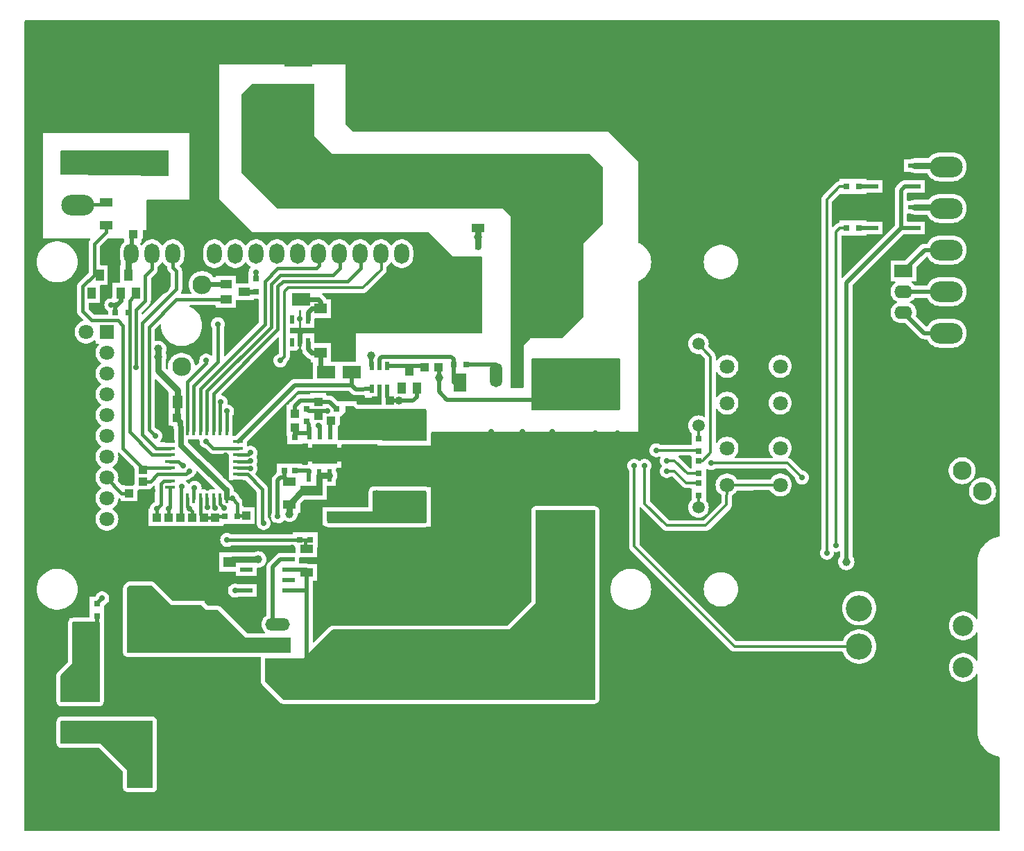
<source format=gbl>
G04 --- HEADER BEGIN --- *
%TF.GenerationSoftware,LibrePCB,LibrePCB,0.1.4*%
%TF.CreationDate,2020-06-28T21:35:14*%
%TF.ProjectId,Hydro Battery Charger - default,71762d7e-e7f1-403c-8020-db9670c01e9b,v4*%
%TF.Part,Single*%
%FSLAX66Y66*%
%MOMM*%
G01*
G74*
G04 --- HEADER END --- *
G04 --- APERTURE LIST BEGIN --- *
%ADD10C,1.5*%
%ADD11R,1.5X1.3*%
%ADD12C,1.8*%
%ADD13R,1.535X0.48*%
%ADD14R,1.535X0.55*%
%ADD15R,2.19X1.587*%
%ADD16R,1.0X1.1*%
%ADD17C,2.3*%
%ADD18R,0.6X1.1*%
%ADD19R,0.8X0.75*%
%ADD20O,3.0X1.8*%
%ADD21R,2.7X1.2*%
%ADD22R,3.2X5.0*%
%ADD23O,3.0X1.5*%
%ADD24R,1.1X1.0*%
%ADD25R,1.4X1.0*%
%ADD26R,0.48X1.535*%
%ADD27R,3.1X2.4*%
%ADD28O,4.0X2.8*%
%ADD29R,1.0X1.4*%
%ADD30R,1.6X1.05*%
%ADD31R,5.5X3.85*%
%ADD32O,4.0X2.54*%
%ADD33R,0.75X0.8*%
%ADD34C,4.0*%
%ADD35R,1.8X1.8*%
%ADD36R,1.587X2.19*%
%ADD37O,2.032X4.064*%
%ADD38O,2.19X1.587*%
%ADD39C,3.2*%
%ADD40C,2.5*%
%ADD41R,3.4X1.9*%
%ADD42O,1.8X2.5*%
%ADD43R,1.8X2.5*%
%ADD44O,1.8X2.8*%
%ADD45R,0.45X1.2*%
%ADD46R,1.2X0.45*%
%ADD47O,2.8X4.0*%
%ADD48O,2.54X1.5*%
%ADD49O,1.8X3.0*%
%ADD50O,1.5X3.0*%
%ADD51R,1.3X1.5*%
%ADD52C,0.7*%
%ADD53C,1.0*%
%ADD54C,0.6*%
%ADD55C,0.5*%
%ADD56C,0.4*%
%ADD57C,0.3*%
%ADD58C,0.8*%
%ADD59C,0.9*%
%ADD60C,0.0*%
G04 --- APERTURE LIST END --- *
G04 --- BOARD BEGIN --- *
D10*
X80230000Y50000000D03*
X82770000Y50000000D03*
D11*
X25558750Y33335000D03*
X25558750Y31435000D03*
D12*
X92750000Y42755000D03*
X86250000Y47245000D03*
X92750000Y47245000D03*
X86250000Y42755000D03*
D13*
X32745500Y32385000D03*
X27579500Y29845000D03*
X32745500Y33655000D03*
X27579500Y32385000D03*
X27579500Y31115000D03*
X32745500Y31115000D03*
X27579500Y33655000D03*
X32745500Y29845000D03*
D14*
X103938250Y79216250D03*
X103938250Y81756250D03*
X109104250Y81756250D03*
X109104250Y79216250D03*
D15*
X40481250Y56515000D03*
D16*
X22383750Y38791250D03*
X22383750Y37091250D03*
D17*
X114950000Y44500000D03*
X117450000Y42000000D03*
X114950000Y39500000D03*
D18*
X35081250Y62995000D03*
X33181250Y60195000D03*
X34131250Y60195000D03*
X35081250Y60195000D03*
X33181250Y62995000D03*
D19*
X28733750Y67926250D03*
X28733750Y66376250D03*
D20*
X14605000Y12697500D03*
X14605000Y6847500D03*
X14605000Y29347500D03*
X14605000Y23497500D03*
D21*
X35560000Y38881250D03*
X35560000Y42081250D03*
D22*
X3352800Y23495000D03*
X8077200Y23495000D03*
D16*
X18097500Y37091250D03*
X18097500Y38791250D03*
D23*
X31432500Y20637500D03*
X31432500Y23177500D03*
X31432500Y25717500D03*
D19*
X82796250Y43002500D03*
X82796250Y41452500D03*
D24*
X14978750Y44608750D03*
X13278750Y44608750D03*
D25*
X25093750Y67307500D03*
X27293750Y66357500D03*
X25093750Y65407500D03*
D19*
X33496250Y44468750D03*
X33496250Y46018750D03*
D26*
X36517500Y49096750D03*
X36507500Y43930750D03*
X37777500Y43930750D03*
X39047500Y43930750D03*
X35237500Y43930750D03*
D27*
X37147500Y46513750D03*
D26*
X39057500Y49096750D03*
X35247500Y49096750D03*
X37787500Y49096750D03*
D28*
X14922500Y90328750D03*
X30162500Y90328750D03*
D14*
X103938250Y74136250D03*
X103938250Y76676250D03*
X109104250Y76676250D03*
X109104250Y74136250D03*
D29*
X8733750Y66210000D03*
X9683750Y68410000D03*
X10633750Y66210000D03*
X46516250Y54621250D03*
X47466250Y56821250D03*
X48416250Y54621250D03*
D30*
X32861250Y40326250D03*
X32861250Y43176250D03*
D31*
X46873868Y50011154D03*
X46873868Y40061154D03*
D16*
X16668750Y37091250D03*
X16668750Y38791250D03*
D19*
X82796250Y46850000D03*
X82796250Y48400000D03*
X34131250Y36055000D03*
X34131250Y37605000D03*
D15*
X67627500Y56197500D03*
D30*
X10477500Y74457500D03*
X10477500Y77307500D03*
D19*
X35401250Y36055000D03*
X35401250Y37605000D03*
D24*
X14978750Y41751250D03*
X13278750Y41751250D03*
X51015000Y57150000D03*
X49315000Y57150000D03*
D19*
X82796250Y44151250D03*
X82796250Y45701250D03*
X34925000Y52051250D03*
X34925000Y50501250D03*
D10*
X80230000Y60000000D03*
X82770000Y60000000D03*
D15*
X37306250Y56515000D03*
D32*
X7000000Y76920000D03*
X7000000Y82000000D03*
X7000000Y87080000D03*
D19*
X55880000Y71895000D03*
X55880000Y70345000D03*
X9366250Y26688750D03*
X9366250Y28238750D03*
D15*
X56038750Y24130000D03*
X20320000Y24447500D03*
D16*
X20955000Y37091250D03*
X20955000Y38791250D03*
D30*
X34925000Y32071250D03*
X34925000Y34921250D03*
D33*
X24942500Y38893750D03*
X26492500Y38893750D03*
D34*
X44450000Y10240000D03*
X44450000Y20240000D03*
D12*
X8030000Y51276250D03*
X10570000Y56356250D03*
X8030000Y58896250D03*
X8030000Y41116250D03*
X10570000Y53816250D03*
X10570000Y46196250D03*
X8030000Y46196250D03*
X8030000Y48736250D03*
X8030000Y53816250D03*
X10570000Y48736250D03*
X10570000Y38576250D03*
X10570000Y43656250D03*
X10570000Y51276250D03*
D35*
X10570000Y61436250D03*
D12*
X8030000Y61436250D03*
X8030000Y38576250D03*
X10570000Y58896250D03*
X10570000Y41116250D03*
X8030000Y43656250D03*
X8030000Y56356250D03*
D36*
X53657500Y55245000D03*
D16*
X36353750Y51220000D03*
X36353750Y52920000D03*
D33*
X11607500Y63817500D03*
X13157500Y63817500D03*
D36*
X14922500Y93345000D03*
D37*
X77152500Y56197500D03*
X72072500Y56197500D03*
D15*
X107791250Y68897500D03*
D38*
X107791250Y63817500D03*
X107791250Y66357500D03*
D32*
X113000000Y86700000D03*
X113000000Y76540000D03*
X113000000Y66380000D03*
X113000000Y81620000D03*
X113000000Y61300000D03*
X113000000Y71460000D03*
D39*
X102380000Y27700000D03*
D40*
X115080000Y20460000D03*
D39*
X102380000Y23000000D03*
D40*
X115080000Y25540000D03*
D39*
X102380000Y18300000D03*
D41*
X20320000Y31927500D03*
X20320000Y27127500D03*
D33*
X38595000Y52070000D03*
X40145000Y52070000D03*
D41*
X33972500Y94792500D03*
X33972500Y89992500D03*
D42*
X21160000Y71000000D03*
X31320000Y71000000D03*
X33860000Y71000000D03*
X16080000Y71000000D03*
X36400000Y71000000D03*
X44020000Y71000000D03*
X46560000Y71000000D03*
X28780000Y71000000D03*
X18620000Y71000000D03*
X23700000Y71000000D03*
X13540000Y71000000D03*
X38940000Y71000000D03*
X49100000Y71000000D03*
X41480000Y71000000D03*
D43*
X11000000Y71000000D03*
D42*
X26240000Y71000000D03*
D44*
X39907500Y63817500D03*
X67407500Y63817500D03*
D29*
X12226250Y66210000D03*
X13176250Y68410000D03*
X14126250Y66210000D03*
D24*
X43441250Y53022500D03*
X45141250Y53022500D03*
D11*
X36671250Y58898750D03*
X36671250Y60798750D03*
D34*
X46037500Y89772500D03*
X46037500Y79772500D03*
D24*
X13278750Y43180000D03*
X14978750Y43180000D03*
D18*
X43815000Y57280000D03*
X43815000Y54480000D03*
X44765000Y57280000D03*
X44765000Y54480000D03*
X42865000Y54480000D03*
X42865000Y57280000D03*
D45*
X21983750Y49393750D03*
X25183750Y49393750D03*
X21183750Y49393750D03*
D46*
X26533750Y46443750D03*
X26533750Y48043750D03*
D45*
X20383750Y41093750D03*
D46*
X26533750Y42443750D03*
X26533750Y44043750D03*
D45*
X19583750Y49393750D03*
X23583750Y41093750D03*
D46*
X18233750Y44843750D03*
D45*
X20383750Y49393750D03*
D46*
X18233750Y44043750D03*
D45*
X19583750Y41093750D03*
X25183750Y41093750D03*
D46*
X18233750Y46443750D03*
X18233750Y43243750D03*
X18233750Y45643750D03*
X26533750Y47243750D03*
D45*
X22783750Y41093750D03*
D46*
X26533750Y45643750D03*
D45*
X24383750Y49393750D03*
X21183750Y41093750D03*
D46*
X26533750Y43243750D03*
D45*
X24383750Y41093750D03*
D46*
X18233750Y48043750D03*
D45*
X23583750Y49393750D03*
D46*
X18233750Y42443750D03*
X26533750Y44843750D03*
D45*
X22783750Y49393750D03*
D46*
X18233750Y47243750D03*
D45*
X21983750Y41093750D03*
D10*
X80230000Y40000000D03*
X82770000Y40000000D03*
D33*
X102375000Y74136250D03*
X100825000Y74136250D03*
D47*
X23495000Y10160000D03*
X23495000Y25400000D03*
D19*
X33496250Y48558750D03*
X33496250Y47008750D03*
D34*
X68580000Y89772500D03*
X68580000Y79772500D03*
D24*
X17406250Y50958750D03*
X19106250Y50958750D03*
D15*
X29368750Y87312500D03*
D33*
X102375000Y79216250D03*
X100825000Y79216250D03*
D19*
X32226250Y44468750D03*
X32226250Y46018750D03*
D33*
X54432500Y57467500D03*
X52882500Y57467500D03*
D48*
X67627500Y52720000D03*
X67627500Y38720000D03*
D16*
X19526250Y37091250D03*
X19526250Y38791250D03*
X33496250Y49791250D03*
X33496250Y51491250D03*
D11*
X36671250Y64291250D03*
X36671250Y62391250D03*
D49*
X27942500Y82073750D03*
X33792500Y82073750D03*
X11292500Y82073750D03*
X17142500Y82073750D03*
D30*
X55880000Y76990000D03*
X55880000Y74140000D03*
D24*
X15455000Y73342500D03*
X13755000Y73342500D03*
D17*
X19685000Y57230000D03*
X22185000Y67230000D03*
X17185000Y67230000D03*
D24*
X39585000Y50641250D03*
X37885000Y50641250D03*
D50*
X63182500Y56197500D03*
X60642500Y56197500D03*
X58102500Y56197500D03*
D21*
X38735000Y42085036D03*
X38735000Y38885036D03*
D34*
X66992500Y10240000D03*
X66992500Y20240000D03*
D32*
X7000000Y17540000D03*
X7000000Y12460000D03*
D15*
X34290000Y65405000D03*
D12*
X86250000Y57245000D03*
X92750000Y52755000D03*
X86250000Y52755000D03*
X92750000Y57245000D03*
D44*
X38320000Y32385000D03*
X65820000Y32385000D03*
D16*
X27622500Y40696250D03*
X27622500Y38996250D03*
D51*
X19206250Y52863750D03*
X17306250Y52863750D03*
D16*
X23812500Y38791250D03*
X23812500Y37091250D03*
D52*
X29210000Y55562500D03*
X29051250Y47942500D03*
X48260000Y43656250D03*
X28733750Y68738750D03*
X46513750Y62706250D03*
X78827500Y40005000D03*
X3175000Y43656250D03*
X24765000Y46037500D03*
X7620000Y22225000D03*
X43021250Y28257500D03*
X60642500Y29527500D03*
X85090000Y40957500D03*
X87701250Y43727500D03*
X59213750Y4921250D03*
X92233750Y27781250D03*
X18097500Y33496250D03*
X110331250Y95091250D03*
X30321250Y56673750D03*
X25241250Y51752500D03*
X31432500Y38893750D03*
X18097500Y39846250D03*
X23812500Y39925625D03*
X99536250Y35401250D03*
X18097500Y32543750D03*
X20002500Y73977500D03*
X27940000Y54292500D03*
X81280000Y45720000D03*
X36195000Y95567500D03*
X21590000Y43815000D03*
X1111250Y18415000D03*
X19526250Y36036250D03*
X55403750Y32067500D03*
X22542500Y33496250D03*
X51435000Y95091250D03*
X33496250Y57785000D03*
X96202500Y41433750D03*
X25400000Y61436250D03*
X35919890Y46037500D03*
X34808640Y46037500D03*
X18891250Y33496250D03*
X102235000Y42386250D03*
X99695000Y94773750D03*
X88265000Y39528750D03*
X61277500Y49212500D03*
X48577500Y64770000D03*
X90646250Y50165000D03*
X49847500Y45402500D03*
X13176250Y4603750D03*
X2698750Y36036250D03*
X60960000Y94615000D03*
X26511250Y37306250D03*
X19843750Y33496250D03*
X3016250Y51435000D03*
X28098750Y46672500D03*
X77628750Y46990000D03*
X112553750Y23018750D03*
X98425000Y34448750D03*
X24844375Y39925625D03*
X78898750Y44450000D03*
X28098750Y45720000D03*
X97313750Y45720000D03*
X1111250Y24288750D03*
X45243750Y43656250D03*
X89852500Y94615000D03*
X1111250Y76200000D03*
X17145000Y49847500D03*
X21272500Y42386250D03*
X48260000Y45402500D03*
X12858750Y39211250D03*
X11112500Y64770000D03*
X25876250Y41116250D03*
X11747500Y64770000D03*
D53*
X16827500Y58420000D03*
X16827500Y59372500D03*
D52*
X3016250Y61912500D03*
X22860000Y42386250D03*
X26987500Y67945000D03*
X12382500Y45561250D03*
X30480000Y47942500D03*
X54292500Y70008750D03*
X86360000Y19526250D03*
X24606250Y76358750D03*
X36195000Y94615000D03*
X9683750Y36195000D03*
X39052500Y53340000D03*
X16192500Y42068750D03*
X25082500Y46355000D03*
X50800000Y70326250D03*
X39052500Y4762500D03*
X27622500Y41910000D03*
X42068750Y45402500D03*
X35919890Y46513750D03*
X34808640Y46513750D03*
X1270000Y95408750D03*
X118427500Y5556250D03*
X33178750Y35083750D03*
X70167500Y49053750D03*
D53*
X29051250Y33655000D03*
X32861250Y39211250D03*
X100806250Y33337500D03*
D52*
X118427500Y73977500D03*
X36830000Y35877500D03*
X24447500Y52863750D03*
X1111250Y21113750D03*
X38258750Y28098750D03*
X2857500Y39687500D03*
X39412390Y46990000D03*
X38459890Y46990000D03*
X31115000Y37782500D03*
X1428750Y87788750D03*
X51593750Y43815000D03*
X6667500Y20002500D03*
X39412390Y46037500D03*
X38459890Y46037500D03*
X20955000Y47942500D03*
D53*
X41592500Y53181250D03*
D52*
X55403750Y28098750D03*
X16510000Y73183750D03*
X51117500Y67151250D03*
X1111250Y21907500D03*
X115728750Y30956250D03*
X31908750Y51435000D03*
X39412390Y46513750D03*
X38459890Y46513750D03*
X40322500Y53340000D03*
X45243750Y45402500D03*
X1111250Y4445000D03*
X118427500Y45878750D03*
X1111250Y22701250D03*
X51593750Y5080000D03*
X18256250Y49688750D03*
X69850000Y94456250D03*
X30480000Y37147500D03*
X19685000Y42545000D03*
D53*
X55880000Y73025000D03*
D52*
X7620000Y24765000D03*
X1111250Y25082500D03*
X22383750Y36036250D03*
X31908750Y50482500D03*
D53*
X51117500Y55880000D03*
X42862500Y58578750D03*
D52*
X31750000Y47942500D03*
X34131250Y59055000D03*
X30003750Y5080000D03*
X14128750Y57150000D03*
X1111250Y25876250D03*
X53657500Y43656250D03*
X81438750Y31591250D03*
X46672500Y45402500D03*
X24606250Y74136250D03*
D54*
X30480000Y41910000D03*
D52*
X31750000Y94615000D03*
X34131250Y38258750D03*
X21748750Y33496250D03*
X28416250Y41910000D03*
X22860000Y40005000D03*
X36353750Y50006250D03*
X115570000Y14922500D03*
X64928750Y49212500D03*
X28257500Y63976250D03*
X23018750Y4921250D03*
X60642500Y37306250D03*
X57467500Y49212500D03*
X22542500Y32543750D03*
X26670000Y62865000D03*
X20637500Y39846250D03*
X25241250Y36036250D03*
D53*
X43497500Y41592500D03*
X46196250Y53022500D03*
D52*
X37465000Y51752500D03*
X91122500Y46355000D03*
X3016250Y58737500D03*
X12382500Y44608750D03*
X8572500Y20002500D03*
X31115000Y95091250D03*
X25400000Y68738750D03*
X20002500Y76358750D03*
X17145000Y54292500D03*
X37941250Y34766250D03*
X36830000Y95091250D03*
X109537500Y42545000D03*
X3016250Y55086250D03*
X97790000Y4921250D03*
X7620000Y23495000D03*
X47466250Y67468750D03*
X55562500Y45402500D03*
X36353750Y25082500D03*
X35919890Y46990000D03*
X34808640Y46990000D03*
X108902500Y5080000D03*
X102235000Y45720000D03*
X35242500Y56038750D03*
X118110000Y56197500D03*
X76041250Y49212500D03*
X78898750Y45720000D03*
X109537500Y45720000D03*
X53975000Y45402500D03*
X67786250Y4921250D03*
X16192500Y76835000D03*
X88106250Y4921250D03*
X35401250Y38258750D03*
X7620000Y20002500D03*
X42068750Y46831250D03*
X34131250Y63023750D03*
X18097500Y36036250D03*
X26670000Y53181250D03*
X79216250Y4921250D03*
X79216250Y27940000D03*
X31750000Y57943750D03*
X22701250Y57943750D03*
X3016250Y47625000D03*
X22542500Y31591250D03*
X49053750Y28416250D03*
X41116250Y95250000D03*
X43021250Y32067500D03*
X1111250Y23495000D03*
X18097500Y31591250D03*
X72866250Y49053750D03*
X20796250Y33496250D03*
X24130000Y62388750D03*
X118586250Y95091250D03*
X118427500Y85566250D03*
X1111250Y81121250D03*
X81597500Y94773750D03*
X16668750Y36036250D03*
X39528750Y58737500D03*
X49847500Y43656250D03*
X118268750Y64770000D03*
X14446250Y39211250D03*
X34766250Y38258750D03*
X16668750Y39846250D03*
X10001250Y28892500D03*
X19843750Y45085000D03*
X74930000Y45085000D03*
X16986250Y95408750D03*
X11430000Y68421250D03*
X31750000Y95567500D03*
X95408750Y43656250D03*
X20637500Y44450000D03*
X84296250Y45402500D03*
X42703750Y62547500D03*
X20955000Y36036250D03*
X1270000Y10318750D03*
X22701250Y48101250D03*
X16510000Y48736250D03*
X71437500Y39370000D03*
X60642500Y34290000D03*
X28098750Y44767500D03*
X76200000Y45085000D03*
X49053750Y32067500D03*
X87312500Y50165000D03*
X44926250Y65405000D03*
X25082500Y43815000D03*
X46513750Y43815000D03*
X29686250Y38100000D03*
X26193750Y29845000D03*
X28257500Y95408750D03*
X51593750Y45402500D03*
X21590000Y47942500D03*
X1270000Y15240000D03*
D55*
X28733750Y67926250D02*
X28733750Y68738750D01*
X107791250Y68897500D02*
X110353750Y71460000D01*
X113000000Y71460000D02*
X110353750Y71460000D01*
X31432500Y20637500D02*
X34925000Y20637500D01*
X34925000Y32071250D02*
X34925000Y32385000D01*
X34925000Y29845000D02*
X34925000Y20637500D01*
X32745500Y29845000D02*
X34925000Y29845000D01*
X34925000Y29845000D02*
X34925000Y32385000D01*
X32745500Y32385000D02*
X34925000Y32385000D01*
X107791250Y63817500D02*
X110308750Y61300000D01*
X113000000Y61300000D02*
X110308750Y61300000D01*
X102375000Y74136250D02*
X103938250Y74136250D01*
D56*
X39933750Y67627500D02*
X41521250Y69215000D01*
X41521250Y69215000D02*
X41521250Y70961250D01*
X32067500Y67627500D02*
X39933750Y67627500D01*
X23583750Y49393750D02*
X23583750Y53905000D01*
X23583750Y53905000D02*
X31432500Y61753750D01*
X31432500Y61753750D02*
X31432500Y66992500D01*
X31432500Y66992500D02*
X32067500Y67627500D01*
X41480000Y71000000D02*
X41521250Y70961250D01*
X25183750Y49393750D02*
X25183750Y51695000D01*
X25183750Y51695000D02*
X25241250Y51752500D01*
D55*
X32861250Y43176250D02*
X32226250Y43656250D01*
D56*
X18233750Y39982500D02*
X18097500Y39846250D01*
X18097500Y38791250D02*
X18097500Y38893750D01*
X18233750Y42443750D02*
X18233750Y39982500D01*
D55*
X31432500Y43338750D02*
X31750000Y43656250D01*
X31750000Y43656250D02*
X32226250Y43656250D01*
D56*
X18097500Y39846250D02*
X18097500Y38893750D01*
D55*
X32226250Y44468750D02*
X32226250Y43656250D01*
X31432500Y38893750D02*
X31432500Y43338750D01*
D57*
X99536250Y73660000D02*
X100012500Y74136250D01*
D56*
X23583750Y40233750D02*
X23812500Y39925625D01*
D57*
X100825000Y74136250D02*
X100806250Y74136250D01*
X99536250Y35401250D02*
X99536250Y73660000D01*
D56*
X23583750Y41093750D02*
X23583750Y40233750D01*
D57*
X100012500Y74136250D02*
X100806250Y74136250D01*
D56*
X21983750Y49393750D02*
X21983750Y54527500D01*
X21983750Y54527500D02*
X29845000Y62388750D01*
X29845000Y67627500D02*
X31432500Y69215000D01*
X36441250Y69532500D02*
X36441250Y70961250D01*
X29845000Y62388750D02*
X29845000Y67627500D01*
X31432500Y69215000D02*
X36123750Y69215000D01*
X36123750Y69215000D02*
X36441250Y69532500D01*
X36400000Y71000000D02*
X36441250Y70961250D01*
D55*
X107791250Y66357500D02*
X107813750Y66380000D01*
X113000000Y66380000D02*
X107813750Y66380000D01*
X52863750Y55245000D02*
X52863750Y57467500D01*
X52546250Y58420000D02*
X52863750Y58102500D01*
X52882500Y57467500D02*
X52863750Y57467500D01*
X43815000Y58102500D02*
X44132500Y58420000D01*
X43815000Y57280000D02*
X43815000Y58102500D01*
X44132500Y58420000D02*
X52546250Y58420000D01*
X53657500Y55245000D02*
X52863750Y55245000D01*
X52863750Y58102500D02*
X52863750Y57467500D01*
D58*
X34808640Y46037500D02*
X35919890Y46037500D01*
D55*
X38595000Y52070000D02*
X37726250Y52920000D01*
X36353750Y52920000D02*
X37726250Y52920000D01*
X34187500Y53078750D02*
X33496250Y52387500D01*
X34187500Y53078750D02*
X36353750Y53078750D01*
X33496250Y52387500D02*
X33496250Y51435000D01*
X36353750Y53078750D02*
X36353750Y52920000D01*
X33496250Y51491250D02*
X33496250Y51435000D01*
D56*
X7000000Y76920000D02*
X10473750Y76990000D01*
X10477500Y77307500D02*
X10473750Y76990000D01*
D55*
X54432500Y57467500D02*
X58102500Y57467500D01*
X58102500Y56197500D02*
X58102500Y57467500D01*
D57*
X77628750Y46990000D02*
X82796250Y46990000D01*
X82796250Y46850000D02*
X82796250Y46990000D01*
D56*
X26533750Y46443750D02*
X27870000Y46443750D01*
X27870000Y46443750D02*
X28098750Y46672500D01*
X24383750Y41093750D02*
X24383750Y40465625D01*
D57*
X98425000Y77628750D02*
X100012500Y79216250D01*
X100012500Y79216250D02*
X100806250Y79216250D01*
X98425000Y34448750D02*
X98425000Y77628750D01*
X100825000Y79216250D02*
X100806250Y79216250D01*
D56*
X24383750Y40465625D02*
X24844375Y39925625D01*
X24844375Y39925625D02*
X24844375Y39925625D01*
X26533750Y45643750D02*
X28022500Y45643750D01*
X28022500Y45643750D02*
X28098750Y45720000D01*
D57*
X79851250Y44450000D02*
X81280000Y43021250D01*
X82796250Y43002500D02*
X82796250Y43021250D01*
X78898750Y44450000D02*
X79851250Y44450000D01*
X81280000Y43021250D02*
X82796250Y43021250D01*
D56*
X21183750Y41093750D02*
X21183750Y42297500D01*
X21183750Y42297500D02*
X21272500Y42386250D01*
X26511250Y40481250D02*
X25876250Y41116250D01*
D52*
X19583750Y47567500D02*
X25082500Y42227500D01*
X19206250Y52863750D02*
X19208750Y50961250D01*
X19583750Y49393750D02*
X19583750Y47567500D01*
D58*
X19208750Y52863750D02*
X19206250Y52863750D01*
D55*
X11607500Y63817500D02*
X11607500Y64770000D01*
D54*
X36671250Y65087500D02*
X36671250Y64293750D01*
D58*
X19208750Y54292500D02*
X19208750Y52863750D01*
X16827500Y56673750D02*
X19208750Y54292500D01*
D56*
X25876250Y41116250D02*
X25183750Y41093750D01*
X26511250Y39528750D02*
X26511250Y38893750D01*
D58*
X16827500Y59372500D02*
X16827500Y58420000D01*
D54*
X11747500Y64770000D02*
X12223750Y65246250D01*
D55*
X11607500Y64770000D02*
X11747500Y64770000D01*
D56*
X25876250Y41116250D02*
X25876250Y41116250D01*
D54*
X35557500Y64291250D02*
X35083750Y63817500D01*
D56*
X26492500Y38893750D02*
X26511250Y38893750D01*
D54*
X36671250Y64293750D02*
X36671250Y64291250D01*
D52*
X19526250Y50403750D02*
X19106250Y50958750D01*
D56*
X27622500Y38996250D02*
X26613750Y38996250D01*
D54*
X35081250Y62995000D02*
X35083750Y63023750D01*
D55*
X11112500Y64770000D02*
X11747500Y64770000D01*
D54*
X35083750Y63817500D02*
X35083750Y63023750D01*
D58*
X16827500Y58420000D02*
X16827500Y56673750D01*
D52*
X25183750Y41093750D02*
X25183750Y42126250D01*
D56*
X26613750Y38996250D02*
X26511250Y38893750D01*
D54*
X12226250Y66210000D02*
X12223750Y66198750D01*
X12223750Y65246250D02*
X12223750Y66198750D01*
D52*
X19583750Y49393750D02*
X19526250Y50403750D01*
D56*
X26511250Y39528750D02*
X26511250Y40481250D01*
D52*
X25183750Y42126250D02*
X25082500Y42227500D01*
X19106250Y50958750D02*
X19208750Y50961250D01*
D54*
X36353750Y65405000D02*
X36671250Y65087500D01*
X36671250Y64291250D02*
X35557500Y64291250D01*
X34290000Y65405000D02*
X36353750Y65405000D01*
D56*
X38940000Y71000000D02*
X38981250Y70961250D01*
X31750000Y68421250D02*
X38187500Y68421250D01*
X22783750Y49393750D02*
X22783750Y54216250D01*
X30638750Y67310000D02*
X31750000Y68421250D01*
X38981250Y69215000D02*
X38981250Y70961250D01*
X22783750Y54216250D02*
X30638750Y62071250D01*
X30638750Y62071250D02*
X30638750Y67310000D01*
X38187500Y68421250D02*
X38981250Y69215000D01*
D58*
X34808640Y46513750D02*
X35919890Y46513750D01*
D56*
X12541250Y47218750D02*
X12541250Y62230000D01*
X10477500Y73660000D02*
X10477500Y74295000D01*
X9048750Y68421250D02*
X9683750Y68421250D01*
X14846250Y44843750D02*
X12541250Y47218750D01*
X9683750Y68410000D02*
X9683750Y68421250D01*
X12541250Y62230000D02*
X11906250Y62865000D01*
X14978750Y44608750D02*
X14998750Y44843750D01*
X8731250Y62865000D02*
X7620000Y63976250D01*
X14998750Y44843750D02*
X14846250Y44843750D01*
X9048750Y72231250D02*
X10477500Y73660000D01*
X10477500Y74457500D02*
X10477500Y74295000D01*
X7620000Y66992500D02*
X9048750Y68421250D01*
X11906250Y62865000D02*
X8731250Y62865000D01*
X7620000Y63976250D02*
X7620000Y66992500D01*
X18233750Y44843750D02*
X14998750Y44843750D01*
X9048750Y68421250D02*
X9048750Y72231250D01*
D55*
X47466250Y56821250D02*
X47466250Y57280000D01*
X47466250Y57280000D02*
X49212500Y57280000D01*
X49315000Y57150000D02*
X49212500Y57280000D01*
X44765000Y57280000D02*
X47466250Y57280000D01*
D57*
X82796250Y41452500D02*
X82796250Y40163750D01*
X82770000Y40000000D02*
X82796250Y40163750D01*
D58*
X25558750Y33335000D02*
X25876250Y33655000D01*
X35560000Y42081250D02*
X36507500Y42068750D01*
D55*
X100806250Y67468750D02*
X107473750Y74136250D01*
D58*
X36507500Y43930750D02*
X36507500Y42068750D01*
D55*
X100806250Y33337500D02*
X100806250Y67468750D01*
D58*
X27579500Y33655000D02*
X29051250Y33655000D01*
X36507500Y43930750D02*
X37782500Y43930750D01*
D55*
X107950000Y79216250D02*
X109061250Y79216250D01*
X107473750Y74136250D02*
X109061250Y74136250D01*
X107473750Y78740000D02*
X107950000Y79216250D01*
D58*
X27579500Y33655000D02*
X25876250Y33655000D01*
D55*
X109104250Y74136250D02*
X109061250Y74136250D01*
X109104250Y79216250D02*
X109061250Y79216250D01*
D58*
X32861250Y40326250D02*
X32861250Y39211250D01*
X35560000Y42081250D02*
X34461250Y42081250D01*
X32861250Y40326250D02*
X34461250Y42081250D01*
D55*
X107473750Y74136250D02*
X107473750Y78740000D01*
D58*
X37777500Y43930750D02*
X37782500Y43930750D01*
D56*
X24383750Y52800000D02*
X24447500Y52863750D01*
X24383750Y49393750D02*
X24383750Y52800000D01*
D58*
X38459890Y46990000D02*
X39412390Y46990000D01*
X38459890Y46037500D02*
X39412390Y46037500D01*
D55*
X43441250Y53022500D02*
X41592500Y53181250D01*
X43815000Y54480000D02*
X43815000Y53340000D01*
X43441250Y53022500D02*
X43815000Y53340000D01*
D58*
X38459890Y46513750D02*
X39412390Y46513750D01*
D55*
X102375000Y79216250D02*
X103938250Y79216250D01*
D56*
X19583750Y41093750D02*
X19583750Y42545000D01*
D58*
X55880000Y71895000D02*
X55880000Y73025000D01*
D56*
X19583750Y42545000D02*
X19685000Y42545000D01*
X19526250Y38791250D02*
X19583750Y38893750D01*
D58*
X55880000Y74140000D02*
X55880000Y73025000D01*
D56*
X19583750Y41093750D02*
X19583750Y38893750D01*
D55*
X51015000Y57150000D02*
X51117500Y57150000D01*
X63182500Y53181250D02*
X52070000Y53181250D01*
X51117500Y57150000D02*
X51117500Y55880000D01*
X42862500Y57280000D02*
X42862500Y58578750D01*
X63182500Y56197500D02*
X63182500Y53181250D01*
X51117500Y54133750D02*
X51117500Y55880000D01*
X52070000Y53181250D02*
X51117500Y54133750D01*
X42865000Y57280000D02*
X42862500Y57280000D01*
D56*
X15240000Y65405000D02*
X15240000Y65246250D01*
X14128750Y64135000D02*
X15240000Y65246250D01*
X15240000Y68262500D02*
X15240000Y65405000D01*
X16080000Y69102500D02*
X15240000Y68262500D01*
X16080000Y71000000D02*
X16080000Y69102500D01*
X14128750Y57150000D02*
X14128750Y64135000D01*
X22783750Y40081250D02*
X22860000Y40005000D01*
X10570000Y43656250D02*
X10593750Y43540000D01*
X13278750Y41751250D02*
X13335000Y41751250D01*
X22783750Y41093750D02*
X22783750Y40081250D01*
D55*
X36513714Y50005036D02*
X36353750Y50006250D01*
X36517500Y49096750D02*
X36513714Y50005036D01*
D56*
X12382500Y41751250D02*
X13335000Y41751250D01*
X10593750Y43540000D02*
X12382500Y41751250D01*
X23812500Y38791250D02*
X23597500Y38791250D01*
X23812500Y38893750D02*
X23597500Y38791250D01*
X22383750Y38791250D02*
X21983750Y39135000D01*
X21983750Y41093750D02*
X21983750Y39135000D01*
X24942500Y38893750D02*
X23812500Y38893750D01*
X22383750Y38791250D02*
X23597500Y38791250D01*
D54*
X34131250Y60195000D02*
X34131250Y61277500D01*
X34131250Y61277500D02*
X34448750Y61595000D01*
X36671250Y60798750D02*
X36671250Y60801250D01*
X36671250Y62391250D02*
X36671250Y61595000D01*
X34448750Y61595000D02*
X36671250Y61595000D01*
X36671250Y61595000D02*
X36671250Y60801250D01*
D57*
X82770000Y50000000D02*
X82796250Y49688750D01*
X82796250Y48400000D02*
X82796250Y49688750D01*
D56*
X34766250Y35080000D02*
X34766250Y36036250D01*
X34766250Y36036250D02*
X34150000Y36055000D01*
X20955000Y39528750D02*
X20637500Y39846250D01*
X34150000Y36055000D02*
X34131250Y36036250D01*
X34131250Y36055000D02*
X34131250Y36036250D01*
X34766250Y36036250D02*
X35401250Y36055000D01*
X25241250Y36036250D02*
X34131250Y36036250D01*
X20383750Y40068750D02*
X20637500Y39846250D01*
X34925000Y34921250D02*
X34766250Y35080000D01*
X20383750Y41093750D02*
X20383750Y40068750D01*
X20955000Y38791250D02*
X20955000Y39528750D01*
D55*
X48418750Y53498750D02*
X48418750Y54610000D01*
D54*
X36671250Y58896250D02*
X36671250Y57150000D01*
D55*
X36353750Y51752500D02*
X35242500Y51752500D01*
X34925000Y52051250D02*
X35242500Y51752500D01*
X47942500Y53022500D02*
X48418750Y53498750D01*
D54*
X35081250Y59375000D02*
X35560000Y58896250D01*
D55*
X44765000Y54480000D02*
X44765000Y53501250D01*
D54*
X35081250Y60195000D02*
X35081250Y59375000D01*
D55*
X36353750Y51220000D02*
X36353750Y51752500D01*
X45141250Y53022500D02*
X44765000Y53501250D01*
X45141250Y53022500D02*
X46196250Y53022500D01*
X36353750Y51752500D02*
X37465000Y51752500D01*
X46196250Y53022500D02*
X47942500Y53022500D01*
X48416250Y54621250D02*
X48418750Y54610000D01*
D54*
X36671250Y58898750D02*
X36671250Y58896250D01*
X35560000Y58896250D02*
X36671250Y58896250D01*
X37306250Y56515000D02*
X36671250Y57150000D01*
D55*
X37885000Y50641250D02*
X37787500Y50641250D01*
X37787500Y49096750D02*
X37787500Y50641250D01*
D57*
X82796250Y45701250D02*
X83253750Y45701250D01*
X82770000Y60000000D02*
X84225000Y58420000D01*
X83253750Y45701250D02*
X84225000Y46672500D01*
X84225000Y46672500D02*
X84225000Y58420000D01*
D55*
X35247500Y49096750D02*
X35242500Y49096750D01*
X33496250Y49053750D02*
X33496250Y49791250D01*
X34925000Y50501250D02*
X35242500Y50165000D01*
X33496250Y49096750D02*
X33496250Y49053750D01*
X35242500Y49096750D02*
X33496250Y49096750D01*
X35242500Y49096750D02*
X35242500Y50165000D01*
X33496250Y49053750D02*
X33496250Y48558750D01*
D58*
X34808640Y46990000D02*
X35919890Y46990000D01*
X113000000Y81620000D02*
X112871250Y81756250D01*
X109104250Y81756250D02*
X112871250Y81756250D01*
D55*
X40481250Y54927500D02*
X40957500Y54451250D01*
X40452500Y54956250D02*
X40481250Y54927500D01*
X33525000Y54956250D02*
X40452500Y54956250D01*
X40957500Y54451250D02*
X42865000Y54480000D01*
D57*
X79851250Y45720000D02*
X81438750Y44132500D01*
X82796250Y44151250D02*
X82637500Y44132500D01*
X81438750Y44132500D02*
X82637500Y44132500D01*
D55*
X26533750Y48043750D02*
X26612500Y48043750D01*
X40481250Y54927500D02*
X40481250Y56515000D01*
D57*
X78898750Y45720000D02*
X79851250Y45720000D01*
D55*
X33525000Y54956250D02*
X26612500Y48043750D01*
D56*
X18620000Y69327500D02*
X19050000Y68897500D01*
X19050000Y68897500D02*
X19050000Y66675000D01*
X14922500Y48895000D02*
X14922500Y62547500D01*
X14922500Y62547500D02*
X19050000Y66675000D01*
X16573750Y47243750D02*
X14922500Y48895000D01*
X18620000Y71000000D02*
X18620000Y69327500D01*
X18233750Y47243750D02*
X16573750Y47243750D01*
D55*
X35382500Y37605000D02*
X35401250Y37605000D01*
X35560000Y38881250D02*
X35401250Y38576250D01*
X35401250Y37605000D02*
X35401250Y38576250D01*
X34131250Y37605000D02*
X35382500Y37605000D01*
D54*
X22238750Y67310000D02*
X22185000Y67230000D01*
D59*
X13581250Y70961250D02*
X13540000Y71000000D01*
D58*
X13176250Y68410000D02*
X13176250Y70643750D01*
D55*
X13755000Y73342500D02*
X13581250Y73140048D01*
X13581250Y73140048D02*
X13581250Y70961250D01*
D54*
X25093750Y67307500D02*
X22238750Y67310000D01*
D58*
X13176250Y70643750D02*
X13581250Y70961250D01*
D56*
X13335000Y49212500D02*
X13335000Y63817500D01*
X14126250Y66210000D02*
X13335000Y65246250D01*
X13157500Y63817500D02*
X13335000Y63817500D01*
X16103750Y46443750D02*
X13335000Y49212500D01*
X18233750Y46443750D02*
X16103750Y46443750D01*
X13335000Y63817500D02*
X13335000Y65246250D01*
D57*
X44061250Y69056250D02*
X44061250Y70961250D01*
D56*
X20383750Y49393750D02*
X20383750Y55308750D01*
X22701250Y57626250D02*
X22701250Y57943750D01*
D57*
X44020000Y71000000D02*
X44061250Y70961250D01*
X32226250Y58420000D02*
X31750000Y57943750D01*
X32226250Y66357500D02*
X32702500Y66833750D01*
X32226250Y66357500D02*
X32226250Y58420000D01*
X41838750Y66833750D02*
X44061250Y69056250D01*
X32702500Y66833750D02*
X41838750Y66833750D01*
D56*
X20383750Y55308750D02*
X22701250Y57626250D01*
D55*
X9366250Y26688750D02*
X9366250Y25082500D01*
X8077200Y23495000D02*
X9366250Y25082500D01*
D54*
X28733750Y66376250D02*
X27611250Y66357500D01*
X27293750Y66357500D02*
X27611250Y66357500D01*
D56*
X24130000Y57785000D02*
X24130000Y62388750D01*
X21183750Y49393750D02*
X21183750Y54838750D01*
X21183750Y54838750D02*
X24130000Y57785000D01*
D55*
X35237500Y43930750D02*
X35264390Y44470500D01*
X33496250Y44468750D02*
X35264390Y44470500D01*
D56*
X17145000Y40322500D02*
X16668750Y39846250D01*
X17145000Y42862500D02*
X17145000Y40322500D01*
X18233750Y43243750D02*
X17526250Y43243750D01*
X16668750Y38791250D02*
X16668750Y39846250D01*
D55*
X9366250Y28238750D02*
X10001250Y28892500D01*
D56*
X17526250Y43243750D02*
X17145000Y42862500D01*
X19285000Y45643750D02*
X19843750Y45085000D01*
D57*
X74930000Y35242500D02*
X87153750Y23018750D01*
X74930000Y45085000D02*
X74930000Y35242500D01*
X87153750Y23018750D02*
X102393750Y23018750D01*
X102380000Y23000000D02*
X102393750Y23018750D01*
D56*
X18233750Y45643750D02*
X19285000Y45643750D01*
X18233750Y44043750D02*
X16738750Y44043750D01*
X16738750Y44043750D02*
X15875000Y43180000D01*
X14978750Y43180000D02*
X14922500Y43180000D01*
X18233750Y44043750D02*
X20231250Y44043750D01*
X20231250Y44043750D02*
X20637500Y44450000D01*
X15875000Y43180000D02*
X14922500Y43180000D01*
D57*
X84296250Y45402500D02*
X93662500Y45402500D01*
X93662500Y45402500D02*
X95408750Y43656250D01*
D58*
X113000000Y76540000D02*
X112871250Y76676250D01*
X109104250Y76676250D02*
X112871250Y76676250D01*
D56*
X15716250Y49530000D02*
X15716250Y62071250D01*
X25093750Y65407500D02*
X19050000Y65405000D01*
X15716250Y62071250D02*
X19050000Y65405000D01*
X26533750Y47243750D02*
X23558750Y47243750D01*
X23558750Y47243750D02*
X22701250Y48101250D01*
X16510000Y48736250D02*
X15716250Y49530000D01*
D55*
X32745500Y33655000D02*
X31750000Y33655000D01*
X31432500Y25717500D02*
X30797500Y25717500D01*
X30797500Y32702500D02*
X30797500Y25717500D01*
X31750000Y33655000D02*
X30797500Y32702500D01*
D57*
X76200000Y40481250D02*
X78898750Y37782500D01*
D56*
X26533750Y44843750D02*
X28022500Y44843750D01*
D57*
X76200000Y45085000D02*
X76200000Y40481250D01*
X83661250Y37782500D02*
X86201250Y40322500D01*
X78898750Y37782500D02*
X83661250Y37782500D01*
X92750000Y42755000D02*
X86301250Y42703750D01*
X86250000Y42755000D02*
X86201250Y40322500D01*
X86250000Y42755000D02*
X86301250Y42703750D01*
D56*
X28022500Y44843750D02*
X28098750Y44767500D01*
X29527500Y38258750D02*
X29686250Y38100000D01*
X29527500Y42227500D02*
X29527500Y38258750D01*
D55*
X27579500Y29845000D02*
X26193750Y29845000D01*
D56*
X26533750Y44043750D02*
X27711250Y44043750D01*
X27711250Y44043750D02*
X29527500Y42227500D01*
D55*
X27579500Y31115000D02*
X25876250Y31115000D01*
X25558750Y31435000D02*
X25876250Y31115000D01*
D60*
G36*
X70126827Y16529500D02*
X70167500Y16610000D01*
X70167500Y39587500D01*
X70148000Y39646827D01*
X70067500Y39687500D01*
X62965000Y39687500D01*
X62905673Y39668000D01*
X62865000Y39587500D01*
X62865000Y28277391D01*
X62850936Y28243436D01*
X59704064Y25096564D01*
X59670109Y25082500D01*
X38141422Y25082500D01*
X38070711Y25053211D01*
X34621564Y21604064D01*
X34587609Y21590000D01*
X29945000Y21590000D01*
X29885673Y21570500D01*
X29845000Y21490000D01*
X29845000Y18773922D01*
X29874289Y18703211D01*
X32038211Y16539289D01*
X32108922Y16510000D01*
X70067500Y16510000D01*
X70126827Y16529500D01*
G37*
G36*
X81779639Y49073250D02*
X81815829Y49124145D01*
X81802227Y49211108D01*
X81689970Y49371428D01*
X81685624Y49378954D01*
X81597228Y49568519D01*
X81594255Y49576688D01*
X81540120Y49778722D01*
X81538609Y49787294D01*
X81520381Y49995645D01*
X81520381Y50004355D01*
X81538609Y50212705D01*
X81540120Y50221277D01*
X81594255Y50423311D01*
X81597228Y50431480D01*
X81685624Y50621045D01*
X81689972Y50628576D01*
X81809940Y50799908D01*
X81815529Y50806569D01*
X81963432Y50954472D01*
X81970091Y50960059D01*
X82141422Y51080026D01*
X82148954Y51084375D01*
X82338519Y51172771D01*
X82346688Y51175744D01*
X82548720Y51229879D01*
X82557295Y51231390D01*
X82765645Y51249619D01*
X82774355Y51249619D01*
X82982704Y51231390D01*
X82991279Y51229879D01*
X83193311Y51175744D01*
X83201480Y51172771D01*
X83391045Y51084375D01*
X83398582Y51080024D01*
X83417643Y51066677D01*
X83477426Y51048621D01*
X83536263Y51069555D01*
X83575000Y51148592D01*
X83575000Y58127273D01*
X83548561Y58195014D01*
X83050841Y58735494D01*
X82968565Y58767372D01*
X82774355Y58750381D01*
X82765645Y58750381D01*
X82557294Y58768609D01*
X82548722Y58770120D01*
X82346688Y58824255D01*
X82338519Y58827228D01*
X82148954Y58915624D01*
X82141422Y58919973D01*
X81970091Y59039940D01*
X81963432Y59045527D01*
X81815527Y59193432D01*
X81809940Y59200091D01*
X81689973Y59371422D01*
X81685624Y59378954D01*
X81597228Y59568519D01*
X81594255Y59576688D01*
X81540120Y59778722D01*
X81538609Y59787294D01*
X81520381Y59995645D01*
X81520381Y60004355D01*
X81538609Y60212705D01*
X81540120Y60221277D01*
X81594255Y60423311D01*
X81597228Y60431480D01*
X81685624Y60621045D01*
X81689972Y60628576D01*
X81809940Y60799908D01*
X81815529Y60806569D01*
X81963432Y60954472D01*
X81970091Y60960059D01*
X82141422Y61080026D01*
X82148954Y61084375D01*
X82338519Y61172771D01*
X82346688Y61175744D01*
X82548720Y61229879D01*
X82557295Y61231390D01*
X82765645Y61249619D01*
X82774355Y61249619D01*
X82982704Y61231390D01*
X82991279Y61229879D01*
X83193311Y61175744D01*
X83201480Y61172771D01*
X83391045Y61084375D01*
X83398576Y61080027D01*
X83569908Y60960059D01*
X83576569Y60954470D01*
X83724470Y60806569D01*
X83730059Y60799908D01*
X83850027Y60628576D01*
X83854375Y60621045D01*
X83942771Y60431480D01*
X83945744Y60423311D01*
X83999879Y60221279D01*
X84001390Y60212704D01*
X84019619Y60004355D01*
X84019619Y59995645D01*
X84001390Y59787295D01*
X83999877Y59778709D01*
X83982007Y59712020D01*
X83985487Y59649667D01*
X84005038Y59618397D01*
X84701102Y58862533D01*
X84706818Y58855519D01*
X84706878Y58855568D01*
X84710029Y58851625D01*
X84714966Y58846053D01*
X84751957Y58792462D01*
X84753065Y58790889D01*
X84791096Y58737999D01*
X84794686Y58731468D01*
X84795378Y58730348D01*
X84796561Y58728093D01*
X84797475Y58726391D01*
X84798676Y58724205D01*
X84799220Y58723028D01*
X84802690Y58716417D01*
X84825819Y58655429D01*
X84826520Y58653634D01*
X84850744Y58593292D01*
X84852665Y58586097D01*
X84853075Y58584824D01*
X84853696Y58582306D01*
X84854173Y58580450D01*
X84854807Y58578074D01*
X84855053Y58576802D01*
X84856842Y58569547D01*
X84864703Y58504801D01*
X84864954Y58502891D01*
X84874034Y58438503D01*
X84874177Y58431056D01*
X84874530Y58426020D01*
X84874453Y58426015D01*
X84875000Y58416980D01*
X84875000Y58027215D01*
X84894500Y57967888D01*
X84945395Y57931698D01*
X85007836Y57932760D01*
X85058716Y57972520D01*
X85142937Y58101429D01*
X85148005Y58107941D01*
X85299001Y58271968D01*
X85305074Y58277558D01*
X85360103Y58320388D01*
X85360103Y67904895D01*
X85353312Y67905359D01*
X85076118Y67943459D01*
X85069459Y67944843D01*
X84800043Y68020330D01*
X84793614Y68022615D01*
X84537001Y68134078D01*
X84530940Y68137218D01*
X84291894Y68282585D01*
X84286318Y68286521D01*
X84069288Y68463088D01*
X84064306Y68467741D01*
X83873339Y68672217D01*
X83869035Y68677508D01*
X83707687Y68906086D01*
X83704152Y68911898D01*
X83575422Y69160334D01*
X83572714Y69166570D01*
X83479019Y69430201D01*
X83477176Y69436780D01*
X83420255Y69710700D01*
X83419326Y69717459D01*
X83400233Y69996594D01*
X83400233Y70003406D01*
X83419326Y70282540D01*
X83420255Y70289299D01*
X83477176Y70563219D01*
X83479019Y70569798D01*
X83572714Y70833429D01*
X83575422Y70839665D01*
X83704152Y71088101D01*
X83707687Y71093913D01*
X83869035Y71322491D01*
X83873339Y71327782D01*
X84064306Y71532258D01*
X84069288Y71536911D01*
X84286318Y71713478D01*
X84291894Y71717414D01*
X84530940Y71862781D01*
X84537001Y71865921D01*
X84793614Y71977384D01*
X84800043Y71979669D01*
X85069459Y72055156D01*
X85076118Y72056540D01*
X85353312Y72094640D01*
X85360103Y72095104D01*
X85639896Y72095104D01*
X85646687Y72094640D01*
X85923881Y72056540D01*
X85930540Y72055156D01*
X86199956Y71979669D01*
X86206385Y71977384D01*
X86462998Y71865921D01*
X86469059Y71862781D01*
X86708105Y71717414D01*
X86713681Y71713478D01*
X86930711Y71536911D01*
X86935693Y71532258D01*
X87126660Y71327782D01*
X87130964Y71322491D01*
X87292312Y71093913D01*
X87295847Y71088101D01*
X87424577Y70839665D01*
X87427285Y70833429D01*
X87520980Y70569798D01*
X87522823Y70563219D01*
X87579744Y70289299D01*
X87580673Y70282540D01*
X87599767Y70003406D01*
X87599767Y69996594D01*
X87580673Y69717459D01*
X87579744Y69710700D01*
X87522823Y69436780D01*
X87520980Y69430201D01*
X87427285Y69166570D01*
X87424577Y69160334D01*
X87295847Y68911898D01*
X87292312Y68906086D01*
X87130964Y68677508D01*
X87126660Y68672217D01*
X86935693Y68467741D01*
X86930711Y68463088D01*
X86713681Y68286521D01*
X86708105Y68282585D01*
X86469059Y68137218D01*
X86462998Y68134078D01*
X86206385Y68022615D01*
X86199956Y68020330D01*
X85930540Y67944843D01*
X85923881Y67943459D01*
X85646687Y67905359D01*
X85639896Y67904895D01*
X85360103Y67904895D01*
X85360103Y58320388D01*
X85481003Y58414488D01*
X85487916Y58419005D01*
X85683990Y58525114D01*
X85691534Y58528423D01*
X85902415Y58600819D01*
X85910394Y58602840D01*
X86130313Y58639538D01*
X86138519Y58640218D01*
X86361480Y58640218D01*
X86369686Y58639538D01*
X86589605Y58602840D01*
X86597584Y58600819D01*
X86808465Y58528423D01*
X86816009Y58525114D01*
X87012083Y58419005D01*
X87018996Y58414488D01*
X87194925Y58277558D01*
X87200998Y58271968D01*
X87351994Y58107941D01*
X87357062Y58101429D01*
X87478999Y57914791D01*
X87482925Y57907538D01*
X87572480Y57703372D01*
X87575161Y57695564D01*
X87629890Y57479440D01*
X87631247Y57471310D01*
X87649658Y57249127D01*
X87649658Y57240873D01*
X87631247Y57018689D01*
X87629890Y57010559D01*
X87575161Y56794435D01*
X87572480Y56786627D01*
X87482925Y56582461D01*
X87478999Y56575208D01*
X87357062Y56388570D01*
X87351994Y56382058D01*
X87200998Y56218031D01*
X87194925Y56212441D01*
X87018996Y56075511D01*
X87012083Y56070994D01*
X86816009Y55964885D01*
X86808465Y55961576D01*
X86597584Y55889180D01*
X86589605Y55887159D01*
X86369686Y55850461D01*
X86361480Y55849781D01*
X86138519Y55849781D01*
X86130313Y55850461D01*
X85910394Y55887159D01*
X85902415Y55889180D01*
X85691534Y55961576D01*
X85683990Y55964885D01*
X85487916Y56070994D01*
X85481003Y56075511D01*
X85305074Y56212441D01*
X85299001Y56218031D01*
X85148005Y56382058D01*
X85142937Y56388570D01*
X85058716Y56517479D01*
X85009942Y56556480D01*
X84947541Y56558940D01*
X84895848Y56523899D01*
X84875000Y56462784D01*
X84875000Y53537215D01*
X84894500Y53477888D01*
X84945395Y53441698D01*
X85007836Y53442760D01*
X85058716Y53482520D01*
X85142937Y53611429D01*
X85148005Y53617941D01*
X85299001Y53781968D01*
X85305074Y53787558D01*
X85481003Y53924488D01*
X85487916Y53929005D01*
X85683990Y54035114D01*
X85691534Y54038423D01*
X85902415Y54110819D01*
X85910394Y54112840D01*
X86130313Y54149538D01*
X86138519Y54150218D01*
X86361480Y54150218D01*
X86369686Y54149538D01*
X86589605Y54112840D01*
X86597584Y54110819D01*
X86808465Y54038423D01*
X86816009Y54035114D01*
X87012083Y53929005D01*
X87018996Y53924488D01*
X87194925Y53787558D01*
X87200998Y53781968D01*
X87351994Y53617941D01*
X87357062Y53611429D01*
X87478999Y53424791D01*
X87482925Y53417538D01*
X87572480Y53213372D01*
X87575161Y53205564D01*
X87629890Y52989440D01*
X87631247Y52981310D01*
X87649658Y52759127D01*
X87649658Y52750873D01*
X87631247Y52528689D01*
X87629890Y52520559D01*
X87575161Y52304435D01*
X87572480Y52296627D01*
X87482925Y52092461D01*
X87478999Y52085208D01*
X87357062Y51898570D01*
X87351994Y51892058D01*
X87200998Y51728031D01*
X87194925Y51722441D01*
X87018996Y51585511D01*
X87012083Y51580994D01*
X86816009Y51474885D01*
X86808465Y51471576D01*
X86597584Y51399180D01*
X86589605Y51397159D01*
X86369686Y51360461D01*
X86361480Y51359781D01*
X86138519Y51359781D01*
X86130313Y51360461D01*
X85910394Y51397159D01*
X85902415Y51399180D01*
X85691534Y51471576D01*
X85683990Y51474885D01*
X85487916Y51580994D01*
X85481003Y51585511D01*
X85305074Y51722441D01*
X85299001Y51728031D01*
X85148005Y51892058D01*
X85142937Y51898570D01*
X85058716Y52027479D01*
X85009942Y52066480D01*
X84947541Y52068940D01*
X84895848Y52033899D01*
X84875000Y51972784D01*
X84875000Y49153750D01*
X84894500Y49094423D01*
X84975000Y49053750D01*
X92638519Y49053750D01*
X92638519Y51359781D01*
X92630313Y51360461D01*
X92410394Y51397159D01*
X92402415Y51399180D01*
X92191534Y51471576D01*
X92183990Y51474885D01*
X91987916Y51580994D01*
X91981003Y51585511D01*
X91805074Y51722441D01*
X91799001Y51728031D01*
X91648005Y51892058D01*
X91642937Y51898570D01*
X91521000Y52085208D01*
X91517074Y52092461D01*
X91427519Y52296627D01*
X91424838Y52304435D01*
X91370109Y52520559D01*
X91368752Y52528689D01*
X91350342Y52750873D01*
X91350342Y52759127D01*
X91368752Y52981310D01*
X91370109Y52989440D01*
X91424838Y53205564D01*
X91427519Y53213372D01*
X91517074Y53417538D01*
X91521000Y53424791D01*
X91642937Y53611429D01*
X91648005Y53617941D01*
X91799001Y53781968D01*
X91805074Y53787558D01*
X91981003Y53924488D01*
X91987916Y53929005D01*
X92183990Y54035114D01*
X92191534Y54038423D01*
X92402415Y54110819D01*
X92410394Y54112840D01*
X92630313Y54149538D01*
X92638519Y54150218D01*
X92638519Y54150218D01*
X92638519Y55849781D01*
X92630313Y55850461D01*
X92410394Y55887159D01*
X92402415Y55889180D01*
X92191534Y55961576D01*
X92183990Y55964885D01*
X91987916Y56070994D01*
X91981003Y56075511D01*
X91805074Y56212441D01*
X91799001Y56218031D01*
X91648005Y56382058D01*
X91642937Y56388570D01*
X91521000Y56575208D01*
X91517074Y56582461D01*
X91427519Y56786627D01*
X91424838Y56794435D01*
X91370109Y57010559D01*
X91368752Y57018689D01*
X91350342Y57240873D01*
X91350342Y57249127D01*
X91368752Y57471310D01*
X91370109Y57479440D01*
X91424838Y57695564D01*
X91427519Y57703372D01*
X91517074Y57907538D01*
X91521000Y57914791D01*
X91642937Y58101429D01*
X91648005Y58107941D01*
X91799001Y58271968D01*
X91805074Y58277558D01*
X91981003Y58414488D01*
X91987916Y58419005D01*
X92183990Y58525114D01*
X92191534Y58528423D01*
X92402415Y58600819D01*
X92410394Y58602840D01*
X92630313Y58639538D01*
X92638519Y58640218D01*
X92861480Y58640218D01*
X92869686Y58639538D01*
X93089605Y58602840D01*
X93097584Y58600819D01*
X93308465Y58528423D01*
X93316009Y58525114D01*
X93512083Y58419005D01*
X93518996Y58414488D01*
X93694925Y58277558D01*
X93700998Y58271968D01*
X93851994Y58107941D01*
X93857062Y58101429D01*
X93978999Y57914791D01*
X93982925Y57907538D01*
X94072480Y57703372D01*
X94075161Y57695564D01*
X94129890Y57479440D01*
X94131247Y57471310D01*
X94149658Y57249127D01*
X94149658Y57240873D01*
X94131247Y57018689D01*
X94129890Y57010559D01*
X94075161Y56794435D01*
X94072480Y56786627D01*
X93982925Y56582461D01*
X93978999Y56575208D01*
X93857062Y56388570D01*
X93851994Y56382058D01*
X93700998Y56218031D01*
X93694925Y56212441D01*
X93518996Y56075511D01*
X93512083Y56070994D01*
X93316009Y55964885D01*
X93308465Y55961576D01*
X93097584Y55889180D01*
X93089605Y55887159D01*
X92869686Y55850461D01*
X92861480Y55849781D01*
X92638519Y55849781D01*
X92638519Y54150218D01*
X92861480Y54150218D01*
X92869686Y54149538D01*
X93089605Y54112840D01*
X93097584Y54110819D01*
X93308465Y54038423D01*
X93316009Y54035114D01*
X93512083Y53929005D01*
X93518996Y53924488D01*
X93694925Y53787558D01*
X93700998Y53781968D01*
X93851994Y53617941D01*
X93857062Y53611429D01*
X93978999Y53424791D01*
X93982925Y53417538D01*
X94072480Y53213372D01*
X94075161Y53205564D01*
X94129890Y52989440D01*
X94131247Y52981310D01*
X94149658Y52759127D01*
X94149658Y52750873D01*
X94131247Y52528689D01*
X94129890Y52520559D01*
X94075161Y52304435D01*
X94072480Y52296627D01*
X93982925Y52092461D01*
X93978999Y52085208D01*
X93857062Y51898570D01*
X93851994Y51892058D01*
X93700998Y51728031D01*
X93694925Y51722441D01*
X93518996Y51585511D01*
X93512083Y51580994D01*
X93316009Y51474885D01*
X93308465Y51471576D01*
X93097584Y51399180D01*
X93089605Y51397159D01*
X92869686Y51360461D01*
X92861480Y51359781D01*
X92638519Y51359781D01*
X92638519Y49053750D01*
X97675000Y49053750D01*
X97734327Y49073250D01*
X97775000Y49153750D01*
X97775000Y77625722D01*
X97775364Y77631748D01*
X97776281Y77639295D01*
X97776827Y77657391D01*
X97776550Y77661960D01*
X97777275Y77673941D01*
X97786247Y77722897D01*
X97787156Y77728870D01*
X97793158Y77778301D01*
X97796030Y77789955D01*
X97797656Y77794241D01*
X97802517Y77811680D01*
X97803341Y77816177D01*
X97806916Y77827649D01*
X97827340Y77873028D01*
X97829653Y77878611D01*
X97847307Y77925163D01*
X97852888Y77935796D01*
X97855491Y77939567D01*
X97864378Y77955325D01*
X97866257Y77959499D01*
X97872472Y77969780D01*
X97903174Y78008967D01*
X97906755Y78013834D01*
X97935035Y78054805D01*
X97942998Y78063793D01*
X97946423Y78066828D01*
X97958826Y78080004D01*
X97963513Y78085987D01*
X97967514Y78090503D01*
X99550747Y79673736D01*
X99555258Y79677732D01*
X99561247Y79682424D01*
X99574427Y79694831D01*
X99577460Y79698254D01*
X99586444Y79706214D01*
X99627412Y79734492D01*
X99632279Y79738073D01*
X99671473Y79768780D01*
X99681747Y79774991D01*
X99685923Y79776871D01*
X99701681Y79785758D01*
X99705451Y79788360D01*
X99716085Y79793941D01*
X99762631Y79811593D01*
X99768213Y79813905D01*
X99813604Y79834334D01*
X99825076Y79837909D01*
X99829572Y79838733D01*
X99847009Y79843594D01*
X99851286Y79845216D01*
X99868823Y79849539D01*
X99868465Y79850990D01*
X99918592Y79874485D01*
X99950000Y79947253D01*
X99950000Y80100237D01*
X99951566Y80105002D01*
X99973828Y80116250D01*
X103233987Y80116250D01*
X103238752Y80114684D01*
X103250000Y80092422D01*
X103250000Y80091250D01*
X103269500Y80031923D01*
X103350000Y79991250D01*
X105189737Y79991250D01*
X105194502Y79989684D01*
X105205750Y79967422D01*
X105205750Y78457263D01*
X105204184Y78452498D01*
X105181922Y78441250D01*
X103350000Y78441250D01*
X103290673Y78421750D01*
X103250000Y78341250D01*
X103250000Y78332263D01*
X103248434Y78327498D01*
X103226172Y78316250D01*
X100073161Y78316250D01*
X100002450Y78286961D01*
X99104289Y77388800D01*
X99075000Y77318089D01*
X99075000Y74359409D01*
X99094500Y74300082D01*
X99145395Y74263892D01*
X99207836Y74264954D01*
X99245711Y74288698D01*
X99550742Y74593729D01*
X99555260Y74597731D01*
X99561238Y74602414D01*
X99574420Y74614823D01*
X99577460Y74618254D01*
X99586445Y74626214D01*
X99627431Y74654505D01*
X99632298Y74658086D01*
X99671472Y74688778D01*
X99681742Y74694986D01*
X99685909Y74696861D01*
X99701677Y74705755D01*
X99705451Y74708360D01*
X99716083Y74713940D01*
X99762667Y74731607D01*
X99768248Y74733919D01*
X99813612Y74754335D01*
X99825073Y74757907D01*
X99829567Y74758731D01*
X99846995Y74763589D01*
X99851291Y74765218D01*
X99868822Y74769539D01*
X99868465Y74770989D01*
X99918593Y74794487D01*
X99950000Y74867253D01*
X99950000Y75020237D01*
X99951566Y75025002D01*
X99973828Y75036250D01*
X103233987Y75036250D01*
X103238752Y75034684D01*
X103250000Y75012422D01*
X103250000Y75011250D01*
X103269500Y74951923D01*
X103350000Y74911250D01*
X105189737Y74911250D01*
X105194502Y74909684D01*
X105205750Y74887422D01*
X105205750Y73377263D01*
X105204184Y73372498D01*
X105181922Y73361250D01*
X103350000Y73361250D01*
X103290673Y73341750D01*
X103250000Y73261250D01*
X103250000Y73252263D01*
X103248434Y73247498D01*
X103226172Y73236250D01*
X100286250Y73236250D01*
X100226923Y73216750D01*
X100186250Y73136250D01*
X100186250Y68150832D01*
X100205750Y68091505D01*
X100256645Y68055315D01*
X100319086Y68056377D01*
X100356961Y68080121D01*
X106694461Y74417621D01*
X106723750Y74488332D01*
X106723750Y78737186D01*
X106724065Y78742799D01*
X106727838Y78776282D01*
X106728467Y78787478D01*
X106728467Y78818361D01*
X106729716Y78829446D01*
X106736588Y78859555D01*
X106738466Y78870610D01*
X106741925Y78901304D01*
X106744411Y78912196D01*
X106754613Y78941353D01*
X106757718Y78952129D01*
X106764589Y78982231D01*
X106768278Y78992772D01*
X106781671Y79020583D01*
X106785964Y79030947D01*
X106796169Y79060112D01*
X106801012Y79070170D01*
X106817447Y79096327D01*
X106822870Y79106140D01*
X106836269Y79133962D01*
X106842208Y79143415D01*
X106861465Y79167561D01*
X106867956Y79176709D01*
X106884387Y79202860D01*
X106891348Y79211589D01*
X106913197Y79233438D01*
X106920669Y79241800D01*
X106941676Y79268142D01*
X106945396Y79272305D01*
X107417695Y79744604D01*
X107421858Y79748324D01*
X107448200Y79769331D01*
X107456562Y79776803D01*
X107478410Y79798651D01*
X107487135Y79805608D01*
X107513296Y79822047D01*
X107522438Y79828535D01*
X107546580Y79847787D01*
X107556030Y79853724D01*
X107583854Y79867124D01*
X107593668Y79872548D01*
X107619839Y79888992D01*
X107629880Y79893827D01*
X107659041Y79904031D01*
X107669403Y79908324D01*
X107697223Y79921722D01*
X107707767Y79925411D01*
X107737876Y79932283D01*
X107748654Y79935388D01*
X107783110Y79947445D01*
X107782517Y79949140D01*
X107810081Y79965736D01*
X107860578Y79991250D01*
X110355737Y79991250D01*
X110360502Y79989684D01*
X110371750Y79967422D01*
X110371750Y78457263D01*
X110370184Y78452498D01*
X110347922Y78441250D01*
X108323750Y78441250D01*
X108264423Y78421750D01*
X108223750Y78341250D01*
X108223750Y77551250D01*
X108243250Y77491923D01*
X108323750Y77451250D01*
X108629655Y77451250D01*
X108679654Y77464647D01*
X108733643Y77495817D01*
X108743172Y77500060D01*
X108912149Y77554964D01*
X108922339Y77557130D01*
X109101641Y77575976D01*
X109106872Y77576250D01*
X110787404Y77576250D01*
X110846731Y77595750D01*
X110870027Y77619917D01*
X110884051Y77640486D01*
X110888701Y77646317D01*
X111063550Y77834759D01*
X111069017Y77839832D01*
X111269996Y78000108D01*
X111276162Y78004312D01*
X111498787Y78132845D01*
X111505510Y78136082D01*
X111744799Y78229996D01*
X111751928Y78232195D01*
X112002544Y78289397D01*
X112009933Y78290510D01*
X112268125Y78309859D01*
X112271876Y78310000D01*
X112271876Y78310000D01*
X112271876Y79850000D01*
X112268124Y79850141D01*
X112009933Y79869489D01*
X112002544Y79870602D01*
X111751928Y79927804D01*
X111744799Y79930003D01*
X111505510Y80023917D01*
X111498787Y80027154D01*
X111276162Y80155687D01*
X111269996Y80159891D01*
X111069017Y80320167D01*
X111063550Y80325240D01*
X110888701Y80513682D01*
X110884053Y80519510D01*
X110739242Y80731910D01*
X110735512Y80738370D01*
X110706007Y80799638D01*
X110662697Y80844630D01*
X110615910Y80856250D01*
X109106872Y80856250D01*
X109101641Y80856524D01*
X108922339Y80875369D01*
X108912149Y80877535D01*
X108743172Y80932439D01*
X108733647Y80936680D01*
X108679654Y80967853D01*
X108629654Y80981250D01*
X107852763Y80981250D01*
X107847998Y80982816D01*
X107836750Y81005078D01*
X107836750Y82515237D01*
X107838316Y82520002D01*
X107860578Y82531250D01*
X108629655Y82531250D01*
X108679654Y82544647D01*
X108733643Y82575817D01*
X108743172Y82580060D01*
X108912149Y82634964D01*
X108922339Y82637130D01*
X109101641Y82655976D01*
X109106872Y82656250D01*
X110787404Y82656250D01*
X110846731Y82675750D01*
X110870027Y82699917D01*
X110884051Y82720486D01*
X110888701Y82726317D01*
X111063550Y82914759D01*
X111069017Y82919832D01*
X111269996Y83080108D01*
X111276162Y83084312D01*
X111498787Y83212845D01*
X111505510Y83216082D01*
X111744799Y83309996D01*
X111751928Y83312195D01*
X112002544Y83369397D01*
X112009933Y83370510D01*
X112268125Y83389859D01*
X112271876Y83390000D01*
X113728124Y83390000D01*
X113731875Y83389859D01*
X113990066Y83370510D01*
X113997455Y83369397D01*
X114248071Y83312195D01*
X114255200Y83309996D01*
X114494489Y83216082D01*
X114501212Y83212845D01*
X114723837Y83084312D01*
X114730003Y83080108D01*
X114930982Y82919832D01*
X114936449Y82914759D01*
X115111298Y82726317D01*
X115115946Y82720489D01*
X115260757Y82508090D01*
X115264487Y82501630D01*
X115376019Y82270031D01*
X115378751Y82263070D01*
X115454518Y82017442D01*
X115456180Y82010158D01*
X115494493Y81755969D01*
X115495050Y81748534D01*
X115495050Y81491465D01*
X115494493Y81484030D01*
X115456180Y81229841D01*
X115454518Y81222557D01*
X115378747Y80976914D01*
X115376027Y80969984D01*
X115264489Y80738374D01*
X115260754Y80731905D01*
X115115946Y80519510D01*
X115111298Y80513682D01*
X114936449Y80325240D01*
X114930982Y80320167D01*
X114730003Y80159891D01*
X114723837Y80155687D01*
X114501212Y80027154D01*
X114494489Y80023917D01*
X114255200Y79930003D01*
X114248071Y79927804D01*
X113997455Y79870602D01*
X113990066Y79869489D01*
X113731876Y79850141D01*
X113728124Y79850000D01*
X112271876Y79850000D01*
X112271876Y78310000D01*
X113728124Y78310000D01*
X113731875Y78309859D01*
X113990066Y78290510D01*
X113997455Y78289397D01*
X114248071Y78232195D01*
X114255200Y78229996D01*
X114494489Y78136082D01*
X114501212Y78132845D01*
X114723837Y78004312D01*
X114730003Y78000108D01*
X114930982Y77839832D01*
X114936449Y77834759D01*
X115111298Y77646317D01*
X115115946Y77640489D01*
X115260757Y77428090D01*
X115264487Y77421630D01*
X115376019Y77190031D01*
X115378751Y77183070D01*
X115454518Y76937442D01*
X115456180Y76930158D01*
X115494493Y76675969D01*
X115495050Y76668534D01*
X115495050Y76411465D01*
X115494493Y76404030D01*
X115456180Y76149841D01*
X115454518Y76142557D01*
X115378747Y75896914D01*
X115376027Y75889984D01*
X115264489Y75658374D01*
X115260754Y75651905D01*
X115115946Y75439510D01*
X115111298Y75433682D01*
X114936449Y75245240D01*
X114930982Y75240167D01*
X114730003Y75079891D01*
X114723837Y75075687D01*
X114501212Y74947154D01*
X114494489Y74943917D01*
X114255200Y74850003D01*
X114248071Y74847804D01*
X113997455Y74790602D01*
X113990066Y74789489D01*
X113731876Y74770141D01*
X113728124Y74770000D01*
X112271876Y74770000D01*
X112268124Y74770141D01*
X112009933Y74789489D01*
X112002544Y74790602D01*
X111751928Y74847804D01*
X111744799Y74850003D01*
X111505510Y74943917D01*
X111498787Y74947154D01*
X111276162Y75075687D01*
X111269996Y75079891D01*
X111069017Y75240167D01*
X111063550Y75245240D01*
X110888701Y75433682D01*
X110884053Y75439510D01*
X110739242Y75651910D01*
X110735512Y75658370D01*
X110706007Y75719638D01*
X110662697Y75764630D01*
X110615910Y75776250D01*
X109106872Y75776250D01*
X109101641Y75776524D01*
X108922339Y75795369D01*
X108912149Y75797535D01*
X108743172Y75852439D01*
X108733647Y75856680D01*
X108679654Y75887853D01*
X108629654Y75901250D01*
X108323750Y75901250D01*
X108264423Y75881750D01*
X108223750Y75801250D01*
X108223750Y75011250D01*
X108243250Y74951923D01*
X108323750Y74911250D01*
X110355737Y74911250D01*
X110360502Y74909684D01*
X110371750Y74887422D01*
X110371750Y73377263D01*
X110370184Y73372498D01*
X110347922Y73361250D01*
X107852761Y73361250D01*
X107840941Y73365135D01*
X107778491Y73365135D01*
X107739006Y73340846D01*
X101585539Y67187379D01*
X101556250Y67116668D01*
X101556250Y49153750D01*
X101575750Y49094423D01*
X101656250Y49053750D01*
X112271876Y49053750D01*
X112271876Y59530000D01*
X112268124Y59530141D01*
X112009933Y59549489D01*
X112002544Y59550602D01*
X111751928Y59607804D01*
X111744799Y59610003D01*
X111505510Y59703917D01*
X111498787Y59707154D01*
X111276162Y59835687D01*
X111269996Y59839891D01*
X111069017Y60000167D01*
X111063550Y60005240D01*
X110888701Y60193682D01*
X110884053Y60199510D01*
X110739245Y60411905D01*
X110735508Y60418379D01*
X110699385Y60493388D01*
X110656075Y60538380D01*
X110609288Y60550000D01*
X110311564Y60550000D01*
X110305951Y60550315D01*
X110272477Y60554087D01*
X110261281Y60554716D01*
X110230388Y60554716D01*
X110219303Y60555965D01*
X110189185Y60562839D01*
X110178130Y60564717D01*
X110147442Y60568175D01*
X110136556Y60570660D01*
X110107403Y60580861D01*
X110096625Y60583966D01*
X110066514Y60590838D01*
X110055977Y60594525D01*
X110028152Y60607925D01*
X110017792Y60612216D01*
X109988637Y60622418D01*
X109978582Y60627260D01*
X109952426Y60643695D01*
X109942611Y60649120D01*
X109914787Y60662519D01*
X109905333Y60668460D01*
X109881189Y60687714D01*
X109872043Y60694203D01*
X109845887Y60710638D01*
X109837165Y60717593D01*
X109815311Y60739447D01*
X109806949Y60746919D01*
X109780607Y60767926D01*
X109776444Y60771646D01*
X108053379Y62494711D01*
X107982668Y62524000D01*
X107491945Y62524000D01*
X107487558Y62524192D01*
X107269491Y62543270D01*
X107260918Y62544781D01*
X107051560Y62600878D01*
X107043391Y62603851D01*
X106846954Y62695452D01*
X106839422Y62699801D01*
X106661880Y62824117D01*
X106655221Y62829704D01*
X106501954Y62982971D01*
X106496367Y62989630D01*
X106372051Y63167172D01*
X106367702Y63174704D01*
X106276101Y63371141D01*
X106273128Y63379310D01*
X106217031Y63588668D01*
X106215520Y63597241D01*
X106196631Y63813145D01*
X106196631Y63821855D01*
X106215520Y64037757D01*
X106217031Y64046332D01*
X106273128Y64255689D01*
X106276101Y64263858D01*
X106367702Y64460295D01*
X106372050Y64467826D01*
X106496367Y64645369D01*
X106501956Y64652030D01*
X106655221Y64805295D01*
X106661880Y64810882D01*
X106839422Y64935198D01*
X106846954Y64939547D01*
X106969880Y64996869D01*
X107015408Y65039616D01*
X107026698Y65101037D01*
X106999346Y65157178D01*
X106969880Y65178131D01*
X106846954Y65235452D01*
X106839422Y65239801D01*
X106661880Y65364117D01*
X106655221Y65369704D01*
X106501954Y65522971D01*
X106496367Y65529630D01*
X106372051Y65707172D01*
X106367702Y65714704D01*
X106276101Y65911141D01*
X106273128Y65919310D01*
X106217031Y66128668D01*
X106215520Y66137241D01*
X106196631Y66353145D01*
X106196631Y66361855D01*
X106215520Y66577757D01*
X106217031Y66586332D01*
X106273128Y66795689D01*
X106276101Y66803858D01*
X106367702Y67000295D01*
X106372050Y67007826D01*
X106496367Y67185369D01*
X106501956Y67192030D01*
X106655221Y67345295D01*
X106661880Y67350882D01*
X106763569Y67422085D01*
X106800983Y67472087D01*
X106801436Y67534535D01*
X106764751Y67585075D01*
X106706212Y67604000D01*
X106212263Y67604000D01*
X106207498Y67605566D01*
X106196250Y67627828D01*
X106196250Y70174987D01*
X106197816Y70179752D01*
X106220078Y70191000D01*
X107982668Y70191000D01*
X108053379Y70220289D01*
X109821444Y71988354D01*
X109825607Y71992074D01*
X109851954Y72013085D01*
X109860316Y72020557D01*
X109882159Y72042400D01*
X109890889Y72049362D01*
X109917036Y72065791D01*
X109926183Y72072281D01*
X109950334Y72091541D01*
X109959782Y72097477D01*
X109987619Y72110883D01*
X109997433Y72116307D01*
X110023589Y72132742D01*
X110033634Y72137579D01*
X110062791Y72147782D01*
X110073149Y72152073D01*
X110100972Y72165471D01*
X110111518Y72169161D01*
X110141625Y72176033D01*
X110152403Y72179138D01*
X110181558Y72189340D01*
X110192442Y72191824D01*
X110223127Y72195281D01*
X110234186Y72197160D01*
X110264300Y72204034D01*
X110275387Y72205283D01*
X110306272Y72205283D01*
X110317469Y72205912D01*
X110350952Y72209685D01*
X110356564Y72210000D01*
X110609288Y72210000D01*
X110668615Y72229500D01*
X110699385Y72266612D01*
X110735508Y72341621D01*
X110739245Y72348095D01*
X110884053Y72560489D01*
X110888701Y72566317D01*
X111063550Y72754759D01*
X111069017Y72759832D01*
X111269996Y72920108D01*
X111276162Y72924312D01*
X111498787Y73052845D01*
X111505510Y73056082D01*
X111744799Y73149996D01*
X111751928Y73152195D01*
X112002544Y73209397D01*
X112009933Y73210510D01*
X112268125Y73229859D01*
X112271876Y73230000D01*
X113728124Y73230000D01*
X113731875Y73229859D01*
X113990066Y73210510D01*
X113997455Y73209397D01*
X114248071Y73152195D01*
X114255200Y73149996D01*
X114494489Y73056082D01*
X114501212Y73052845D01*
X114723837Y72924312D01*
X114730003Y72920108D01*
X114930982Y72759832D01*
X114936449Y72754759D01*
X115111298Y72566317D01*
X115115946Y72560489D01*
X115260757Y72348090D01*
X115264487Y72341630D01*
X115376019Y72110031D01*
X115378751Y72103070D01*
X115454518Y71857442D01*
X115456180Y71850158D01*
X115494493Y71595969D01*
X115495050Y71588534D01*
X115495050Y71331465D01*
X115494493Y71324030D01*
X115456180Y71069841D01*
X115454518Y71062557D01*
X115378747Y70816914D01*
X115376027Y70809984D01*
X115264489Y70578374D01*
X115260754Y70571905D01*
X115115946Y70359510D01*
X115111298Y70353682D01*
X114936449Y70165240D01*
X114930982Y70160167D01*
X114730003Y69999891D01*
X114723837Y69995687D01*
X114501212Y69867154D01*
X114494489Y69863917D01*
X114255200Y69770003D01*
X114248071Y69767804D01*
X113997455Y69710602D01*
X113990066Y69709489D01*
X113731876Y69690141D01*
X113728124Y69690000D01*
X112271876Y69690000D01*
X112268124Y69690141D01*
X112009933Y69709489D01*
X112002544Y69710602D01*
X111751928Y69767804D01*
X111744799Y69770003D01*
X111505510Y69863917D01*
X111498787Y69867154D01*
X111276162Y69995687D01*
X111269996Y69999891D01*
X111069017Y70160167D01*
X111063550Y70165240D01*
X110888701Y70353682D01*
X110884053Y70359510D01*
X110739245Y70571905D01*
X110735511Y70578372D01*
X110730767Y70588224D01*
X110687457Y70633216D01*
X110625901Y70643740D01*
X110569958Y70615548D01*
X109415539Y69461129D01*
X109386250Y69390418D01*
X109386250Y67620013D01*
X109384684Y67615248D01*
X109362422Y67604000D01*
X108876289Y67604000D01*
X108816962Y67584500D01*
X108780772Y67533605D01*
X108781834Y67471164D01*
X108818931Y67422085D01*
X108920619Y67350882D01*
X108927280Y67345293D01*
X109080543Y67192030D01*
X109086134Y67185367D01*
X109095045Y67172641D01*
X109145048Y67135228D01*
X109176959Y67130000D01*
X110609288Y67130000D01*
X110668615Y67149500D01*
X110699385Y67186612D01*
X110735508Y67261621D01*
X110739245Y67268095D01*
X110884053Y67480489D01*
X110888701Y67486317D01*
X111063550Y67674759D01*
X111069017Y67679832D01*
X111269996Y67840108D01*
X111276162Y67844312D01*
X111498787Y67972845D01*
X111505510Y67976082D01*
X111744799Y68069996D01*
X111751928Y68072195D01*
X112002544Y68129397D01*
X112009933Y68130510D01*
X112268125Y68149859D01*
X112271876Y68150000D01*
X113728124Y68150000D01*
X113731875Y68149859D01*
X113990066Y68130510D01*
X113997455Y68129397D01*
X114248071Y68072195D01*
X114255200Y68069996D01*
X114494489Y67976082D01*
X114501212Y67972845D01*
X114723837Y67844312D01*
X114730003Y67840108D01*
X114930982Y67679832D01*
X114936449Y67674759D01*
X115111298Y67486317D01*
X115115946Y67480489D01*
X115260757Y67268090D01*
X115264487Y67261630D01*
X115376019Y67030031D01*
X115378751Y67023070D01*
X115454518Y66777442D01*
X115456180Y66770158D01*
X115494493Y66515969D01*
X115495050Y66508534D01*
X115495050Y66251465D01*
X115494493Y66244030D01*
X115456180Y65989841D01*
X115454518Y65982557D01*
X115378747Y65736914D01*
X115376027Y65729984D01*
X115264489Y65498374D01*
X115260754Y65491905D01*
X115115946Y65279510D01*
X115111298Y65273682D01*
X114936449Y65085240D01*
X114930982Y65080167D01*
X114730003Y64919891D01*
X114723837Y64915687D01*
X114501212Y64787154D01*
X114494489Y64783917D01*
X114255200Y64690003D01*
X114248071Y64687804D01*
X113997455Y64630602D01*
X113990066Y64629489D01*
X113731876Y64610141D01*
X113728124Y64610000D01*
X112271876Y64610000D01*
X112268124Y64610141D01*
X112009933Y64629489D01*
X112002544Y64630602D01*
X111751928Y64687804D01*
X111744799Y64690003D01*
X111505510Y64783917D01*
X111498787Y64787154D01*
X111276162Y64915687D01*
X111269996Y64919891D01*
X111069017Y65080167D01*
X111063550Y65085240D01*
X110888701Y65273682D01*
X110884053Y65279510D01*
X110739245Y65491905D01*
X110735508Y65498379D01*
X110699385Y65573388D01*
X110656075Y65618380D01*
X110609288Y65630000D01*
X109208467Y65630000D01*
X109149140Y65610500D01*
X109126551Y65587357D01*
X109086126Y65529623D01*
X109080545Y65522971D01*
X108927280Y65369706D01*
X108920619Y65364117D01*
X108743076Y65239800D01*
X108735545Y65235452D01*
X108612620Y65178131D01*
X108567092Y65135385D01*
X108555802Y65073964D01*
X108583153Y65017822D01*
X108612620Y64996869D01*
X108735545Y64939547D01*
X108743076Y64935199D01*
X108920619Y64810882D01*
X108927280Y64805293D01*
X109080543Y64652030D01*
X109086132Y64645369D01*
X109210449Y64467826D01*
X109214797Y64460295D01*
X109306398Y64263858D01*
X109309371Y64255689D01*
X109365468Y64046332D01*
X109366979Y64037757D01*
X109385869Y63821855D01*
X109385869Y63813145D01*
X109366979Y63597242D01*
X109365467Y63588664D01*
X109320242Y63419878D01*
X109323723Y63357525D01*
X109346124Y63323286D01*
X110555331Y62114079D01*
X110611071Y62085917D01*
X110672649Y62096315D01*
X110716139Y62141402D01*
X110735508Y62181622D01*
X110739245Y62188095D01*
X110884053Y62400489D01*
X110888701Y62406317D01*
X111063550Y62594759D01*
X111069017Y62599832D01*
X111269996Y62760108D01*
X111276162Y62764312D01*
X111498787Y62892845D01*
X111505510Y62896082D01*
X111744799Y62989996D01*
X111751928Y62992195D01*
X112002544Y63049397D01*
X112009933Y63050510D01*
X112268125Y63069859D01*
X112271876Y63070000D01*
X113728124Y63070000D01*
X113731875Y63069859D01*
X113990066Y63050510D01*
X113997455Y63049397D01*
X114248071Y62992195D01*
X114255200Y62989996D01*
X114494489Y62896082D01*
X114501212Y62892845D01*
X114723837Y62764312D01*
X114730003Y62760108D01*
X114930982Y62599832D01*
X114936449Y62594759D01*
X115111298Y62406317D01*
X115115946Y62400489D01*
X115260757Y62188090D01*
X115264487Y62181630D01*
X115376019Y61950031D01*
X115378751Y61943070D01*
X115454518Y61697442D01*
X115456180Y61690158D01*
X115494493Y61435969D01*
X115495050Y61428534D01*
X115495050Y61171465D01*
X115494493Y61164030D01*
X115456180Y60909841D01*
X115454518Y60902557D01*
X115378747Y60656914D01*
X115376027Y60649984D01*
X115264489Y60418374D01*
X115260754Y60411905D01*
X115115946Y60199510D01*
X115111298Y60193682D01*
X114936449Y60005240D01*
X114930982Y60000167D01*
X114730003Y59839891D01*
X114723837Y59835687D01*
X114501212Y59707154D01*
X114494489Y59703917D01*
X114255200Y59610003D01*
X114248071Y59607804D01*
X113997455Y59550602D01*
X113990066Y59549489D01*
X113731876Y59530141D01*
X113728124Y59530000D01*
X112271876Y59530000D01*
X112271876Y49053750D01*
X119400000Y49053750D01*
X119459327Y49073250D01*
X119500000Y49153750D01*
X119500000Y99400000D01*
X119480500Y99459327D01*
X119400000Y99500000D01*
X600000Y99500000D01*
X540673Y99480500D01*
X500000Y99400000D01*
X500000Y72807500D01*
X519500Y72748173D01*
X600000Y72707500D01*
X2710000Y72707500D01*
X2769327Y72727000D01*
X2810000Y72807500D01*
X2810000Y85708987D01*
X2811566Y85713752D01*
X2833828Y85725000D01*
X20621487Y85725000D01*
X20626252Y85723434D01*
X20637500Y85701172D01*
X20637500Y77570000D01*
X20657000Y77510673D01*
X20737500Y77470000D01*
X24188750Y77470000D01*
X24248077Y77489500D01*
X24288750Y77570000D01*
X24288750Y94122737D01*
X24290316Y94127502D01*
X24312578Y94138750D01*
X39671487Y94138750D01*
X39676252Y94137184D01*
X39687500Y94114922D01*
X39687500Y86877672D01*
X39716789Y86806961D01*
X40610711Y85913039D01*
X40681422Y85883750D01*
X71735109Y85883750D01*
X71769064Y85869686D01*
X75392186Y82246564D01*
X75406250Y82212609D01*
X75406250Y72392662D01*
X75425750Y72333335D01*
X75469438Y72299684D01*
X75561531Y72263222D01*
X75567194Y72260557D01*
X75836819Y72112329D01*
X75842106Y72108973D01*
X76091020Y71928128D01*
X76095845Y71924136D01*
X76320129Y71713519D01*
X76324426Y71708944D01*
X76520546Y71471876D01*
X76524219Y71466820D01*
X76689084Y71207035D01*
X76692103Y71201543D01*
X76823106Y70923148D01*
X76825410Y70917327D01*
X76920487Y70624709D01*
X76922045Y70618641D01*
X76979699Y70316410D01*
X76980483Y70310207D01*
X76999803Y70003131D01*
X76999803Y69996869D01*
X76980483Y69689792D01*
X76979699Y69683589D01*
X76922045Y69381358D01*
X76920487Y69375290D01*
X76825410Y69082672D01*
X76823106Y69076851D01*
X76692103Y68798456D01*
X76689084Y68792964D01*
X76524219Y68533179D01*
X76520546Y68528123D01*
X76324426Y68291055D01*
X76320129Y68286480D01*
X76095845Y68075863D01*
X76091020Y68071871D01*
X75842106Y67891026D01*
X75836819Y67887670D01*
X75567194Y67739442D01*
X75561531Y67736777D01*
X75469438Y67700315D01*
X75421455Y67660344D01*
X75406250Y67607337D01*
X75406250Y49153750D01*
X75425750Y49094423D01*
X75506250Y49053750D01*
X81720312Y49053750D01*
X81779639Y49073250D01*
G37*
G36*
X73143077Y51930750D02*
X73183750Y52011250D01*
X73183750Y58161250D01*
X73164250Y58220577D01*
X73083750Y58261250D01*
X62488750Y58261250D01*
X62429423Y58241750D01*
X62388750Y58161250D01*
X62388750Y52011250D01*
X62408250Y51951923D01*
X62488750Y51911250D01*
X73083750Y51911250D01*
X73143077Y51930750D01*
G37*
G36*
X26306129Y48798039D02*
X32992694Y55484604D01*
X32996857Y55488324D01*
X33023204Y55509335D01*
X33031566Y55516807D01*
X33053409Y55538650D01*
X33062139Y55545612D01*
X33088286Y55562041D01*
X33097433Y55568531D01*
X33121584Y55587791D01*
X33131032Y55593727D01*
X33158869Y55607133D01*
X33168683Y55612557D01*
X33194839Y55628992D01*
X33204884Y55633829D01*
X33234041Y55644032D01*
X33244399Y55648323D01*
X33272222Y55661721D01*
X33282768Y55665411D01*
X33312875Y55672283D01*
X33323653Y55675388D01*
X33352808Y55685590D01*
X33363692Y55688074D01*
X33394377Y55691531D01*
X33405436Y55693410D01*
X33435550Y55700284D01*
X33446637Y55701533D01*
X33477522Y55701533D01*
X33488719Y55702162D01*
X33522202Y55705935D01*
X33527814Y55706250D01*
X35611250Y55706250D01*
X35670577Y55725750D01*
X35711250Y55806250D01*
X35711250Y57648750D01*
X35691750Y57708077D01*
X35611250Y57748750D01*
X35437263Y57748750D01*
X35432498Y57750316D01*
X35421250Y57772578D01*
X35421250Y58032115D01*
X35401750Y58091442D01*
X35352152Y58127221D01*
X35336416Y58132334D01*
X35331396Y58133820D01*
X35278372Y58148028D01*
X35268639Y58151764D01*
X35261612Y58155345D01*
X35247107Y58161353D01*
X35239597Y58163793D01*
X35230071Y58168034D01*
X35182481Y58195510D01*
X35177881Y58198007D01*
X35128962Y58222933D01*
X35120217Y58228612D01*
X35114090Y58233574D01*
X35101156Y58242463D01*
X35094309Y58246416D01*
X35085876Y58252543D01*
X35045037Y58289315D01*
X35041056Y58292716D01*
X34996343Y58328924D01*
X34992466Y58332414D01*
X34517414Y58807466D01*
X34513924Y58811343D01*
X34477716Y58856056D01*
X34474315Y58860037D01*
X34437543Y58900876D01*
X34431416Y58909309D01*
X34427463Y58916156D01*
X34418574Y58929090D01*
X34413612Y58935217D01*
X34407933Y58943962D01*
X34383007Y58992881D01*
X34380510Y58997481D01*
X34353034Y59045071D01*
X34348793Y59054597D01*
X34346353Y59062107D01*
X34340345Y59076612D01*
X34336764Y59083639D01*
X34332531Y59094667D01*
X34305914Y59120012D01*
X34281250Y59168828D01*
X34281250Y61228987D01*
X34282816Y61233752D01*
X34305078Y61245000D01*
X35865237Y61245000D01*
X35870002Y61243434D01*
X35881250Y61221172D01*
X35881250Y60148750D01*
X35900750Y60089423D01*
X35981250Y60048750D01*
X37905237Y60048750D01*
X37910002Y60047184D01*
X37921250Y60024922D01*
X37921250Y57908500D01*
X37940750Y57849173D01*
X38021250Y57808500D01*
X40857500Y57808500D01*
X40916827Y57828000D01*
X40957500Y57908500D01*
X40957500Y61261487D01*
X40959066Y61266252D01*
X40981328Y61277500D01*
X56256250Y61277500D01*
X56315577Y61297000D01*
X56356250Y61377500D01*
X56356250Y70543750D01*
X56336750Y70603077D01*
X56256250Y70643750D01*
X52883641Y70643750D01*
X52849686Y70657814D01*
X49876789Y73630711D01*
X49806078Y73660000D01*
X28277391Y73660000D01*
X28243436Y73674064D01*
X24318039Y77599461D01*
X24247328Y77628750D01*
X15498750Y77628750D01*
X15439423Y77609250D01*
X15398750Y77528750D01*
X15398750Y72882263D01*
X15397184Y72877498D01*
X15374922Y72866250D01*
X14905000Y72866250D01*
X14845673Y72846750D01*
X14805000Y72766250D01*
X14805000Y72358513D01*
X14803434Y72353748D01*
X14781172Y72342500D01*
X14742946Y72342500D01*
X14683619Y72323000D01*
X14647429Y72272105D01*
X14659229Y72187805D01*
X14726282Y72085172D01*
X14775056Y72046171D01*
X14837457Y72043711D01*
X14893715Y72085172D01*
X14972937Y72206429D01*
X14978005Y72212941D01*
X15129001Y72376968D01*
X15135074Y72382558D01*
X15311003Y72519488D01*
X15317916Y72524005D01*
X15513990Y72630114D01*
X15521534Y72633423D01*
X15732415Y72705819D01*
X15740394Y72707840D01*
X15960313Y72744538D01*
X15968519Y72745218D01*
X16191480Y72745218D01*
X16199686Y72744538D01*
X16419605Y72707840D01*
X16427584Y72705819D01*
X16638465Y72633423D01*
X16646009Y72630114D01*
X16842083Y72524005D01*
X16848996Y72519488D01*
X17024925Y72382558D01*
X17030998Y72376968D01*
X17181994Y72212941D01*
X17187055Y72206437D01*
X17266282Y72085172D01*
X17315056Y72046171D01*
X17377458Y72043711D01*
X17433715Y72085172D01*
X17512937Y72206429D01*
X17518005Y72212941D01*
X17669001Y72376968D01*
X17675074Y72382558D01*
X17851003Y72519488D01*
X17857916Y72524005D01*
X18053990Y72630114D01*
X18061534Y72633423D01*
X18272415Y72705819D01*
X18280394Y72707840D01*
X18500313Y72744538D01*
X18508519Y72745218D01*
X18731480Y72745218D01*
X18739686Y72744538D01*
X18959605Y72707840D01*
X18967584Y72705819D01*
X19178465Y72633423D01*
X19186009Y72630114D01*
X19382083Y72524005D01*
X19388996Y72519488D01*
X19564925Y72382558D01*
X19570998Y72376968D01*
X19721994Y72212941D01*
X19727062Y72206429D01*
X19848999Y72019791D01*
X19852925Y72012538D01*
X19942480Y71808372D01*
X19945161Y71800564D01*
X19999890Y71584440D01*
X20001247Y71576310D01*
X20019829Y71352060D01*
X20020000Y71347939D01*
X20020000Y70652061D01*
X20019829Y70647940D01*
X20001247Y70423689D01*
X19999890Y70415559D01*
X19945161Y70199435D01*
X19942480Y70191627D01*
X19852925Y69987461D01*
X19848999Y69980208D01*
X19727062Y69793570D01*
X19721994Y69787058D01*
X19570998Y69623031D01*
X19564923Y69617440D01*
X19516563Y69579799D01*
X19481723Y69527971D01*
X19484425Y69465580D01*
X19507274Y69430175D01*
X19542999Y69394450D01*
X19546719Y69390287D01*
X19565981Y69366133D01*
X19573453Y69357771D01*
X19593309Y69337915D01*
X19600274Y69329181D01*
X19615212Y69305407D01*
X19621702Y69296260D01*
X19639204Y69274313D01*
X19645139Y69264867D01*
X19657322Y69239570D01*
X19662746Y69229756D01*
X19677694Y69205966D01*
X19682531Y69195922D01*
X19691808Y69169410D01*
X19696099Y69159051D01*
X19708279Y69133758D01*
X19711969Y69123214D01*
X19718216Y69095847D01*
X19721319Y69085075D01*
X19730593Y69058571D01*
X19733078Y69047679D01*
X19736222Y69019779D01*
X19738100Y69008724D01*
X19744348Y68981348D01*
X19745597Y68970264D01*
X19745597Y68942191D01*
X19746226Y68930994D01*
X19749685Y68900298D01*
X19750000Y68894686D01*
X19750000Y66677814D01*
X19749685Y66672202D01*
X19746227Y66641514D01*
X19745598Y66630317D01*
X19745598Y66602238D01*
X19744349Y66591151D01*
X19738100Y66563772D01*
X19736222Y66552719D01*
X19733078Y66524820D01*
X19730593Y66513932D01*
X19721321Y66487435D01*
X19718216Y66476657D01*
X19711968Y66449282D01*
X19708280Y66438741D01*
X19696099Y66413447D01*
X19691808Y66403087D01*
X19682533Y66376581D01*
X19677693Y66366530D01*
X19662748Y66342746D01*
X19657323Y66332930D01*
X19645144Y66307640D01*
X19639206Y66298190D01*
X19621702Y66276240D01*
X19615213Y66267094D01*
X19609794Y66258470D01*
X19594740Y66197862D01*
X19618580Y66140141D01*
X19694507Y66105266D01*
X20769452Y66105710D01*
X20828772Y66125235D01*
X20864940Y66176144D01*
X20863853Y66238585D01*
X20847594Y66268060D01*
X20824034Y66297603D01*
X20819834Y66303763D01*
X20700277Y66510841D01*
X20697030Y66517584D01*
X20609671Y66740169D01*
X20607472Y66747298D01*
X20554262Y66980429D01*
X20553149Y66987818D01*
X20535280Y67226264D01*
X20535280Y67233736D01*
X20553149Y67472181D01*
X20554262Y67479570D01*
X20607472Y67712701D01*
X20609671Y67719830D01*
X20697030Y67942415D01*
X20700277Y67949158D01*
X20819834Y68156236D01*
X20824039Y68162403D01*
X20973133Y68349361D01*
X20978206Y68354828D01*
X21153500Y68517478D01*
X21159328Y68522126D01*
X21356910Y68656834D01*
X21363371Y68660564D01*
X21578809Y68764314D01*
X21585771Y68767046D01*
X21814260Y68837527D01*
X21821544Y68839189D01*
X22057998Y68874829D01*
X22065433Y68875386D01*
X22304566Y68875386D01*
X22312001Y68874829D01*
X22548455Y68839189D01*
X22555739Y68837527D01*
X22784228Y68767046D01*
X22791190Y68764314D01*
X23006630Y68660564D01*
X23013090Y68656834D01*
X23210671Y68522126D01*
X23216499Y68517478D01*
X23391793Y68354829D01*
X23396866Y68349362D01*
X23545959Y68162405D01*
X23552274Y68153143D01*
X23553826Y68154201D01*
X23595220Y68117160D01*
X23635214Y68108776D01*
X23793663Y68108638D01*
X23853007Y68128086D01*
X23893750Y68208638D01*
X23893750Y68291487D01*
X23895316Y68296252D01*
X23917578Y68307500D01*
X26277737Y68307500D01*
X26282502Y68305934D01*
X26293750Y68283672D01*
X26293750Y67457500D01*
X26313250Y67398173D01*
X26393750Y67357500D01*
X27733750Y67357500D01*
X27793077Y67377000D01*
X27833750Y67457500D01*
X27833750Y68785237D01*
X27835316Y68790002D01*
X27843498Y68794136D01*
X27887656Y68838295D01*
X27897853Y68872936D01*
X27901776Y68910257D01*
X27903945Y68920461D01*
X27955616Y69079491D01*
X27959857Y69089016D01*
X28043467Y69233832D01*
X28049593Y69242264D01*
X28095717Y69293490D01*
X28120924Y69350627D01*
X28107317Y69411577D01*
X28068997Y69448351D01*
X28017911Y69475997D01*
X28011003Y69480511D01*
X27835074Y69617441D01*
X27829001Y69623031D01*
X27678005Y69787058D01*
X27672937Y69793570D01*
X27593715Y69914827D01*
X27544941Y69953829D01*
X27482540Y69956288D01*
X27426282Y69914827D01*
X27347055Y69793562D01*
X27341994Y69787058D01*
X27190998Y69623031D01*
X27184925Y69617441D01*
X27008996Y69480511D01*
X27002083Y69475994D01*
X26806009Y69369885D01*
X26798465Y69366576D01*
X26587584Y69294180D01*
X26579605Y69292159D01*
X26359686Y69255461D01*
X26351480Y69254781D01*
X26128519Y69254781D01*
X26120313Y69255461D01*
X25900394Y69292159D01*
X25892415Y69294180D01*
X25681534Y69366576D01*
X25673990Y69369885D01*
X25477916Y69475994D01*
X25471003Y69480511D01*
X25295074Y69617441D01*
X25289001Y69623031D01*
X25138005Y69787058D01*
X25132937Y69793570D01*
X25053715Y69914827D01*
X25004941Y69953829D01*
X24942540Y69956288D01*
X24886282Y69914827D01*
X24807055Y69793562D01*
X24801994Y69787058D01*
X24650998Y69623031D01*
X24644925Y69617441D01*
X24468996Y69480511D01*
X24462083Y69475994D01*
X24266009Y69369885D01*
X24258465Y69366576D01*
X24047584Y69294180D01*
X24039605Y69292159D01*
X23819686Y69255461D01*
X23811480Y69254781D01*
X23588519Y69254781D01*
X23580313Y69255461D01*
X23360394Y69292159D01*
X23352415Y69294180D01*
X23141534Y69366576D01*
X23133990Y69369885D01*
X22937916Y69475994D01*
X22931003Y69480511D01*
X22755074Y69617441D01*
X22749001Y69623031D01*
X22598005Y69787058D01*
X22592937Y69793570D01*
X22471000Y69980208D01*
X22467074Y69987461D01*
X22377519Y70191627D01*
X22374838Y70199435D01*
X22320109Y70415559D01*
X22318752Y70423689D01*
X22300171Y70647940D01*
X22300000Y70652061D01*
X22300000Y71347939D01*
X22300171Y71352060D01*
X22318752Y71576310D01*
X22320109Y71584440D01*
X22374838Y71800564D01*
X22377519Y71808372D01*
X22467074Y72012538D01*
X22471000Y72019791D01*
X22592937Y72206429D01*
X22598005Y72212941D01*
X22749001Y72376968D01*
X22755074Y72382558D01*
X22931003Y72519488D01*
X22937916Y72524005D01*
X23133990Y72630114D01*
X23141534Y72633423D01*
X23352415Y72705819D01*
X23360394Y72707840D01*
X23580313Y72744538D01*
X23588519Y72745218D01*
X23811480Y72745218D01*
X23819686Y72744538D01*
X24039605Y72707840D01*
X24047584Y72705819D01*
X24258465Y72633423D01*
X24266009Y72630114D01*
X24462083Y72524005D01*
X24468996Y72519488D01*
X24644925Y72382558D01*
X24650998Y72376968D01*
X24801994Y72212941D01*
X24807055Y72206437D01*
X24886282Y72085172D01*
X24935056Y72046171D01*
X24997458Y72043711D01*
X25053715Y72085172D01*
X25132937Y72206429D01*
X25138005Y72212941D01*
X25289001Y72376968D01*
X25295074Y72382558D01*
X25471003Y72519488D01*
X25477916Y72524005D01*
X25673990Y72630114D01*
X25681534Y72633423D01*
X25892415Y72705819D01*
X25900394Y72707840D01*
X26120313Y72744538D01*
X26128519Y72745218D01*
X26351480Y72745218D01*
X26359686Y72744538D01*
X26579605Y72707840D01*
X26587584Y72705819D01*
X26798465Y72633423D01*
X26806009Y72630114D01*
X27002083Y72524005D01*
X27008996Y72519488D01*
X27184925Y72382558D01*
X27190998Y72376968D01*
X27341994Y72212941D01*
X27347055Y72206437D01*
X27426282Y72085172D01*
X27475056Y72046171D01*
X27537458Y72043711D01*
X27593715Y72085172D01*
X27672937Y72206429D01*
X27678005Y72212941D01*
X27829001Y72376968D01*
X27835074Y72382558D01*
X28011003Y72519488D01*
X28017916Y72524005D01*
X28213990Y72630114D01*
X28221534Y72633423D01*
X28432415Y72705819D01*
X28440394Y72707840D01*
X28660313Y72744538D01*
X28668519Y72745218D01*
X28891480Y72745218D01*
X28899686Y72744538D01*
X29119605Y72707840D01*
X29127584Y72705819D01*
X29338465Y72633423D01*
X29346009Y72630114D01*
X29542083Y72524005D01*
X29548996Y72519488D01*
X29724925Y72382558D01*
X29730998Y72376968D01*
X29881994Y72212941D01*
X29887055Y72206437D01*
X29966282Y72085172D01*
X30015056Y72046171D01*
X30077458Y72043711D01*
X30133715Y72085172D01*
X30212937Y72206429D01*
X30218005Y72212941D01*
X30369001Y72376968D01*
X30375074Y72382558D01*
X30551003Y72519488D01*
X30557916Y72524005D01*
X30753990Y72630114D01*
X30761534Y72633423D01*
X30972415Y72705819D01*
X30980394Y72707840D01*
X31200313Y72744538D01*
X31208519Y72745218D01*
X31431480Y72745218D01*
X31439686Y72744538D01*
X31659605Y72707840D01*
X31667584Y72705819D01*
X31878465Y72633423D01*
X31886009Y72630114D01*
X32082083Y72524005D01*
X32088996Y72519488D01*
X32264925Y72382558D01*
X32270998Y72376968D01*
X32421994Y72212941D01*
X32427055Y72206437D01*
X32506282Y72085172D01*
X32555056Y72046171D01*
X32617458Y72043711D01*
X32673715Y72085172D01*
X32752937Y72206429D01*
X32758005Y72212941D01*
X32909001Y72376968D01*
X32915074Y72382558D01*
X33091003Y72519488D01*
X33097916Y72524005D01*
X33293990Y72630114D01*
X33301534Y72633423D01*
X33512415Y72705819D01*
X33520394Y72707840D01*
X33740313Y72744538D01*
X33748519Y72745218D01*
X33971480Y72745218D01*
X33979686Y72744538D01*
X34199605Y72707840D01*
X34207584Y72705819D01*
X34418465Y72633423D01*
X34426009Y72630114D01*
X34622083Y72524005D01*
X34628996Y72519488D01*
X34804925Y72382558D01*
X34810998Y72376968D01*
X34961994Y72212941D01*
X34967055Y72206437D01*
X35046282Y72085172D01*
X35095056Y72046171D01*
X35157458Y72043711D01*
X35213715Y72085172D01*
X35292937Y72206429D01*
X35298005Y72212941D01*
X35449001Y72376968D01*
X35455074Y72382558D01*
X35631003Y72519488D01*
X35637916Y72524005D01*
X35833990Y72630114D01*
X35841534Y72633423D01*
X36052415Y72705819D01*
X36060394Y72707840D01*
X36280313Y72744538D01*
X36288519Y72745218D01*
X36511480Y72745218D01*
X36519686Y72744538D01*
X36739605Y72707840D01*
X36747584Y72705819D01*
X36958465Y72633423D01*
X36966009Y72630114D01*
X37162083Y72524005D01*
X37168996Y72519488D01*
X37344925Y72382558D01*
X37350998Y72376968D01*
X37501994Y72212941D01*
X37507055Y72206437D01*
X37586282Y72085172D01*
X37635056Y72046171D01*
X37697458Y72043711D01*
X37753715Y72085172D01*
X37832937Y72206429D01*
X37838005Y72212941D01*
X37989001Y72376968D01*
X37995074Y72382558D01*
X38171003Y72519488D01*
X38177916Y72524005D01*
X38373990Y72630114D01*
X38381534Y72633423D01*
X38592415Y72705819D01*
X38600394Y72707840D01*
X38820313Y72744538D01*
X38828519Y72745218D01*
X39051480Y72745218D01*
X39059686Y72744538D01*
X39279605Y72707840D01*
X39287584Y72705819D01*
X39498465Y72633423D01*
X39506009Y72630114D01*
X39702083Y72524005D01*
X39708996Y72519488D01*
X39884925Y72382558D01*
X39890998Y72376968D01*
X40041994Y72212941D01*
X40047055Y72206437D01*
X40126282Y72085172D01*
X40175056Y72046171D01*
X40237458Y72043711D01*
X40293715Y72085172D01*
X40372937Y72206429D01*
X40378005Y72212941D01*
X40529001Y72376968D01*
X40535074Y72382558D01*
X40711003Y72519488D01*
X40717916Y72524005D01*
X40913990Y72630114D01*
X40921534Y72633423D01*
X41132415Y72705819D01*
X41140394Y72707840D01*
X41360313Y72744538D01*
X41368519Y72745218D01*
X41591480Y72745218D01*
X41599686Y72744538D01*
X41819605Y72707840D01*
X41827584Y72705819D01*
X42038465Y72633423D01*
X42046009Y72630114D01*
X42242083Y72524005D01*
X42248996Y72519488D01*
X42424925Y72382558D01*
X42430998Y72376968D01*
X42581994Y72212941D01*
X42587055Y72206437D01*
X42666282Y72085172D01*
X42715056Y72046171D01*
X42777458Y72043711D01*
X42833715Y72085172D01*
X42912937Y72206429D01*
X42918005Y72212941D01*
X43069001Y72376968D01*
X43075074Y72382558D01*
X43251003Y72519488D01*
X43257916Y72524005D01*
X43453990Y72630114D01*
X43461534Y72633423D01*
X43672415Y72705819D01*
X43680394Y72707840D01*
X43900313Y72744538D01*
X43908519Y72745218D01*
X44131480Y72745218D01*
X44139686Y72744538D01*
X44359605Y72707840D01*
X44367584Y72705819D01*
X44578465Y72633423D01*
X44586009Y72630114D01*
X44782083Y72524005D01*
X44788996Y72519488D01*
X44964925Y72382558D01*
X44970998Y72376968D01*
X45121994Y72212941D01*
X45127055Y72206437D01*
X45206282Y72085172D01*
X45255056Y72046171D01*
X45317458Y72043711D01*
X45373715Y72085172D01*
X45452937Y72206429D01*
X45458005Y72212941D01*
X45609001Y72376968D01*
X45615074Y72382558D01*
X45791003Y72519488D01*
X45797916Y72524005D01*
X45993990Y72630114D01*
X46001534Y72633423D01*
X46212415Y72705819D01*
X46220394Y72707840D01*
X46440313Y72744538D01*
X46448519Y72745218D01*
X46671480Y72745218D01*
X46679686Y72744538D01*
X46899605Y72707840D01*
X46907584Y72705819D01*
X47118465Y72633423D01*
X47126009Y72630114D01*
X47322083Y72524005D01*
X47328996Y72519488D01*
X47504925Y72382558D01*
X47510998Y72376968D01*
X47661994Y72212941D01*
X47667062Y72206429D01*
X47788999Y72019791D01*
X47792925Y72012538D01*
X47882480Y71808372D01*
X47885161Y71800564D01*
X47939890Y71584440D01*
X47941247Y71576310D01*
X47959829Y71352060D01*
X47960000Y71347939D01*
X47960000Y70652061D01*
X47959829Y70647940D01*
X47941247Y70423689D01*
X47939890Y70415559D01*
X47885161Y70199435D01*
X47882480Y70191627D01*
X47792925Y69987461D01*
X47788999Y69980208D01*
X47667062Y69793570D01*
X47661994Y69787058D01*
X47510998Y69623031D01*
X47504925Y69617441D01*
X47328996Y69480511D01*
X47322083Y69475994D01*
X47126009Y69369885D01*
X47118465Y69366576D01*
X46907584Y69294180D01*
X46899605Y69292159D01*
X46679686Y69255461D01*
X46671480Y69254781D01*
X46448519Y69254781D01*
X46440313Y69255461D01*
X46220394Y69292159D01*
X46212415Y69294180D01*
X46001534Y69366576D01*
X45993990Y69369885D01*
X45797916Y69475994D01*
X45791003Y69480511D01*
X45615074Y69617441D01*
X45609001Y69623031D01*
X45458005Y69787058D01*
X45452937Y69793570D01*
X45373715Y69914827D01*
X45324941Y69953829D01*
X45262540Y69956288D01*
X45206282Y69914827D01*
X45127055Y69793562D01*
X45121994Y69787058D01*
X44970998Y69623031D01*
X44964925Y69617441D01*
X44788996Y69480511D01*
X44782083Y69475994D01*
X44763655Y69466021D01*
X44720759Y69420634D01*
X44711250Y69378074D01*
X44711250Y69059276D01*
X44710885Y69053240D01*
X44709968Y69045691D01*
X44709421Y69027590D01*
X44709696Y69023043D01*
X44708971Y69011049D01*
X44700004Y68962118D01*
X44699095Y68956147D01*
X44693091Y68906699D01*
X44690217Y68895039D01*
X44688591Y68890751D01*
X44683729Y68873310D01*
X44682907Y68868821D01*
X44679332Y68857350D01*
X44658911Y68811976D01*
X44656599Y68806396D01*
X44638939Y68759830D01*
X44633361Y68749203D01*
X44630758Y68745432D01*
X44621864Y68729664D01*
X44619984Y68725487D01*
X44613776Y68715217D01*
X44583073Y68676027D01*
X44579494Y68671163D01*
X44551216Y68630196D01*
X44543254Y68621210D01*
X44539829Y68618175D01*
X44527424Y68604997D01*
X44522731Y68599007D01*
X44518739Y68594501D01*
X42300503Y66376265D01*
X42295991Y66372268D01*
X42290009Y66367582D01*
X42276821Y66355168D01*
X42273788Y66351744D01*
X42264802Y66343783D01*
X42223840Y66315509D01*
X42218975Y66311929D01*
X42179787Y66281227D01*
X42169507Y66275013D01*
X42165335Y66273135D01*
X42149567Y66264241D01*
X42145796Y66261638D01*
X42135169Y66256060D01*
X42088603Y66238400D01*
X42083023Y66236088D01*
X42037649Y66215667D01*
X42026178Y66212092D01*
X42021689Y66211270D01*
X42004248Y66206408D01*
X41999960Y66204782D01*
X41988300Y66201908D01*
X41938861Y66195905D01*
X41932889Y66194996D01*
X41883951Y66186028D01*
X41871953Y66185303D01*
X41867401Y66185578D01*
X41849308Y66185032D01*
X41841754Y66184115D01*
X41835722Y66183750D01*
X36938712Y66183750D01*
X36879385Y66164250D01*
X36843195Y66113355D01*
X36844257Y66050914D01*
X36875781Y66006034D01*
X36917411Y65972324D01*
X36921276Y65968844D01*
X37235094Y65655026D01*
X37238584Y65651150D01*
X37274798Y65606428D01*
X37278199Y65602445D01*
X37314958Y65561621D01*
X37321083Y65553190D01*
X37325035Y65546345D01*
X37333923Y65533412D01*
X37338890Y65527279D01*
X37344565Y65518540D01*
X37356126Y65495850D01*
X37400435Y65451842D01*
X37445226Y65441250D01*
X37905237Y65441250D01*
X37910002Y65439684D01*
X37921250Y65417422D01*
X37921250Y63157263D01*
X37919684Y63152498D01*
X37897422Y63141250D01*
X35983750Y63141250D01*
X35924423Y63121750D01*
X35883750Y63041250D01*
X35883750Y63026372D01*
X35883476Y63021141D01*
X35881798Y63005178D01*
X35881250Y62994725D01*
X35881250Y61961013D01*
X35879684Y61956248D01*
X35857422Y61945000D01*
X34297263Y61945000D01*
X34292498Y61946566D01*
X34281250Y61968828D01*
X34281250Y64011500D01*
X34261750Y64070827D01*
X34181250Y64111500D01*
X34081250Y64111500D01*
X34021923Y64092000D01*
X33981250Y64011500D01*
X33981250Y61961013D01*
X33979684Y61956248D01*
X33957422Y61945000D01*
X32976250Y61945000D01*
X32916923Y61925500D01*
X32876250Y61845000D01*
X32876250Y61345000D01*
X32895750Y61285673D01*
X32976250Y61245000D01*
X33965237Y61245000D01*
X33970002Y61243434D01*
X33981250Y61221172D01*
X33981250Y59161013D01*
X33979684Y59156248D01*
X33957422Y59145000D01*
X32976250Y59145000D01*
X32916923Y59125500D01*
X32876250Y59045000D01*
X32876250Y58423026D01*
X32875885Y58416990D01*
X32874968Y58409441D01*
X32874421Y58391339D01*
X32874696Y58386794D01*
X32873971Y58374800D01*
X32865005Y58325874D01*
X32864096Y58319903D01*
X32858091Y58270450D01*
X32855215Y58258781D01*
X32853590Y58254496D01*
X32848730Y58237065D01*
X32847907Y58232577D01*
X32844332Y58221103D01*
X32823916Y58175740D01*
X32821604Y58170159D01*
X32803940Y58123583D01*
X32798361Y58112953D01*
X32795758Y58109182D01*
X32786864Y58093413D01*
X32784989Y58089246D01*
X32778773Y58078964D01*
X32748083Y58039792D01*
X32744501Y58034925D01*
X32716218Y57993950D01*
X32708250Y57984956D01*
X32704823Y57981920D01*
X32692414Y57968738D01*
X32687731Y57962760D01*
X32683729Y57958242D01*
X32616907Y57891420D01*
X32588166Y57831162D01*
X32581973Y57772235D01*
X32579807Y57762045D01*
X32528133Y57603008D01*
X32523892Y57593483D01*
X32440282Y57448667D01*
X32434160Y57440240D01*
X32322269Y57315972D01*
X32314518Y57308993D01*
X32179240Y57210708D01*
X32170211Y57205496D01*
X32017455Y57137484D01*
X32007537Y57134261D01*
X31843971Y57099495D01*
X31833611Y57098406D01*
X31666388Y57098406D01*
X31656028Y57099495D01*
X31492462Y57134261D01*
X31482544Y57137484D01*
X31329789Y57205496D01*
X31320760Y57210708D01*
X31185481Y57308993D01*
X31177730Y57315972D01*
X31065839Y57440240D01*
X31059717Y57448667D01*
X30976107Y57593483D01*
X30971866Y57603008D01*
X30920192Y57762045D01*
X30918026Y57772235D01*
X30900548Y57938536D01*
X30900548Y57948964D01*
X30918026Y58115264D01*
X30920192Y58125454D01*
X30971866Y58284491D01*
X30976107Y58294016D01*
X31059717Y58438832D01*
X31065839Y58447259D01*
X31177730Y58571527D01*
X31185481Y58578506D01*
X31320760Y58676791D01*
X31329789Y58682003D01*
X31482544Y58750015D01*
X31492463Y58753238D01*
X31497040Y58754211D01*
X31551017Y58785619D01*
X31576250Y58852026D01*
X31576250Y60666129D01*
X31556750Y60725456D01*
X31505855Y60761646D01*
X31443414Y60760584D01*
X31405539Y60736840D01*
X24535820Y53867121D01*
X24507658Y53811381D01*
X24518056Y53749803D01*
X24585740Y53698595D01*
X24705037Y53673238D01*
X24714955Y53670015D01*
X24867711Y53602003D01*
X24876740Y53596791D01*
X25012018Y53498506D01*
X25019769Y53491527D01*
X25131660Y53367259D01*
X25137782Y53358832D01*
X25221392Y53214016D01*
X25225633Y53204491D01*
X25277307Y53045454D01*
X25279473Y53035264D01*
X25296952Y52868964D01*
X25296952Y52858536D01*
X25280287Y52699979D01*
X25293479Y52638938D01*
X25358948Y52591711D01*
X25498787Y52561988D01*
X25508705Y52558765D01*
X25661461Y52490753D01*
X25670490Y52485541D01*
X25805768Y52387256D01*
X25813519Y52380277D01*
X25925410Y52256009D01*
X25931532Y52247582D01*
X26015142Y52102766D01*
X26019383Y52093241D01*
X26071057Y51934204D01*
X26073223Y51924014D01*
X26090702Y51757714D01*
X26090702Y51747286D01*
X26073223Y51580985D01*
X26071057Y51570795D01*
X26019383Y51411758D01*
X26015142Y51402233D01*
X25931532Y51257417D01*
X25925406Y51248985D01*
X25909435Y51231247D01*
X25883750Y51164335D01*
X25883750Y50543230D01*
X25894496Y50498134D01*
X25908750Y50469922D01*
X25908750Y48868750D01*
X25928250Y48809423D01*
X26008750Y48768750D01*
X26235418Y48768750D01*
X26306129Y48798039D01*
G37*
G36*
X10691827Y63584500D02*
X10732500Y63665000D01*
X10732500Y63950795D01*
X10713000Y64010122D01*
X10687080Y64033300D01*
X10687500Y64033878D01*
X10547981Y64135243D01*
X10540230Y64142222D01*
X10428339Y64266490D01*
X10422217Y64274917D01*
X10338607Y64419733D01*
X10334366Y64429258D01*
X10282692Y64588295D01*
X10280526Y64598485D01*
X10263048Y64764786D01*
X10263048Y64775214D01*
X10280526Y64941514D01*
X10282692Y64951704D01*
X10334366Y65110741D01*
X10338607Y65120266D01*
X10422217Y65265082D01*
X10428339Y65273509D01*
X10540230Y65397777D01*
X10547981Y65404756D01*
X10683260Y65503041D01*
X10692289Y65508253D01*
X10845044Y65576265D01*
X10854962Y65579488D01*
X11018528Y65614254D01*
X11028888Y65615343D01*
X11126250Y65615343D01*
X11185577Y65634843D01*
X11226250Y65715343D01*
X11226250Y67393987D01*
X11227816Y67398752D01*
X11250078Y67410000D01*
X12076250Y67410000D01*
X12135577Y67429500D01*
X12176250Y67510000D01*
X12176250Y69593987D01*
X12177816Y69598752D01*
X12221346Y69620746D01*
X12265505Y69664905D01*
X12276250Y69710000D01*
X12276250Y70036767D01*
X12267827Y70076937D01*
X12217517Y70191633D01*
X12214839Y70199432D01*
X12160109Y70415559D01*
X12158752Y70423689D01*
X12140171Y70647940D01*
X12140000Y70652061D01*
X12140000Y71347939D01*
X12140171Y71352060D01*
X12158752Y71576310D01*
X12160109Y71584440D01*
X12214838Y71800564D01*
X12217519Y71808372D01*
X12307074Y72012538D01*
X12311000Y72019791D01*
X12432937Y72206429D01*
X12438005Y72212941D01*
X12589001Y72376968D01*
X12595074Y72382558D01*
X12666421Y72438089D01*
X12705000Y72517003D01*
X12705000Y72766250D01*
X12685500Y72825577D01*
X12605000Y72866250D01*
X10715122Y72866250D01*
X10644411Y72836961D01*
X9778039Y71970589D01*
X9748750Y71899878D01*
X9748750Y69710000D01*
X9768250Y69650673D01*
X9848750Y69610000D01*
X10667737Y69610000D01*
X10672502Y69608434D01*
X10683750Y69586172D01*
X10683750Y67226013D01*
X10682184Y67221248D01*
X10659922Y67210000D01*
X9833750Y67210000D01*
X9774423Y67190500D01*
X9733750Y67110000D01*
X9733750Y65026013D01*
X9732184Y65021248D01*
X9709922Y65010000D01*
X8420000Y65010000D01*
X8360673Y64990500D01*
X8320000Y64910000D01*
X8320000Y64307622D01*
X8349289Y64236911D01*
X8991911Y63594289D01*
X9062622Y63565000D01*
X10632500Y63565000D01*
X10691827Y63584500D01*
G37*
G36*
X119459327Y519500D02*
X119500000Y600000D01*
X119500000Y9460007D01*
X119480500Y9519334D01*
X119418026Y9558369D01*
X119265202Y9586375D01*
X119262255Y9587008D01*
X119206579Y9600731D01*
X119203637Y9601552D01*
X118895255Y9697647D01*
X118892410Y9698629D01*
X118838756Y9718976D01*
X118835994Y9720121D01*
X118541430Y9852693D01*
X118538690Y9854027D01*
X118487920Y9880674D01*
X118485284Y9882160D01*
X118208845Y10049274D01*
X118206320Y10050906D01*
X118159109Y10083493D01*
X118156671Y10085287D01*
X117902403Y10284493D01*
X117900082Y10286427D01*
X117857137Y10324473D01*
X117854955Y10326527D01*
X117626527Y10554955D01*
X117624473Y10557137D01*
X117586427Y10600082D01*
X117584493Y10602403D01*
X117385287Y10856671D01*
X117383493Y10859109D01*
X117350906Y10906320D01*
X117349274Y10908845D01*
X117182160Y11185284D01*
X117180674Y11187920D01*
X117154027Y11238690D01*
X117152693Y11241430D01*
X117020121Y11535994D01*
X117018976Y11538756D01*
X116998629Y11592410D01*
X116997647Y11595255D01*
X116901543Y11903666D01*
X116900740Y11906545D01*
X116887010Y11962248D01*
X116886374Y11965210D01*
X116828146Y12282949D01*
X116827696Y12285907D01*
X116820778Y12342875D01*
X116820508Y12345850D01*
X116800958Y12669047D01*
X116800888Y12670604D01*
X116800023Y12699252D01*
X116800000Y12700735D01*
X116800000Y19575709D01*
X116780500Y19635036D01*
X116729605Y19671226D01*
X116667164Y19670164D01*
X116613397Y19625709D01*
X116527787Y19477428D01*
X116523583Y19471262D01*
X116365171Y19272620D01*
X116360098Y19267153D01*
X116173848Y19094337D01*
X116168020Y19089689D01*
X115958090Y18946562D01*
X115951630Y18942832D01*
X115722712Y18832591D01*
X115715773Y18829868D01*
X115472986Y18754979D01*
X115465713Y18753319D01*
X115214474Y18715450D01*
X115207039Y18714893D01*
X114952960Y18714893D01*
X114945525Y18715450D01*
X114694286Y18753319D01*
X114687013Y18754979D01*
X114444227Y18829868D01*
X114437288Y18832591D01*
X114208374Y18942830D01*
X114201904Y18946566D01*
X113991979Y19089689D01*
X113986151Y19094337D01*
X113799901Y19267153D01*
X113794828Y19272620D01*
X113636416Y19471262D01*
X113632212Y19477428D01*
X113505173Y19697465D01*
X113501936Y19704188D01*
X113409114Y19940694D01*
X113406915Y19947823D01*
X113350379Y20195525D01*
X113349266Y20202914D01*
X113330280Y20456264D01*
X113330280Y20463736D01*
X113349266Y20717085D01*
X113350379Y20724474D01*
X113406915Y20972176D01*
X113409114Y20979305D01*
X113501936Y21215811D01*
X113505173Y21222534D01*
X113632212Y21442571D01*
X113636416Y21448737D01*
X113794828Y21647379D01*
X113799901Y21652846D01*
X113986151Y21825662D01*
X113991979Y21830310D01*
X114201904Y21973433D01*
X114208374Y21977169D01*
X114437288Y22087408D01*
X114444227Y22090131D01*
X114687013Y22165020D01*
X114694286Y22166680D01*
X114945525Y22204549D01*
X114952960Y22205106D01*
X115207039Y22205106D01*
X115214474Y22204549D01*
X115465713Y22166680D01*
X115472986Y22165020D01*
X115715773Y22090131D01*
X115722712Y22087408D01*
X115951630Y21977167D01*
X115958090Y21973437D01*
X116168020Y21830310D01*
X116173848Y21825662D01*
X116360098Y21652846D01*
X116365171Y21647379D01*
X116523583Y21448737D01*
X116527787Y21442571D01*
X116613397Y21294290D01*
X116659949Y21252661D01*
X116722120Y21246767D01*
X116775664Y21278907D01*
X116800000Y21344290D01*
X116800000Y24655709D01*
X116780500Y24715036D01*
X116729605Y24751226D01*
X116667164Y24750164D01*
X116613397Y24705709D01*
X116527787Y24557428D01*
X116523583Y24551262D01*
X116365171Y24352620D01*
X116360098Y24347153D01*
X116173848Y24174337D01*
X116168020Y24169689D01*
X115958090Y24026562D01*
X115951630Y24022832D01*
X115722712Y23912591D01*
X115715773Y23909868D01*
X115472986Y23834979D01*
X115465713Y23833319D01*
X115214474Y23795450D01*
X115207039Y23794893D01*
X114952960Y23794893D01*
X114945525Y23795450D01*
X114694286Y23833319D01*
X114687013Y23834979D01*
X114444227Y23909868D01*
X114437288Y23912591D01*
X114208374Y24022830D01*
X114201904Y24026566D01*
X113991979Y24169689D01*
X113986151Y24174337D01*
X113799901Y24347153D01*
X113794828Y24352620D01*
X113636416Y24551262D01*
X113632212Y24557428D01*
X113505173Y24777465D01*
X113501936Y24784188D01*
X113409114Y25020694D01*
X113406915Y25027823D01*
X113350379Y25275525D01*
X113349266Y25282914D01*
X113330280Y25536264D01*
X113330280Y25543736D01*
X113349266Y25797085D01*
X113350379Y25804474D01*
X113406915Y26052176D01*
X113409114Y26059305D01*
X113501936Y26295811D01*
X113505173Y26302534D01*
X113632212Y26522571D01*
X113636416Y26528737D01*
X113794828Y26727379D01*
X113799901Y26732846D01*
X113986151Y26905662D01*
X113991979Y26910310D01*
X114201904Y27053433D01*
X114208374Y27057169D01*
X114437288Y27167408D01*
X114444227Y27170131D01*
X114687013Y27245020D01*
X114694286Y27246680D01*
X114945525Y27284549D01*
X114946264Y27284604D01*
X114946264Y42850280D01*
X114707818Y42868149D01*
X114700429Y42869262D01*
X114467298Y42922472D01*
X114460169Y42924671D01*
X114237584Y43012030D01*
X114230841Y43015277D01*
X114023763Y43134834D01*
X114017596Y43139039D01*
X113830638Y43288133D01*
X113825171Y43293206D01*
X113662521Y43468500D01*
X113657873Y43474328D01*
X113523165Y43671910D01*
X113519435Y43678371D01*
X113415685Y43893809D01*
X113412953Y43900771D01*
X113342472Y44129260D01*
X113340810Y44136544D01*
X113305170Y44372998D01*
X113304613Y44380433D01*
X113304613Y44619566D01*
X113305170Y44627001D01*
X113340810Y44863455D01*
X113342472Y44870739D01*
X113412953Y45099228D01*
X113415685Y45106190D01*
X113519435Y45321630D01*
X113523165Y45328090D01*
X113657873Y45525671D01*
X113662521Y45531499D01*
X113825170Y45706793D01*
X113830637Y45711866D01*
X114017596Y45860960D01*
X114023763Y45865165D01*
X114230841Y45984722D01*
X114237584Y45987969D01*
X114460169Y46075328D01*
X114467298Y46077527D01*
X114700429Y46130737D01*
X114707818Y46131850D01*
X114946264Y46149720D01*
X114953736Y46149720D01*
X115192181Y46131850D01*
X115199570Y46130737D01*
X115432701Y46077527D01*
X115439830Y46075328D01*
X115662415Y45987969D01*
X115669158Y45984722D01*
X115876236Y45865165D01*
X115882403Y45860960D01*
X116069361Y45711866D01*
X116074828Y45706793D01*
X116237478Y45531499D01*
X116242126Y45525671D01*
X116376834Y45328090D01*
X116380564Y45321630D01*
X116484314Y45106190D01*
X116487046Y45099228D01*
X116557527Y44870739D01*
X116559189Y44863455D01*
X116594829Y44627001D01*
X116595386Y44619566D01*
X116595386Y44380433D01*
X116594829Y44372998D01*
X116559189Y44136544D01*
X116557527Y44129260D01*
X116487046Y43900771D01*
X116484314Y43893809D01*
X116380564Y43678371D01*
X116376834Y43671910D01*
X116242126Y43474328D01*
X116237478Y43468500D01*
X116074829Y43293206D01*
X116069362Y43288133D01*
X115882403Y43139039D01*
X115876236Y43134834D01*
X115669158Y43015277D01*
X115662415Y43012030D01*
X115439830Y42924671D01*
X115432701Y42922472D01*
X115199570Y42869262D01*
X115192181Y42868149D01*
X114953736Y42850280D01*
X114946264Y42850280D01*
X114946264Y27284604D01*
X114952960Y27285106D01*
X115207039Y27285106D01*
X115214474Y27284549D01*
X115465713Y27246680D01*
X115472986Y27245020D01*
X115715773Y27170131D01*
X115722712Y27167408D01*
X115951630Y27057167D01*
X115958090Y27053437D01*
X116168020Y26910310D01*
X116173848Y26905662D01*
X116360098Y26732846D01*
X116365171Y26727379D01*
X116523583Y26528737D01*
X116527787Y26522571D01*
X116613397Y26374290D01*
X116659949Y26332661D01*
X116722120Y26326767D01*
X116775664Y26358907D01*
X116800000Y26424290D01*
X116800000Y33299265D01*
X116800023Y33300748D01*
X116800888Y33329396D01*
X116800958Y33330953D01*
X116820508Y33654148D01*
X116820778Y33657123D01*
X116827694Y33714079D01*
X116828148Y33717061D01*
X116886373Y34034781D01*
X116887011Y34037757D01*
X116900731Y34093420D01*
X116901552Y34096362D01*
X116997647Y34404744D01*
X116998629Y34407589D01*
X117018976Y34461243D01*
X117020121Y34464005D01*
X117152693Y34758569D01*
X117154027Y34761309D01*
X117180674Y34812079D01*
X117182160Y34814715D01*
X117349274Y35091154D01*
X117350906Y35093679D01*
X117383493Y35140890D01*
X117385287Y35143328D01*
X117446264Y35221159D01*
X117446264Y40350280D01*
X117207818Y40368149D01*
X117200429Y40369262D01*
X116967298Y40422472D01*
X116960169Y40424671D01*
X116737584Y40512030D01*
X116730841Y40515277D01*
X116523763Y40634834D01*
X116517596Y40639039D01*
X116330638Y40788133D01*
X116325171Y40793206D01*
X116162521Y40968500D01*
X116157873Y40974328D01*
X116023165Y41171910D01*
X116019435Y41178371D01*
X115915685Y41393809D01*
X115912953Y41400771D01*
X115842472Y41629260D01*
X115840810Y41636544D01*
X115805170Y41872998D01*
X115804613Y41880433D01*
X115804613Y42119566D01*
X115805170Y42127001D01*
X115840810Y42363455D01*
X115842472Y42370739D01*
X115912953Y42599228D01*
X115915685Y42606190D01*
X116019435Y42821630D01*
X116023165Y42828090D01*
X116157873Y43025671D01*
X116162521Y43031499D01*
X116325170Y43206793D01*
X116330637Y43211866D01*
X116517596Y43360960D01*
X116523763Y43365165D01*
X116730841Y43484722D01*
X116737584Y43487969D01*
X116960169Y43575328D01*
X116967298Y43577527D01*
X117200429Y43630737D01*
X117207818Y43631850D01*
X117446264Y43649720D01*
X117453736Y43649720D01*
X117692181Y43631850D01*
X117699570Y43630737D01*
X117932701Y43577527D01*
X117939830Y43575328D01*
X118162415Y43487969D01*
X118169158Y43484722D01*
X118376236Y43365165D01*
X118382403Y43360960D01*
X118569361Y43211866D01*
X118574828Y43206793D01*
X118737478Y43031499D01*
X118742126Y43025671D01*
X118876834Y42828090D01*
X118880564Y42821630D01*
X118984314Y42606190D01*
X118987046Y42599228D01*
X119057527Y42370739D01*
X119059189Y42363455D01*
X119094829Y42127001D01*
X119095386Y42119566D01*
X119095386Y41880433D01*
X119094829Y41872998D01*
X119059189Y41636544D01*
X119057527Y41629260D01*
X118987046Y41400771D01*
X118984314Y41393809D01*
X118880564Y41178371D01*
X118876834Y41171910D01*
X118742126Y40974328D01*
X118737478Y40968500D01*
X118574829Y40793206D01*
X118569362Y40788133D01*
X118382403Y40639039D01*
X118376236Y40634834D01*
X118169158Y40515277D01*
X118162415Y40512030D01*
X117939830Y40424671D01*
X117932701Y40422472D01*
X117699570Y40369262D01*
X117692181Y40368149D01*
X117453736Y40350280D01*
X117446264Y40350280D01*
X117446264Y35221159D01*
X117584493Y35397596D01*
X117586427Y35399917D01*
X117624473Y35442862D01*
X117626527Y35445044D01*
X117854955Y35673472D01*
X117857137Y35675526D01*
X117900082Y35713572D01*
X117902403Y35715506D01*
X118156671Y35914712D01*
X118159109Y35916506D01*
X118206320Y35949093D01*
X118208845Y35950725D01*
X118485284Y36117839D01*
X118487920Y36119325D01*
X118538690Y36145972D01*
X118541430Y36147306D01*
X118835994Y36279878D01*
X118838756Y36281023D01*
X118892410Y36301370D01*
X118895255Y36302352D01*
X119203666Y36398456D01*
X119206545Y36399259D01*
X119262266Y36412994D01*
X119265189Y36413621D01*
X119418026Y36441630D01*
X119472866Y36471505D01*
X119500000Y36539992D01*
X119500000Y49112500D01*
X119480500Y49171827D01*
X119400000Y49212500D01*
X101656250Y49212500D01*
X101596923Y49193000D01*
X101556250Y49112500D01*
X101556250Y34028120D01*
X101578949Y33964680D01*
X101634607Y33896861D01*
X101640034Y33888740D01*
X101727812Y33724518D01*
X101731556Y33715480D01*
X101785609Y33537292D01*
X101787517Y33527697D01*
X101805768Y33342394D01*
X101805768Y33332606D01*
X101787517Y33147302D01*
X101785609Y33137707D01*
X101731556Y32959519D01*
X101727812Y32950481D01*
X101640036Y32786263D01*
X101634602Y32778131D01*
X101516473Y32634191D01*
X101509558Y32627276D01*
X101365618Y32509147D01*
X101357486Y32503713D01*
X101193268Y32415937D01*
X101184230Y32412193D01*
X101006038Y32358139D01*
X100996456Y32356233D01*
X100811134Y32337981D01*
X100801366Y32337981D01*
X100616043Y32356233D01*
X100606461Y32358139D01*
X100428269Y32412193D01*
X100419231Y32415937D01*
X100255013Y32503713D01*
X100246881Y32509147D01*
X100102941Y32627276D01*
X100096026Y32634191D01*
X99977897Y32778131D01*
X99972463Y32786263D01*
X99884687Y32950481D01*
X99880943Y32959519D01*
X99826889Y33137711D01*
X99824983Y33147293D01*
X99806731Y33332616D01*
X99806731Y33342384D01*
X99824983Y33527706D01*
X99826889Y33537288D01*
X99880943Y33715480D01*
X99884687Y33724518D01*
X99972463Y33888736D01*
X99977897Y33896868D01*
X100033551Y33964682D01*
X100056250Y34028122D01*
X100056250Y34553439D01*
X100036750Y34612766D01*
X99985855Y34648956D01*
X99915576Y34644793D01*
X99803705Y34594984D01*
X99793787Y34591761D01*
X99630221Y34556995D01*
X99619861Y34555906D01*
X99452638Y34555906D01*
X99442278Y34556995D01*
X99394171Y34567220D01*
X99332086Y34560481D01*
X99286105Y34518222D01*
X99273928Y34458955D01*
X99274452Y34453968D01*
X99274452Y34443536D01*
X99256973Y34277235D01*
X99254807Y34267045D01*
X99203133Y34108008D01*
X99198892Y34098483D01*
X99115282Y33953667D01*
X99109160Y33945240D01*
X98997269Y33820972D01*
X98989518Y33813993D01*
X98854240Y33715708D01*
X98845211Y33710496D01*
X98692455Y33642484D01*
X98682537Y33639261D01*
X98518971Y33604495D01*
X98508611Y33603406D01*
X98341388Y33603406D01*
X98331028Y33604495D01*
X98167462Y33639261D01*
X98157544Y33642484D01*
X98004789Y33710496D01*
X97995760Y33715708D01*
X97860481Y33813993D01*
X97852730Y33820972D01*
X97740839Y33945240D01*
X97734717Y33953667D01*
X97651107Y34098483D01*
X97646866Y34108008D01*
X97595192Y34267045D01*
X97593026Y34277235D01*
X97575548Y34443536D01*
X97575548Y34453964D01*
X97593026Y34620264D01*
X97595192Y34630454D01*
X97646866Y34789491D01*
X97651107Y34799016D01*
X97734716Y34943831D01*
X97740842Y34952262D01*
X97749314Y34961671D01*
X97775000Y35028584D01*
X97775000Y49112500D01*
X97755500Y49171827D01*
X97675000Y49212500D01*
X84975000Y49212500D01*
X84915673Y49193000D01*
X84875000Y49112500D01*
X84875000Y48027215D01*
X84894500Y47967888D01*
X84945395Y47931698D01*
X85007836Y47932760D01*
X85058716Y47972520D01*
X85142937Y48101429D01*
X85148005Y48107941D01*
X85299001Y48271968D01*
X85305074Y48277558D01*
X85481003Y48414488D01*
X85487916Y48419005D01*
X85683990Y48525114D01*
X85691534Y48528423D01*
X85902415Y48600819D01*
X85910394Y48602840D01*
X86130313Y48639538D01*
X86138519Y48640218D01*
X86361480Y48640218D01*
X86369686Y48639538D01*
X86589605Y48602840D01*
X86597584Y48600819D01*
X86808465Y48528423D01*
X86816009Y48525114D01*
X87012083Y48419005D01*
X87018996Y48414488D01*
X87194925Y48277558D01*
X87200998Y48271968D01*
X87351994Y48107941D01*
X87357062Y48101429D01*
X87478999Y47914791D01*
X87482925Y47907538D01*
X87572480Y47703372D01*
X87575161Y47695564D01*
X87629890Y47479440D01*
X87631247Y47471310D01*
X87649658Y47249127D01*
X87649658Y47240873D01*
X87631247Y47018689D01*
X87629890Y47010559D01*
X87575161Y46794435D01*
X87572480Y46786627D01*
X87482925Y46582461D01*
X87478999Y46575208D01*
X87357062Y46388570D01*
X87351994Y46382058D01*
X87203020Y46220228D01*
X87177186Y46163372D01*
X87190120Y46102276D01*
X87236779Y46060768D01*
X87276593Y46052500D01*
X91723406Y46052500D01*
X91782733Y46072000D01*
X91818923Y46122895D01*
X91817861Y46185336D01*
X91796979Y46220228D01*
X91648005Y46382058D01*
X91642937Y46388570D01*
X91521000Y46575208D01*
X91517074Y46582461D01*
X91427519Y46786627D01*
X91424838Y46794435D01*
X91370109Y47010559D01*
X91368752Y47018689D01*
X91350342Y47240873D01*
X91350342Y47249127D01*
X91368752Y47471310D01*
X91370109Y47479440D01*
X91424838Y47695564D01*
X91427519Y47703372D01*
X91517074Y47907538D01*
X91521000Y47914791D01*
X91642937Y48101429D01*
X91648005Y48107941D01*
X91799001Y48271968D01*
X91805074Y48277558D01*
X91981003Y48414488D01*
X91987916Y48419005D01*
X92183990Y48525114D01*
X92191534Y48528423D01*
X92402415Y48600819D01*
X92410394Y48602840D01*
X92630313Y48639538D01*
X92638519Y48640218D01*
X92861480Y48640218D01*
X92869686Y48639538D01*
X93089605Y48602840D01*
X93097584Y48600819D01*
X93308465Y48528423D01*
X93316009Y48525114D01*
X93512083Y48419005D01*
X93518996Y48414488D01*
X93694925Y48277558D01*
X93700998Y48271968D01*
X93851994Y48107941D01*
X93857062Y48101429D01*
X93978999Y47914791D01*
X93982925Y47907538D01*
X94072480Y47703372D01*
X94075161Y47695564D01*
X94129890Y47479440D01*
X94131247Y47471310D01*
X94149658Y47249127D01*
X94149658Y47240873D01*
X94131247Y47018689D01*
X94129890Y47010559D01*
X94075161Y46794435D01*
X94072480Y46786627D01*
X93982925Y46582461D01*
X93978999Y46575208D01*
X93857062Y46388570D01*
X93851994Y46382058D01*
X93700991Y46218025D01*
X93697599Y46214902D01*
X93667156Y46160375D01*
X93674999Y46098419D01*
X93747300Y46042966D01*
X93756664Y46041250D01*
X93762636Y46040341D01*
X93812046Y46034342D01*
X93823716Y46031465D01*
X93827985Y46029846D01*
X93845422Y46024985D01*
X93849925Y46024160D01*
X93861398Y46020585D01*
X93906808Y46000148D01*
X93912388Y45997837D01*
X93958910Y45980193D01*
X93969549Y45974610D01*
X93973316Y45972010D01*
X93989073Y45963123D01*
X93993251Y45961242D01*
X94003532Y45955027D01*
X94042735Y45924313D01*
X94047601Y45920733D01*
X94088553Y45892466D01*
X94097538Y45884505D01*
X94100568Y45881085D01*
X94113752Y45868674D01*
X94119747Y45863977D01*
X94124253Y45859986D01*
X95457664Y44526575D01*
X95507584Y44499471D01*
X95666287Y44465738D01*
X95676205Y44462515D01*
X95828961Y44394503D01*
X95837990Y44389291D01*
X95973268Y44291006D01*
X95981019Y44284027D01*
X96092910Y44159759D01*
X96099032Y44151332D01*
X96182642Y44006516D01*
X96186883Y43996991D01*
X96238557Y43837954D01*
X96240723Y43827764D01*
X96258202Y43661464D01*
X96258202Y43651036D01*
X96240723Y43484735D01*
X96238557Y43474545D01*
X96186883Y43315508D01*
X96182642Y43305983D01*
X96099032Y43161167D01*
X96092910Y43152740D01*
X95981019Y43028472D01*
X95973268Y43021493D01*
X95837990Y42923208D01*
X95828961Y42917996D01*
X95676205Y42849984D01*
X95666287Y42846761D01*
X95502721Y42811995D01*
X95492361Y42810906D01*
X95325138Y42810906D01*
X95314778Y42811995D01*
X95151212Y42846761D01*
X95141294Y42849984D01*
X94988539Y42917996D01*
X94979510Y42923208D01*
X94844231Y43021493D01*
X94836480Y43028472D01*
X94724589Y43152740D01*
X94718467Y43161167D01*
X94634857Y43305983D01*
X94630616Y43315508D01*
X94578945Y43474538D01*
X94576776Y43484743D01*
X94570584Y43543659D01*
X94541843Y43603918D01*
X93422550Y44723211D01*
X93351839Y44752500D01*
X84872279Y44752500D01*
X84813501Y44733402D01*
X84725490Y44669458D01*
X84716461Y44664246D01*
X84563705Y44596234D01*
X84553787Y44593011D01*
X84390221Y44558245D01*
X84379861Y44557156D01*
X84212638Y44557156D01*
X84202278Y44558245D01*
X84038712Y44593011D01*
X84028794Y44596234D01*
X83876039Y44664246D01*
X83867015Y44669455D01*
X83855029Y44678164D01*
X83795570Y44697260D01*
X83736376Y44677357D01*
X83696250Y44597262D01*
X83696250Y40876211D01*
X83723181Y40811194D01*
X83721660Y40809918D01*
X83730059Y40799908D01*
X83850027Y40628576D01*
X83854375Y40621045D01*
X83942771Y40431480D01*
X83945744Y40423311D01*
X83999879Y40221279D01*
X84001390Y40212704D01*
X84019619Y40004355D01*
X84019619Y39995645D01*
X84001390Y39787295D01*
X83999879Y39778720D01*
X83945744Y39576688D01*
X83942771Y39568519D01*
X83854375Y39378954D01*
X83850026Y39371422D01*
X83730059Y39200091D01*
X83724472Y39193432D01*
X83576569Y39045529D01*
X83569908Y39039940D01*
X83398576Y38919972D01*
X83391045Y38915624D01*
X83201480Y38827228D01*
X83193311Y38824255D01*
X82991277Y38770120D01*
X82982705Y38768609D01*
X82774355Y38750381D01*
X82765645Y38750381D01*
X82557294Y38768609D01*
X82548722Y38770120D01*
X82346688Y38824255D01*
X82338519Y38827228D01*
X82148954Y38915624D01*
X82141422Y38919973D01*
X81970091Y39039940D01*
X81963432Y39045527D01*
X81815527Y39193432D01*
X81809940Y39200091D01*
X81689973Y39371422D01*
X81685624Y39378954D01*
X81597228Y39568519D01*
X81594255Y39576688D01*
X81540120Y39778722D01*
X81538609Y39787294D01*
X81520381Y39995645D01*
X81520381Y40004355D01*
X81538609Y40212705D01*
X81540120Y40221277D01*
X81594255Y40423311D01*
X81597228Y40431480D01*
X81685624Y40621045D01*
X81689972Y40628576D01*
X81809940Y40799908D01*
X81815529Y40806569D01*
X81866961Y40858001D01*
X81896250Y40928712D01*
X81896250Y42271250D01*
X81876750Y42330577D01*
X81796250Y42371250D01*
X81283028Y42371250D01*
X81276986Y42371615D01*
X81269443Y42372531D01*
X81251358Y42373078D01*
X81246788Y42372802D01*
X81234807Y42373527D01*
X81185862Y42382496D01*
X81179890Y42383405D01*
X81130449Y42389408D01*
X81118789Y42392282D01*
X81114501Y42393908D01*
X81097060Y42398770D01*
X81092571Y42399592D01*
X81081100Y42403167D01*
X81035726Y42423588D01*
X81030146Y42425900D01*
X80983580Y42443560D01*
X80972953Y42449138D01*
X80969182Y42451741D01*
X80953414Y42460635D01*
X80949242Y42462513D01*
X80938967Y42468724D01*
X80899778Y42499427D01*
X80894912Y42503007D01*
X80853947Y42531283D01*
X80844959Y42539246D01*
X80841923Y42542673D01*
X80828739Y42555083D01*
X80822763Y42559765D01*
X80818247Y42563765D01*
X79611301Y43770711D01*
X79540590Y43800000D01*
X79474779Y43800000D01*
X79416001Y43780902D01*
X79327990Y43716958D01*
X79318961Y43711746D01*
X79166205Y43643734D01*
X79156287Y43640511D01*
X78992721Y43605745D01*
X78982361Y43604656D01*
X78815138Y43604656D01*
X78804778Y43605745D01*
X78641212Y43640511D01*
X78631294Y43643734D01*
X78478539Y43711746D01*
X78469510Y43716958D01*
X78334231Y43815243D01*
X78326480Y43822222D01*
X78214589Y43946490D01*
X78208467Y43954917D01*
X78124857Y44099733D01*
X78120616Y44109258D01*
X78068942Y44268295D01*
X78066776Y44278485D01*
X78049298Y44444786D01*
X78049298Y44455214D01*
X78066776Y44621514D01*
X78068942Y44631704D01*
X78120616Y44790741D01*
X78124857Y44800266D01*
X78208467Y44945082D01*
X78214589Y44953509D01*
X78272735Y45018087D01*
X78297941Y45075224D01*
X78272734Y45151913D01*
X78214593Y45216485D01*
X78208467Y45224917D01*
X78124857Y45369733D01*
X78120616Y45379258D01*
X78068942Y45538295D01*
X78066776Y45548485D01*
X78049298Y45714786D01*
X78049298Y45725214D01*
X78066776Y45891514D01*
X78068942Y45901704D01*
X78120616Y46060741D01*
X78124857Y46070266D01*
X78138262Y46093484D01*
X78151038Y46154613D01*
X78125056Y46211402D01*
X78070450Y46241703D01*
X78010985Y46234838D01*
X77896205Y46183734D01*
X77886287Y46180511D01*
X77722721Y46145745D01*
X77712361Y46144656D01*
X77545138Y46144656D01*
X77534778Y46145745D01*
X77371212Y46180511D01*
X77361294Y46183734D01*
X77208539Y46251746D01*
X77199510Y46256958D01*
X77064231Y46355243D01*
X77056480Y46362222D01*
X76944589Y46486490D01*
X76938467Y46494917D01*
X76854857Y46639733D01*
X76850616Y46649258D01*
X76798942Y46808295D01*
X76796776Y46818485D01*
X76779298Y46984786D01*
X76779298Y46995214D01*
X76796776Y47161514D01*
X76798942Y47171704D01*
X76850616Y47330741D01*
X76854857Y47340266D01*
X76938467Y47485082D01*
X76944589Y47493509D01*
X77056480Y47617777D01*
X77064231Y47624756D01*
X77199510Y47723041D01*
X77208539Y47728253D01*
X77361294Y47796265D01*
X77371212Y47799488D01*
X77534778Y47834254D01*
X77545138Y47835343D01*
X77712361Y47835343D01*
X77722721Y47834254D01*
X77886287Y47799488D01*
X77896205Y47796265D01*
X78048961Y47728253D01*
X78057990Y47723041D01*
X78146000Y47659098D01*
X78204778Y47640000D01*
X81796250Y47640000D01*
X81855577Y47659500D01*
X81896250Y47740000D01*
X81896250Y49071287D01*
X81866961Y49141998D01*
X81825748Y49183211D01*
X81755037Y49212500D01*
X50223868Y49212500D01*
X50164541Y49193000D01*
X50123868Y49112500D01*
X50123868Y47602167D01*
X50122302Y47597402D01*
X50100040Y47586154D01*
X43639881Y47586154D01*
X43635116Y47587720D01*
X43623868Y47609982D01*
X43623868Y47660000D01*
X43604368Y47719327D01*
X43523868Y47760000D01*
X39297500Y47760000D01*
X39238173Y47740500D01*
X39197500Y47660000D01*
X39197500Y44829763D01*
X39195934Y44824998D01*
X39173672Y44813750D01*
X38617500Y44813750D01*
X38558173Y44794250D01*
X38517500Y44713750D01*
X38517500Y44474384D01*
X38536598Y44415606D01*
X38558844Y44384987D01*
X38564051Y44375969D01*
X38636321Y44213647D01*
X38639539Y44203743D01*
X38676480Y44029947D01*
X38677569Y44019587D01*
X38677569Y43841912D01*
X38676480Y43831552D01*
X38639540Y43657761D01*
X38636317Y43647843D01*
X38564054Y43485539D01*
X38558842Y43476510D01*
X38536598Y43445894D01*
X38517500Y43387116D01*
X38517500Y42679263D01*
X38515934Y42674498D01*
X38493672Y42663250D01*
X37510000Y42663250D01*
X37450673Y42643750D01*
X37410000Y42563250D01*
X37410000Y40997263D01*
X37408434Y40992498D01*
X37386172Y40981250D01*
X34720438Y40981250D01*
X34646539Y40948622D01*
X34187351Y40444951D01*
X34161250Y40377579D01*
X34161250Y39317263D01*
X34159684Y39312498D01*
X34137422Y39301250D01*
X33960748Y39301250D01*
X33901421Y39281750D01*
X33861230Y39211052D01*
X33842517Y39021052D01*
X33840609Y39011457D01*
X33786556Y38833269D01*
X33782812Y38824231D01*
X33695036Y38660013D01*
X33689602Y38651881D01*
X33571473Y38507941D01*
X33564558Y38501026D01*
X33420618Y38382897D01*
X33412486Y38377463D01*
X33248268Y38289687D01*
X33239230Y38285943D01*
X33061038Y38231889D01*
X33051456Y38229983D01*
X32866134Y38211731D01*
X32856366Y38211731D01*
X32671043Y38229983D01*
X32661461Y38231889D01*
X32483269Y38285943D01*
X32474231Y38289687D01*
X32310009Y38377465D01*
X32301882Y38382896D01*
X32264498Y38413576D01*
X32206266Y38436139D01*
X32146004Y38419755D01*
X32120159Y38395056D01*
X32116660Y38390241D01*
X32004769Y38265972D01*
X31997018Y38258993D01*
X31861740Y38160708D01*
X31852711Y38155496D01*
X31699955Y38087484D01*
X31690037Y38084261D01*
X31526471Y38049495D01*
X31516111Y38048406D01*
X31348888Y38048406D01*
X31338528Y38049495D01*
X31174962Y38084261D01*
X31165044Y38087484D01*
X31012289Y38155496D01*
X31003260Y38160708D01*
X30867981Y38258993D01*
X30860230Y38265972D01*
X30748339Y38390240D01*
X30742217Y38398667D01*
X30658607Y38543483D01*
X30654366Y38553008D01*
X30602692Y38712045D01*
X30600526Y38722235D01*
X30583048Y38888536D01*
X30583048Y38898964D01*
X30600526Y39065264D01*
X30602692Y39075454D01*
X30654366Y39234491D01*
X30658609Y39244021D01*
X30669103Y39262197D01*
X30682500Y39312196D01*
X30682500Y43335936D01*
X30682815Y43341549D01*
X30686588Y43375032D01*
X30687217Y43386228D01*
X30687217Y43417111D01*
X30688466Y43428196D01*
X30695338Y43458305D01*
X30697216Y43469360D01*
X30700675Y43500054D01*
X30703161Y43510946D01*
X30713363Y43540103D01*
X30716468Y43550879D01*
X30723339Y43580981D01*
X30727028Y43591522D01*
X30740421Y43619333D01*
X30744714Y43629697D01*
X30754919Y43658862D01*
X30759762Y43668920D01*
X30776197Y43695077D01*
X30781620Y43704890D01*
X30795019Y43732712D01*
X30800958Y43742165D01*
X30820215Y43766311D01*
X30826706Y43775459D01*
X30843137Y43801610D01*
X30850098Y43810339D01*
X30871947Y43832188D01*
X30879419Y43840550D01*
X30900426Y43866892D01*
X30904146Y43871055D01*
X31217695Y44184604D01*
X31221858Y44188324D01*
X31248200Y44209331D01*
X31256562Y44216803D01*
X31278413Y44238654D01*
X31288598Y44246776D01*
X31326250Y44324960D01*
X31326250Y45327737D01*
X31327816Y45332502D01*
X31350078Y45343750D01*
X34380237Y45343750D01*
X34385002Y45342184D01*
X34396250Y45319922D01*
X34396250Y45319740D01*
X34415750Y45260413D01*
X34496349Y45219740D01*
X34997599Y45220236D01*
X35056907Y45239795D01*
X35097500Y45320236D01*
X35097500Y47729250D01*
X35078000Y47788577D01*
X34997500Y47829250D01*
X34507500Y47829250D01*
X34507500Y47827948D01*
X34465027Y47827949D01*
X34414754Y47790900D01*
X34396250Y47732948D01*
X34396250Y47699763D01*
X34394684Y47694998D01*
X34372422Y47683750D01*
X32612263Y47683750D01*
X32607498Y47685316D01*
X32596250Y47707578D01*
X32596250Y48641250D01*
X32576750Y48700577D01*
X32527475Y48736250D01*
X32507498Y48742816D01*
X32496250Y48765078D01*
X32496250Y52525237D01*
X32497816Y52530002D01*
X32520078Y52541250D01*
X32687146Y52541250D01*
X32746473Y52560750D01*
X32784639Y52618998D01*
X32787089Y52629731D01*
X32790778Y52640272D01*
X32804171Y52668083D01*
X32808464Y52678447D01*
X32818669Y52707612D01*
X32823512Y52717670D01*
X32839947Y52743827D01*
X32845370Y52753640D01*
X32858769Y52781462D01*
X32864708Y52790915D01*
X32883965Y52815061D01*
X32890456Y52824209D01*
X32906887Y52850360D01*
X32913848Y52859089D01*
X32935697Y52880938D01*
X32943169Y52889300D01*
X32964176Y52915642D01*
X32967896Y52919805D01*
X33655195Y53607104D01*
X33659358Y53610824D01*
X33685700Y53631831D01*
X33694062Y53639303D01*
X33715915Y53661156D01*
X33724637Y53668111D01*
X33750793Y53684546D01*
X33759939Y53691035D01*
X33784088Y53710293D01*
X33793533Y53716228D01*
X33821367Y53729633D01*
X33831179Y53735056D01*
X33857335Y53751491D01*
X33867387Y53756331D01*
X33896545Y53766534D01*
X33906905Y53770825D01*
X33934729Y53784224D01*
X33945269Y53787912D01*
X33975377Y53794785D01*
X33986149Y53797888D01*
X34015308Y53808091D01*
X34026189Y53810574D01*
X34056887Y53814033D01*
X34067942Y53815911D01*
X34098056Y53822784D01*
X34109139Y53824033D01*
X34140022Y53824033D01*
X34151219Y53824662D01*
X34184702Y53828435D01*
X34190314Y53828750D01*
X35253750Y53828750D01*
X35313077Y53848250D01*
X35353750Y53928750D01*
X35353750Y53953987D01*
X35355316Y53958752D01*
X35377578Y53970000D01*
X37337737Y53970000D01*
X37342502Y53968434D01*
X37353750Y53946172D01*
X37353750Y53770000D01*
X37373250Y53710673D01*
X37453750Y53670000D01*
X37723436Y53670000D01*
X37729045Y53669685D01*
X37757929Y53666430D01*
X37770219Y53665807D01*
X37796470Y53666094D01*
X37807578Y53664965D01*
X37842283Y53657441D01*
X37852273Y53655800D01*
X37887554Y53651824D01*
X37898446Y53649338D01*
X37923227Y53640667D01*
X37935068Y53637325D01*
X37960736Y53631760D01*
X37971309Y53628190D01*
X38003466Y53613133D01*
X38012844Y53609308D01*
X38046367Y53597578D01*
X38056414Y53592740D01*
X38078658Y53578763D01*
X38089460Y53572870D01*
X38113232Y53561740D01*
X38122753Y53555902D01*
X38150748Y53534072D01*
X38159037Y53528258D01*
X38189110Y53509362D01*
X38197840Y53502400D01*
X38216411Y53483829D01*
X38225630Y53475681D01*
X38248550Y53457808D01*
X38252769Y53454121D01*
X38718417Y52998522D01*
X38788352Y52970000D01*
X41003987Y52970000D01*
X41008752Y52968434D01*
X41020000Y52946172D01*
X41020000Y52756028D01*
X41049289Y52685317D01*
X41135317Y52599289D01*
X41206028Y52570000D01*
X43991250Y52570000D01*
X44050577Y52589500D01*
X44091250Y52670000D01*
X44091250Y53151527D01*
X44085871Y53183882D01*
X44060773Y53257279D01*
X44060540Y53257952D01*
X44035624Y53329158D01*
X44035412Y53329905D01*
X44033931Y53336616D01*
X44033772Y53337322D01*
X44032187Y53344263D01*
X44032062Y53345020D01*
X44031394Y53351351D01*
X44005780Y53408306D01*
X43979370Y53425387D01*
X43965000Y53453828D01*
X43965000Y54668750D01*
X43945500Y54728077D01*
X43865000Y54768750D01*
X43765000Y54768750D01*
X43705673Y54749250D01*
X43665000Y54668750D01*
X43665000Y53446013D01*
X43663434Y53441248D01*
X43641172Y53430000D01*
X42081013Y53430000D01*
X42076248Y53431566D01*
X42065000Y53453828D01*
X42065000Y53616339D01*
X42045500Y53675666D01*
X41963493Y53716328D01*
X40971606Y53701378D01*
X40966014Y53701608D01*
X40926096Y53705497D01*
X40916399Y53705968D01*
X40879139Y53705968D01*
X40868054Y53707217D01*
X40844184Y53712665D01*
X40831629Y53714701D01*
X40807233Y53717078D01*
X40796324Y53719395D01*
X40760942Y53731180D01*
X40751595Y53733797D01*
X40715267Y53742089D01*
X40704729Y53745777D01*
X40682669Y53756400D01*
X40670884Y53761178D01*
X40647638Y53768921D01*
X40637509Y53773612D01*
X40605648Y53792969D01*
X40597114Y53797602D01*
X40563535Y53813773D01*
X40554087Y53819709D01*
X40534937Y53834980D01*
X40524513Y53842258D01*
X40503574Y53854979D01*
X40494742Y53861807D01*
X40467986Y53887769D01*
X40460697Y53894185D01*
X40429355Y53919178D01*
X40425195Y53922896D01*
X40171130Y54176961D01*
X40100419Y54206250D01*
X33877082Y54206250D01*
X33806371Y54176961D01*
X27663039Y48033629D01*
X27633750Y47962918D01*
X27633750Y47544798D01*
X27653250Y47485471D01*
X27704145Y47449281D01*
X27774425Y47453444D01*
X27831298Y47478766D01*
X27841212Y47481988D01*
X28004778Y47516754D01*
X28015138Y47517843D01*
X28182361Y47517843D01*
X28192721Y47516754D01*
X28356287Y47481988D01*
X28366205Y47478765D01*
X28518961Y47410753D01*
X28527990Y47405541D01*
X28663268Y47307256D01*
X28671019Y47300277D01*
X28782910Y47176009D01*
X28789032Y47167582D01*
X28872642Y47022766D01*
X28876883Y47013241D01*
X28928557Y46854204D01*
X28930723Y46844014D01*
X28948202Y46677714D01*
X28948202Y46667286D01*
X28930723Y46500985D01*
X28928557Y46490795D01*
X28876883Y46331758D01*
X28872642Y46322233D01*
X28828772Y46246248D01*
X28815996Y46185119D01*
X28828773Y46146248D01*
X28872640Y46070269D01*
X28876883Y46060740D01*
X28928557Y45901704D01*
X28930723Y45891514D01*
X28948202Y45725214D01*
X28948202Y45714786D01*
X28930723Y45548485D01*
X28928557Y45538295D01*
X28876883Y45379259D01*
X28872643Y45369737D01*
X28828772Y45293750D01*
X28815996Y45232621D01*
X28828773Y45193750D01*
X28872639Y45117773D01*
X28876883Y45108241D01*
X28928557Y44949204D01*
X28930723Y44939014D01*
X28948202Y44772714D01*
X28948202Y44762286D01*
X28930723Y44595985D01*
X28928557Y44585795D01*
X28876883Y44426758D01*
X28872642Y44417233D01*
X28789032Y44272417D01*
X28782906Y44263985D01*
X28703346Y44175623D01*
X28678140Y44118486D01*
X28706950Y44038000D01*
X30020499Y42724451D01*
X30024219Y42720288D01*
X30043485Y42696129D01*
X30050957Y42687767D01*
X30070809Y42667915D01*
X30077771Y42659185D01*
X30092709Y42635411D01*
X30099199Y42626265D01*
X30116707Y42604311D01*
X30122641Y42594866D01*
X30134825Y42569566D01*
X30140250Y42559750D01*
X30155190Y42535973D01*
X30160033Y42525917D01*
X30169308Y42499408D01*
X30173601Y42489044D01*
X30185779Y42463757D01*
X30189470Y42453212D01*
X30195716Y42425847D01*
X30198819Y42415075D01*
X30208093Y42388571D01*
X30210578Y42377679D01*
X30213722Y42349779D01*
X30215600Y42338724D01*
X30221848Y42311348D01*
X30223097Y42300264D01*
X30223097Y42272191D01*
X30223726Y42260994D01*
X30227185Y42230298D01*
X30227500Y42224686D01*
X30227500Y38800230D01*
X30257163Y38733610D01*
X30255011Y38731673D01*
X30370410Y38603509D01*
X30376532Y38595082D01*
X30460142Y38450266D01*
X30464383Y38440741D01*
X30516057Y38281704D01*
X30518223Y38271514D01*
X30535702Y38105214D01*
X30535702Y38094786D01*
X30518223Y37928485D01*
X30516057Y37918295D01*
X30464383Y37759258D01*
X30460142Y37749733D01*
X30376532Y37604917D01*
X30370410Y37596490D01*
X30258519Y37472222D01*
X30250768Y37465243D01*
X30115490Y37366958D01*
X30106461Y37361746D01*
X29953705Y37293734D01*
X29943787Y37290511D01*
X29780221Y37255745D01*
X29769861Y37254656D01*
X29602638Y37254656D01*
X29592278Y37255745D01*
X29428712Y37290511D01*
X29418794Y37293734D01*
X29266039Y37361746D01*
X29257010Y37366958D01*
X29121731Y37465243D01*
X29113980Y37472222D01*
X29002089Y37596490D01*
X28995967Y37604917D01*
X28912357Y37749733D01*
X28908116Y37759258D01*
X28856442Y37918295D01*
X28854276Y37928485D01*
X28836798Y38094786D01*
X28836798Y38105216D01*
X28838927Y38125475D01*
X28836968Y38158178D01*
X28833151Y38174902D01*
X28831902Y38185987D01*
X28831902Y38214067D01*
X28831273Y38225263D01*
X28827815Y38255951D01*
X28827500Y38261564D01*
X28827500Y41896128D01*
X28798211Y41966839D01*
X27475589Y43289461D01*
X27404878Y43318750D01*
X25434282Y43318750D01*
X25433910Y43342261D01*
X25433750Y43342578D01*
X25433750Y46443750D01*
X25414250Y46503077D01*
X25333750Y46543750D01*
X23561564Y46543750D01*
X23555951Y46544065D01*
X23525263Y46547523D01*
X23514067Y46548152D01*
X23485987Y46548152D01*
X23474902Y46549401D01*
X23447527Y46555649D01*
X23436472Y46557527D01*
X23408569Y46560671D01*
X23397680Y46563156D01*
X23371174Y46572431D01*
X23360398Y46575536D01*
X23333032Y46581782D01*
X23322492Y46585470D01*
X23297204Y46597648D01*
X23286844Y46601939D01*
X23260330Y46611217D01*
X23250279Y46616057D01*
X23226494Y46631002D01*
X23216681Y46636426D01*
X23191382Y46648610D01*
X23181945Y46654539D01*
X23159995Y46672044D01*
X23150848Y46678534D01*
X23127058Y46693482D01*
X23118338Y46700436D01*
X23098466Y46720308D01*
X23090104Y46727780D01*
X23065964Y46747031D01*
X23061801Y46750751D01*
X22562541Y47250011D01*
X22512620Y47277115D01*
X22443713Y47291761D01*
X22433794Y47294984D01*
X22281039Y47362996D01*
X22272010Y47368208D01*
X22136731Y47466493D01*
X22128980Y47473472D01*
X22017089Y47597740D01*
X22010967Y47606167D01*
X21927357Y47750983D01*
X21923116Y47760508D01*
X21871442Y47919545D01*
X21869276Y47929735D01*
X21851798Y48096036D01*
X21851798Y48106465D01*
X21859873Y48183298D01*
X21846681Y48244338D01*
X21799848Y48285650D01*
X21760421Y48293750D01*
X20533750Y48293750D01*
X20474423Y48274250D01*
X20433750Y48193750D01*
X20433750Y47969179D01*
X20464082Y47897440D01*
X25274988Y43225426D01*
X25331134Y43198083D01*
X25331150Y43198086D01*
X25351463Y43151159D01*
X25672800Y42839099D01*
X25675749Y42835918D01*
X25682179Y42829581D01*
X25685395Y42826686D01*
X25782938Y42729143D01*
X25786447Y42725246D01*
X25825123Y42677484D01*
X25828524Y42673502D01*
X25867907Y42629763D01*
X25874032Y42621332D01*
X25878640Y42613351D01*
X25887529Y42600417D01*
X25893321Y42593264D01*
X25898996Y42584526D01*
X25925709Y42532099D01*
X25928207Y42527498D01*
X25957643Y42476513D01*
X25961883Y42466991D01*
X25964731Y42458225D01*
X25970736Y42443728D01*
X25974913Y42435530D01*
X25978649Y42425797D01*
X25993875Y42368976D01*
X25995361Y42363958D01*
X26013554Y42307965D01*
X26015722Y42297764D01*
X26016684Y42288605D01*
X26019545Y42273169D01*
X26021929Y42264272D01*
X26023558Y42253990D01*
X26026638Y42195224D01*
X26027049Y42190005D01*
X26033476Y42128859D01*
X26033750Y42123628D01*
X26033750Y42027980D01*
X26053250Y41968653D01*
X26112958Y41930165D01*
X26133789Y41925737D01*
X26143705Y41922515D01*
X26296461Y41854503D01*
X26305490Y41849291D01*
X26440768Y41751006D01*
X26448519Y41744027D01*
X26560410Y41619759D01*
X26566532Y41611332D01*
X26650142Y41466516D01*
X26654383Y41456991D01*
X26707675Y41292974D01*
X26709045Y41293419D01*
X26732822Y41249627D01*
X27004249Y40978200D01*
X27007969Y40974037D01*
X27027231Y40949883D01*
X27034703Y40941521D01*
X27054559Y40921665D01*
X27061524Y40912931D01*
X27076462Y40889157D01*
X27082952Y40880010D01*
X27100457Y40858060D01*
X27106392Y40848614D01*
X27118573Y40823321D01*
X27123995Y40813510D01*
X27138943Y40789719D01*
X27143782Y40779671D01*
X27153061Y40753153D01*
X27157352Y40742793D01*
X27169529Y40717506D01*
X27173218Y40706966D01*
X27179464Y40679598D01*
X27182569Y40668820D01*
X27191845Y40642310D01*
X27194328Y40631436D01*
X27197473Y40603521D01*
X27199351Y40592466D01*
X27205598Y40565095D01*
X27206847Y40554012D01*
X27206847Y40525941D01*
X27207476Y40514744D01*
X27210935Y40484048D01*
X27211250Y40478436D01*
X27211250Y40146250D01*
X27230750Y40086923D01*
X27311250Y40046250D01*
X28606487Y40046250D01*
X28611252Y40044684D01*
X28622500Y40022422D01*
X28622500Y37962263D01*
X28620934Y37957498D01*
X28598672Y37946250D01*
X26638513Y37946250D01*
X26627137Y37949989D01*
X26594122Y37983005D01*
X26549026Y37993750D01*
X24912500Y37993750D01*
X24853173Y37974250D01*
X24812500Y37893750D01*
X24812500Y37757263D01*
X24810934Y37752498D01*
X24788672Y37741250D01*
X15684763Y37741250D01*
X15679998Y37742816D01*
X15668750Y37765078D01*
X15668750Y39825237D01*
X15670316Y39830002D01*
X15692578Y39841250D01*
X15728184Y39841250D01*
X15787511Y39860750D01*
X15827636Y39930797D01*
X15836776Y40017764D01*
X15838942Y40027954D01*
X15890616Y40186991D01*
X15894857Y40196516D01*
X15978467Y40341332D01*
X15984589Y40349759D01*
X16096480Y40474027D01*
X16104231Y40481006D01*
X16239510Y40579291D01*
X16248539Y40584503D01*
X16385674Y40645560D01*
X16431941Y40687504D01*
X16445000Y40736914D01*
X16445000Y42535701D01*
X16425500Y42595028D01*
X16374605Y42631218D01*
X16291800Y42620375D01*
X16282914Y42614792D01*
X16273765Y42608301D01*
X16251810Y42590792D01*
X16242364Y42584857D01*
X16217071Y42572676D01*
X16207260Y42567254D01*
X16183469Y42552306D01*
X16173421Y42547467D01*
X16146903Y42538188D01*
X16136543Y42533897D01*
X16111256Y42521720D01*
X16095720Y42516283D01*
X16046163Y42478281D01*
X16028750Y42421895D01*
X16028750Y42196013D01*
X16027184Y42191248D01*
X16004922Y42180000D01*
X14428750Y42180000D01*
X14369423Y42160500D01*
X14328750Y42080000D01*
X14328750Y40767263D01*
X14327184Y40762498D01*
X14304922Y40751250D01*
X12244763Y40751250D01*
X12239998Y40752816D01*
X12228750Y40775078D01*
X12228750Y40993146D01*
X12209250Y41052473D01*
X12161779Y41087534D01*
X12146241Y41092971D01*
X12120961Y41105145D01*
X12110602Y41109436D01*
X12095424Y41114747D01*
X12032985Y41115936D01*
X11982017Y41079850D01*
X11962738Y41028617D01*
X11951247Y40889939D01*
X11949890Y40881809D01*
X11895161Y40665685D01*
X11892480Y40657877D01*
X11802925Y40453711D01*
X11798999Y40446458D01*
X11677062Y40259820D01*
X11671994Y40253308D01*
X11520998Y40089281D01*
X11514925Y40083691D01*
X11338996Y39946761D01*
X11332088Y39942247D01*
X11317214Y39934198D01*
X11274318Y39888812D01*
X11266712Y39826827D01*
X11317212Y39758303D01*
X11332089Y39750252D01*
X11338993Y39745741D01*
X11514925Y39608808D01*
X11520998Y39603218D01*
X11671994Y39439191D01*
X11677062Y39432679D01*
X11798999Y39246041D01*
X11802925Y39238788D01*
X11892480Y39034622D01*
X11895161Y39026814D01*
X11949890Y38810690D01*
X11951247Y38802560D01*
X11969658Y38580377D01*
X11969658Y38572123D01*
X11951247Y38349939D01*
X11949890Y38341809D01*
X11895161Y38125685D01*
X11892480Y38117877D01*
X11802925Y37913711D01*
X11798999Y37906458D01*
X11677062Y37719820D01*
X11671994Y37713308D01*
X11520998Y37549281D01*
X11514925Y37543691D01*
X11338996Y37406761D01*
X11332083Y37402244D01*
X11136009Y37296135D01*
X11128465Y37292826D01*
X10917584Y37220430D01*
X10909605Y37218409D01*
X10689686Y37181711D01*
X10681480Y37181031D01*
X10458519Y37181031D01*
X10450313Y37181711D01*
X10230394Y37218409D01*
X10222415Y37220430D01*
X10011534Y37292826D01*
X10003990Y37296135D01*
X9807916Y37402244D01*
X9801003Y37406761D01*
X9625074Y37543691D01*
X9619001Y37549281D01*
X9468005Y37713308D01*
X9462937Y37719820D01*
X9341000Y37906458D01*
X9337074Y37913711D01*
X9247519Y38117877D01*
X9244838Y38125685D01*
X9190109Y38341809D01*
X9188752Y38349939D01*
X9170342Y38572123D01*
X9170342Y38580377D01*
X9188752Y38802560D01*
X9190109Y38810690D01*
X9244838Y39026814D01*
X9247519Y39034622D01*
X9337074Y39238788D01*
X9341000Y39246041D01*
X9462937Y39432679D01*
X9468005Y39439191D01*
X9619001Y39603218D01*
X9625074Y39608808D01*
X9801006Y39745741D01*
X9807910Y39750252D01*
X9822787Y39758303D01*
X9865682Y39803690D01*
X9873286Y39865675D01*
X9822785Y39934198D01*
X9807911Y39942247D01*
X9801003Y39946761D01*
X9625074Y40083691D01*
X9619001Y40089281D01*
X9468005Y40253308D01*
X9462937Y40259820D01*
X9341000Y40446458D01*
X9337074Y40453711D01*
X9247519Y40657877D01*
X9244838Y40665685D01*
X9190109Y40881809D01*
X9188752Y40889939D01*
X9170342Y41112123D01*
X9170342Y41120377D01*
X9188752Y41342560D01*
X9190109Y41350690D01*
X9244838Y41566814D01*
X9247519Y41574622D01*
X9337074Y41778788D01*
X9341000Y41786041D01*
X9462937Y41972679D01*
X9468005Y41979191D01*
X9619001Y42143218D01*
X9625074Y42148808D01*
X9801003Y42285738D01*
X9807911Y42290252D01*
X9822785Y42298301D01*
X9865681Y42343687D01*
X9873287Y42405672D01*
X9822787Y42474196D01*
X9807910Y42482247D01*
X9801006Y42486758D01*
X9625074Y42623691D01*
X9619001Y42629281D01*
X9468005Y42793308D01*
X9462937Y42799820D01*
X9341000Y42986458D01*
X9337074Y42993711D01*
X9247519Y43197877D01*
X9244838Y43205685D01*
X9190109Y43421809D01*
X9188752Y43429939D01*
X9170342Y43652123D01*
X9170342Y43660377D01*
X9188752Y43882560D01*
X9190109Y43890690D01*
X9244838Y44106814D01*
X9247519Y44114622D01*
X9337074Y44318788D01*
X9341000Y44326041D01*
X9462937Y44512679D01*
X9468005Y44519191D01*
X9619001Y44683218D01*
X9625074Y44688808D01*
X9801003Y44825738D01*
X9807911Y44830252D01*
X9822785Y44838301D01*
X9865681Y44883687D01*
X9873287Y44945672D01*
X9822787Y45014196D01*
X9807910Y45022247D01*
X9801006Y45026758D01*
X9625074Y45163691D01*
X9619001Y45169281D01*
X9468005Y45333308D01*
X9462937Y45339820D01*
X9341000Y45526458D01*
X9337074Y45533711D01*
X9247519Y45737877D01*
X9244838Y45745685D01*
X9190109Y45961809D01*
X9188752Y45969939D01*
X9170342Y46192123D01*
X9170342Y46200377D01*
X9188752Y46422560D01*
X9190109Y46430690D01*
X9244838Y46646814D01*
X9247519Y46654622D01*
X9337074Y46858788D01*
X9341000Y46866041D01*
X9462937Y47052679D01*
X9468005Y47059191D01*
X9619001Y47223218D01*
X9625074Y47228808D01*
X9801003Y47365738D01*
X9807911Y47370252D01*
X9822785Y47378301D01*
X9865681Y47423687D01*
X9873287Y47485672D01*
X9822787Y47554196D01*
X9807910Y47562247D01*
X9801006Y47566758D01*
X9625074Y47703691D01*
X9619001Y47709281D01*
X9468005Y47873308D01*
X9462937Y47879820D01*
X9341000Y48066458D01*
X9337074Y48073711D01*
X9247519Y48277877D01*
X9244838Y48285685D01*
X9190109Y48501809D01*
X9188752Y48509939D01*
X9170342Y48732123D01*
X9170342Y48740377D01*
X9188752Y48962560D01*
X9190109Y48970690D01*
X9244838Y49186814D01*
X9247519Y49194622D01*
X9337074Y49398788D01*
X9341000Y49406041D01*
X9462937Y49592679D01*
X9468005Y49599191D01*
X9619001Y49763218D01*
X9625074Y49768808D01*
X9801003Y49905738D01*
X9807911Y49910252D01*
X9822785Y49918301D01*
X9865681Y49963687D01*
X9873287Y50025672D01*
X9822787Y50094196D01*
X9807910Y50102247D01*
X9801006Y50106758D01*
X9625074Y50243691D01*
X9619001Y50249281D01*
X9468005Y50413308D01*
X9462937Y50419820D01*
X9341000Y50606458D01*
X9337074Y50613711D01*
X9247519Y50817877D01*
X9244838Y50825685D01*
X9190109Y51041809D01*
X9188752Y51049939D01*
X9170342Y51272123D01*
X9170342Y51280377D01*
X9188752Y51502560D01*
X9190109Y51510690D01*
X9244838Y51726814D01*
X9247519Y51734622D01*
X9337074Y51938788D01*
X9341000Y51946041D01*
X9462937Y52132679D01*
X9468005Y52139191D01*
X9619001Y52303218D01*
X9625074Y52308808D01*
X9801003Y52445738D01*
X9807911Y52450252D01*
X9822785Y52458301D01*
X9865681Y52503687D01*
X9873287Y52565672D01*
X9822787Y52634196D01*
X9807910Y52642247D01*
X9801006Y52646758D01*
X9625074Y52783691D01*
X9619001Y52789281D01*
X9468005Y52953308D01*
X9462937Y52959820D01*
X9341000Y53146458D01*
X9337074Y53153711D01*
X9247519Y53357877D01*
X9244838Y53365685D01*
X9190109Y53581809D01*
X9188752Y53589939D01*
X9170342Y53812123D01*
X9170342Y53820377D01*
X9188752Y54042560D01*
X9190109Y54050690D01*
X9244838Y54266814D01*
X9247519Y54274622D01*
X9337074Y54478788D01*
X9341000Y54486041D01*
X9462937Y54672679D01*
X9468005Y54679191D01*
X9619001Y54843218D01*
X9625074Y54848808D01*
X9801006Y54985741D01*
X9807910Y54990252D01*
X9822787Y54998303D01*
X9865682Y55043690D01*
X9873286Y55105675D01*
X9822785Y55174198D01*
X9807911Y55182247D01*
X9801003Y55186761D01*
X9625074Y55323691D01*
X9619001Y55329281D01*
X9468005Y55493308D01*
X9462937Y55499820D01*
X9341000Y55686458D01*
X9337074Y55693711D01*
X9247519Y55897877D01*
X9244838Y55905685D01*
X9190109Y56121809D01*
X9188752Y56129939D01*
X9170342Y56352123D01*
X9170342Y56360377D01*
X9188752Y56582560D01*
X9190109Y56590690D01*
X9244838Y56806814D01*
X9247519Y56814622D01*
X9337074Y57018788D01*
X9341000Y57026041D01*
X9462937Y57212679D01*
X9468005Y57219191D01*
X9619001Y57383218D01*
X9625074Y57388808D01*
X9801003Y57525738D01*
X9807911Y57530252D01*
X9822785Y57538301D01*
X9865681Y57583687D01*
X9873287Y57645672D01*
X9822787Y57714196D01*
X9807910Y57722247D01*
X9801006Y57726758D01*
X9625074Y57863691D01*
X9619001Y57869281D01*
X9468005Y58033308D01*
X9462937Y58039820D01*
X9341000Y58226458D01*
X9337074Y58233711D01*
X9247519Y58437877D01*
X9244838Y58445685D01*
X9190109Y58661809D01*
X9188752Y58669939D01*
X9170342Y58892123D01*
X9170342Y58900377D01*
X9188752Y59122560D01*
X9190109Y59130690D01*
X9244838Y59346814D01*
X9247519Y59354622D01*
X9337074Y59558788D01*
X9341000Y59566041D01*
X9462937Y59752679D01*
X9468005Y59759191D01*
X9568651Y59868522D01*
X9594485Y59925378D01*
X9581551Y59986474D01*
X9534892Y60027982D01*
X9495078Y60036250D01*
X9186013Y60036250D01*
X9181248Y60037816D01*
X9170000Y60060078D01*
X9170000Y60358314D01*
X9150500Y60417641D01*
X9099605Y60453831D01*
X9037164Y60452769D01*
X8996428Y60426043D01*
X8980998Y60409282D01*
X8974925Y60403691D01*
X8798996Y60266761D01*
X8792083Y60262244D01*
X8596009Y60156135D01*
X8588465Y60152826D01*
X8377584Y60080430D01*
X8369605Y60078409D01*
X8149686Y60041711D01*
X8141480Y60041031D01*
X7918519Y60041031D01*
X7910313Y60041711D01*
X7690394Y60078409D01*
X7682415Y60080430D01*
X7471534Y60152826D01*
X7463990Y60156135D01*
X7267916Y60262244D01*
X7261003Y60266761D01*
X7085074Y60403691D01*
X7079001Y60409281D01*
X6928005Y60573308D01*
X6922937Y60579820D01*
X6801000Y60766458D01*
X6797074Y60773711D01*
X6707519Y60977877D01*
X6704838Y60985685D01*
X6650109Y61201809D01*
X6648752Y61209939D01*
X6630342Y61432123D01*
X6630342Y61440377D01*
X6648752Y61662560D01*
X6650109Y61670690D01*
X6704838Y61886814D01*
X6707519Y61894622D01*
X6797074Y62098788D01*
X6801000Y62106041D01*
X6922937Y62292679D01*
X6928005Y62299191D01*
X7079001Y62463218D01*
X7085074Y62468808D01*
X7261003Y62605738D01*
X7267916Y62610255D01*
X7463990Y62716364D01*
X7471534Y62719674D01*
X7629025Y62773741D01*
X7678806Y62811449D01*
X7696510Y62871337D01*
X7667266Y62939034D01*
X7127001Y63479299D01*
X7123281Y63483462D01*
X7104022Y63507612D01*
X7096550Y63515974D01*
X7076689Y63535835D01*
X7069731Y63544560D01*
X7054793Y63568335D01*
X7048302Y63577482D01*
X7030793Y63599437D01*
X7024858Y63608883D01*
X7012674Y63634183D01*
X7007249Y63643999D01*
X6992309Y63667776D01*
X6987466Y63677832D01*
X6978191Y63704341D01*
X6973898Y63714705D01*
X6961720Y63739992D01*
X6958029Y63750537D01*
X6951783Y63777902D01*
X6948680Y63788674D01*
X6939404Y63815185D01*
X6936921Y63826064D01*
X6933777Y63853971D01*
X6931899Y63865027D01*
X6925651Y63892403D01*
X6924402Y63903486D01*
X6924402Y63931567D01*
X6923773Y63942763D01*
X6920315Y63973451D01*
X6920000Y63979064D01*
X6920000Y66989686D01*
X6920315Y66995299D01*
X6923773Y67025987D01*
X6924402Y67037183D01*
X6924402Y67065263D01*
X6925651Y67076346D01*
X6931899Y67103722D01*
X6933777Y67114778D01*
X6936921Y67142685D01*
X6939404Y67153564D01*
X6948680Y67180075D01*
X6951783Y67190847D01*
X6958029Y67218212D01*
X6961720Y67228757D01*
X6973898Y67254044D01*
X6978191Y67264408D01*
X6987466Y67290917D01*
X6992309Y67300973D01*
X7007249Y67324750D01*
X7012674Y67334566D01*
X7024856Y67359862D01*
X7030794Y67369312D01*
X7048302Y67391267D01*
X7054792Y67400414D01*
X7069728Y67424185D01*
X7076690Y67432915D01*
X7096547Y67452772D01*
X7104019Y67461134D01*
X7123281Y67485288D01*
X7127001Y67489451D01*
X8319461Y68681911D01*
X8348750Y68752622D01*
X8348750Y72228436D01*
X8349065Y72234049D01*
X8352523Y72264737D01*
X8353152Y72275933D01*
X8353152Y72304013D01*
X8354401Y72315096D01*
X8360649Y72342472D01*
X8362527Y72353528D01*
X8365671Y72381435D01*
X8368154Y72392314D01*
X8377430Y72418825D01*
X8380533Y72429597D01*
X8386779Y72456962D01*
X8390470Y72467507D01*
X8402648Y72492794D01*
X8406941Y72503158D01*
X8416216Y72529667D01*
X8421059Y72539723D01*
X8435999Y72563500D01*
X8441424Y72573316D01*
X8453606Y72598612D01*
X8459544Y72608062D01*
X8477052Y72630017D01*
X8483542Y72639164D01*
X8498478Y72662935D01*
X8505440Y72671665D01*
X8525297Y72691522D01*
X8532773Y72699889D01*
X8535976Y72703906D01*
X8557717Y72762450D01*
X8540485Y72822476D01*
X8491002Y72860573D01*
X8457789Y72866250D01*
X600000Y72866250D01*
X540673Y72846750D01*
X500000Y72766250D01*
X500000Y600000D01*
X519500Y540673D01*
X600000Y500000D01*
X4346161Y500000D01*
X4346161Y27504933D01*
X4339906Y27505327D01*
X4034669Y27543886D01*
X4028499Y27545063D01*
X3730510Y27621574D01*
X3724533Y27623516D01*
X3438469Y27736777D01*
X3432801Y27739444D01*
X3163180Y27887670D01*
X3157893Y27891026D01*
X2908979Y28071871D01*
X2904154Y28075863D01*
X2679870Y28286480D01*
X2675573Y28291055D01*
X2479453Y28528123D01*
X2475780Y28533179D01*
X2310915Y28792964D01*
X2307896Y28798456D01*
X2176893Y29076851D01*
X2174589Y29082672D01*
X2079512Y29375290D01*
X2077954Y29381358D01*
X2020300Y29683589D01*
X2019516Y29689792D01*
X2000197Y29996869D01*
X2000197Y30003131D01*
X2019516Y30310207D01*
X2020300Y30316410D01*
X2077954Y30618641D01*
X2079512Y30624709D01*
X2174589Y30917327D01*
X2176893Y30923148D01*
X2307896Y31201543D01*
X2310915Y31207035D01*
X2475780Y31466820D01*
X2479453Y31471876D01*
X2675573Y31708944D01*
X2679870Y31713519D01*
X2904154Y31924136D01*
X2908979Y31928128D01*
X3157893Y32108973D01*
X3163180Y32112329D01*
X3432801Y32260555D01*
X3438469Y32263222D01*
X3724533Y32376483D01*
X3730510Y32378425D01*
X4028499Y32454936D01*
X4034669Y32456113D01*
X4339906Y32494672D01*
X4346161Y32495066D01*
X4346161Y32495066D01*
X4346161Y67504933D01*
X4339906Y67505327D01*
X4034669Y67543886D01*
X4028499Y67545063D01*
X3730510Y67621574D01*
X3724533Y67623516D01*
X3438469Y67736777D01*
X3432801Y67739444D01*
X3163180Y67887670D01*
X3157893Y67891026D01*
X2908979Y68071871D01*
X2904154Y68075863D01*
X2679870Y68286480D01*
X2675573Y68291055D01*
X2479453Y68528123D01*
X2475780Y68533179D01*
X2310915Y68792964D01*
X2307896Y68798456D01*
X2176893Y69076851D01*
X2174589Y69082672D01*
X2079512Y69375290D01*
X2077954Y69381358D01*
X2020300Y69683589D01*
X2019516Y69689792D01*
X2000197Y69996869D01*
X2000197Y70003131D01*
X2019516Y70310207D01*
X2020300Y70316410D01*
X2077954Y70618641D01*
X2079512Y70624709D01*
X2174589Y70917327D01*
X2176893Y70923148D01*
X2307896Y71201543D01*
X2310915Y71207035D01*
X2475780Y71466820D01*
X2479453Y71471876D01*
X2675573Y71708944D01*
X2679870Y71713519D01*
X2904154Y71924136D01*
X2908979Y71928128D01*
X3157893Y72108973D01*
X3163180Y72112329D01*
X3432801Y72260555D01*
X3438469Y72263222D01*
X3724533Y72376483D01*
X3730510Y72378425D01*
X4028499Y72454936D01*
X4034669Y72456113D01*
X4339906Y72494672D01*
X4346161Y72495066D01*
X4653838Y72495066D01*
X4660093Y72494672D01*
X4965330Y72456113D01*
X4971500Y72454936D01*
X5269489Y72378425D01*
X5275466Y72376483D01*
X5561530Y72263222D01*
X5567198Y72260555D01*
X5836819Y72112329D01*
X5842106Y72108973D01*
X6091020Y71928128D01*
X6095845Y71924136D01*
X6320129Y71713519D01*
X6324426Y71708944D01*
X6520546Y71471876D01*
X6524219Y71466820D01*
X6689084Y71207035D01*
X6692103Y71201543D01*
X6823106Y70923148D01*
X6825410Y70917327D01*
X6920487Y70624709D01*
X6922045Y70618641D01*
X6979699Y70316410D01*
X6980483Y70310207D01*
X6999803Y70003131D01*
X6999803Y69996869D01*
X6980483Y69689792D01*
X6979699Y69683589D01*
X6922045Y69381358D01*
X6920487Y69375290D01*
X6825410Y69082672D01*
X6823106Y69076851D01*
X6692103Y68798456D01*
X6689084Y68792964D01*
X6524219Y68533179D01*
X6520546Y68528123D01*
X6324426Y68291055D01*
X6320129Y68286480D01*
X6095845Y68075863D01*
X6091020Y68071871D01*
X5842106Y67891026D01*
X5836819Y67887670D01*
X5567198Y67739444D01*
X5561530Y67736777D01*
X5275466Y67623516D01*
X5269489Y67621574D01*
X4971500Y67545063D01*
X4965330Y67543886D01*
X4660093Y67505327D01*
X4653838Y67504933D01*
X4346161Y67504933D01*
X4346161Y32495066D01*
X4653838Y32495066D01*
X4660093Y32494672D01*
X4965330Y32456113D01*
X4971500Y32454936D01*
X5269489Y32378425D01*
X5275466Y32376483D01*
X5561530Y32263222D01*
X5567198Y32260555D01*
X5836819Y32112329D01*
X5842106Y32108973D01*
X6091020Y31928128D01*
X6095845Y31924136D01*
X6320129Y31713519D01*
X6324426Y31708944D01*
X6520546Y31471876D01*
X6524219Y31466820D01*
X6689084Y31207035D01*
X6692103Y31201543D01*
X6823106Y30923148D01*
X6825410Y30917327D01*
X6920487Y30624709D01*
X6922045Y30618641D01*
X6979699Y30316410D01*
X6980483Y30310207D01*
X6999803Y30003131D01*
X6999803Y29996869D01*
X6980483Y29689792D01*
X6979699Y29683589D01*
X6922045Y29381358D01*
X6920487Y29375290D01*
X6825410Y29082672D01*
X6823106Y29076851D01*
X6692103Y28798456D01*
X6689084Y28792964D01*
X6524219Y28533179D01*
X6520546Y28528123D01*
X6324426Y28291055D01*
X6320129Y28286480D01*
X6095845Y28075863D01*
X6091020Y28071871D01*
X5842106Y27891026D01*
X5836819Y27887670D01*
X5567198Y27739444D01*
X5561530Y27736777D01*
X5275466Y27623516D01*
X5269489Y27621574D01*
X4971500Y27545063D01*
X4965330Y27543886D01*
X4660093Y27505327D01*
X4653838Y27504933D01*
X4346161Y27504933D01*
X4346161Y500000D01*
X13119818Y500000D01*
X13119818Y5215000D01*
X13115197Y5215213D01*
X13031470Y5222970D01*
X13020096Y5225387D01*
X12895376Y5267592D01*
X12888856Y5270326D01*
X12813962Y5308166D01*
X12809228Y5310894D01*
X12725123Y5365692D01*
X12715615Y5373749D01*
X12629304Y5467863D01*
X12621371Y5479443D01*
X12563572Y5596367D01*
X12560893Y5602916D01*
X12543738Y5655106D01*
X12541873Y5662791D01*
X12518128Y5811077D01*
X12517500Y5818972D01*
X12517500Y7688972D01*
X12488211Y7759683D01*
X9664683Y10583211D01*
X9593972Y10612500D01*
X5023568Y10612500D01*
X5018947Y10612713D01*
X4935220Y10620470D01*
X4923846Y10622887D01*
X4799126Y10665092D01*
X4792606Y10667826D01*
X4717712Y10705666D01*
X4712978Y10708394D01*
X4628873Y10763192D01*
X4619365Y10771249D01*
X4533054Y10865363D01*
X4525121Y10876943D01*
X4467322Y10993867D01*
X4464643Y11000416D01*
X4447488Y11052606D01*
X4445623Y11060291D01*
X4421878Y11208577D01*
X4421250Y11216472D01*
X4421250Y13867682D01*
X4421463Y13872303D01*
X4429220Y13956030D01*
X4431637Y13967404D01*
X4473842Y14092124D01*
X4476576Y14098644D01*
X4514416Y14173538D01*
X4517144Y14178272D01*
X4571942Y14262377D01*
X4579999Y14271885D01*
X4674113Y14358196D01*
X4685693Y14366129D01*
X4802617Y14423928D01*
X4809166Y14426607D01*
X4861356Y14443762D01*
X4869041Y14445627D01*
X5017327Y14469372D01*
X5023568Y14469868D01*
X5023568Y15692500D01*
X5018947Y15692713D01*
X4935220Y15700470D01*
X4923846Y15702887D01*
X4799126Y15745092D01*
X4792606Y15747826D01*
X4717712Y15785666D01*
X4712978Y15788394D01*
X4628873Y15843192D01*
X4619365Y15851249D01*
X4533054Y15945363D01*
X4525121Y15956943D01*
X4467322Y16073867D01*
X4464643Y16080416D01*
X4447488Y16132606D01*
X4445623Y16140291D01*
X4421878Y16288577D01*
X4421250Y16296472D01*
X4421250Y19479914D01*
X4422208Y19489646D01*
X4458352Y19671355D01*
X4461188Y19680703D01*
X4486719Y19742343D01*
X4491325Y19750959D01*
X4594258Y19905009D01*
X4600457Y19912563D01*
X5820711Y21132817D01*
X5850000Y21203528D01*
X5850000Y25932682D01*
X5850213Y25937303D01*
X5857970Y26021030D01*
X5860387Y26032404D01*
X5902592Y26157124D01*
X5905326Y26163644D01*
X5943166Y26238538D01*
X5945894Y26243272D01*
X5960985Y26266434D01*
X5977200Y26321024D01*
X5977200Y26478987D01*
X5978766Y26483752D01*
X6001028Y26495000D01*
X6232225Y26495000D01*
X6263450Y26500000D01*
X6290106Y26508762D01*
X6297791Y26510627D01*
X6446077Y26534372D01*
X6453972Y26535000D01*
X8366250Y26535000D01*
X8425577Y26554500D01*
X8466250Y26635000D01*
X8466250Y29097737D01*
X8467816Y29102502D01*
X8490078Y29113750D01*
X9111637Y29113750D01*
X9170964Y29133250D01*
X9206743Y29182849D01*
X9223115Y29233238D01*
X9227357Y29242766D01*
X9310967Y29387582D01*
X9317089Y29396009D01*
X9428980Y29520277D01*
X9436731Y29527256D01*
X9572010Y29625541D01*
X9581039Y29630753D01*
X9733794Y29698765D01*
X9743712Y29701988D01*
X9907278Y29736754D01*
X9917638Y29737843D01*
X10084861Y29737843D01*
X10095221Y29736754D01*
X10258787Y29701988D01*
X10268705Y29698765D01*
X10421461Y29630753D01*
X10430490Y29625541D01*
X10565768Y29527256D01*
X10573519Y29520277D01*
X10685410Y29396009D01*
X10691532Y29387582D01*
X10775142Y29242766D01*
X10779383Y29233241D01*
X10831057Y29074204D01*
X10833223Y29064014D01*
X10850702Y28897714D01*
X10850702Y28887286D01*
X10833223Y28720985D01*
X10831057Y28710795D01*
X10779383Y28551758D01*
X10775142Y28542233D01*
X10691532Y28397417D01*
X10685410Y28388990D01*
X10573519Y28264722D01*
X10565768Y28257743D01*
X10430490Y28159458D01*
X10421469Y28154250D01*
X10325576Y28111556D01*
X10279309Y28069611D01*
X10266250Y28020201D01*
X10266250Y25829763D01*
X10264684Y25824998D01*
X10238654Y25811846D01*
X10194495Y25767687D01*
X10183750Y25722592D01*
X10183750Y16294818D01*
X10183537Y16290197D01*
X10175780Y16206470D01*
X10173363Y16195096D01*
X10131158Y16070376D01*
X10128424Y16063856D01*
X10090584Y15988962D01*
X10087856Y15984228D01*
X10033058Y15900123D01*
X10025001Y15890615D01*
X9930887Y15804304D01*
X9919307Y15796371D01*
X9802383Y15738572D01*
X9795834Y15735893D01*
X9743644Y15718738D01*
X9735959Y15716873D01*
X9587673Y15693128D01*
X9579778Y15692500D01*
X5023568Y15692500D01*
X5023568Y14469868D01*
X5025222Y14470000D01*
X16090182Y14470000D01*
X16094803Y14469787D01*
X16178530Y14462030D01*
X16189904Y14459613D01*
X16314624Y14417408D01*
X16321144Y14414674D01*
X16396038Y14376834D01*
X16400772Y14374106D01*
X16484877Y14319308D01*
X16494385Y14311251D01*
X16580696Y14217137D01*
X16588629Y14205557D01*
X16646428Y14088633D01*
X16649107Y14082084D01*
X16666262Y14029894D01*
X16668127Y14022209D01*
X16691872Y13873923D01*
X16692500Y13866028D01*
X16692500Y5817318D01*
X16692287Y5812697D01*
X16684530Y5728970D01*
X16682113Y5717596D01*
X16639908Y5592876D01*
X16637174Y5586356D01*
X16599334Y5511462D01*
X16596606Y5506728D01*
X16541808Y5422623D01*
X16533751Y5413115D01*
X16439637Y5326804D01*
X16428057Y5318871D01*
X16311133Y5261072D01*
X16304584Y5258393D01*
X16252394Y5241238D01*
X16244709Y5239373D01*
X16096423Y5215628D01*
X16088528Y5215000D01*
X13119818Y5215000D01*
X13119818Y500000D01*
X32113836Y500000D01*
X32113836Y16010000D01*
X32104104Y16010958D01*
X31922395Y16047102D01*
X31913047Y16049938D01*
X31851407Y16075469D01*
X31842791Y16080075D01*
X31688741Y16183008D01*
X31681187Y16189207D01*
X29524207Y18346187D01*
X29518008Y18353741D01*
X29415075Y18507791D01*
X29410469Y18516407D01*
X29384938Y18578047D01*
X29382102Y18587395D01*
X29345958Y18769104D01*
X29345000Y18778836D01*
X29345000Y21487682D01*
X29345213Y21492303D01*
X29352970Y21576030D01*
X29355386Y21587401D01*
X29357264Y21592950D01*
X29357807Y21655397D01*
X29321196Y21705990D01*
X29262539Y21725000D01*
X13119818Y21725000D01*
X13115197Y21725213D01*
X13031470Y21732970D01*
X13020096Y21735387D01*
X12895376Y21777592D01*
X12888856Y21780326D01*
X12813962Y21818166D01*
X12809228Y21820894D01*
X12725123Y21875692D01*
X12715615Y21883749D01*
X12629304Y21977863D01*
X12621371Y21989443D01*
X12563572Y22106367D01*
X12560893Y22112916D01*
X12543738Y22165106D01*
X12541873Y22172791D01*
X12518128Y22321077D01*
X12517500Y22328972D01*
X12517500Y30116164D01*
X12518458Y30125896D01*
X12554602Y30307605D01*
X12557438Y30316953D01*
X12582969Y30378593D01*
X12587575Y30387209D01*
X12690508Y30541259D01*
X12696707Y30548813D01*
X12948687Y30800793D01*
X12956241Y30806992D01*
X13110291Y30909925D01*
X13118907Y30914531D01*
X13180547Y30940062D01*
X13189895Y30942898D01*
X13371604Y30979042D01*
X13381336Y30980000D01*
X15987414Y30980000D01*
X15997146Y30979042D01*
X16178855Y30942898D01*
X16188203Y30940062D01*
X16249843Y30914531D01*
X16258459Y30909925D01*
X16412509Y30806992D01*
X16420063Y30800793D01*
X18592817Y28628039D01*
X18663528Y28598750D01*
X22019914Y28598750D01*
X22029646Y28597792D01*
X22122003Y28579421D01*
X22141512Y28577500D01*
X22503987Y28577500D01*
X22508752Y28575934D01*
X22520000Y28553672D01*
X22520000Y28393528D01*
X22549289Y28322817D01*
X22879067Y27993039D01*
X22949778Y27963750D01*
X24083664Y27963750D01*
X24093396Y27962792D01*
X24275105Y27926648D01*
X24284453Y27923812D01*
X24346093Y27898281D01*
X24354709Y27893675D01*
X24508759Y27790742D01*
X24516313Y27784543D01*
X26110138Y26190718D01*
X26110138Y28999656D01*
X26099778Y29000745D01*
X25936212Y29035511D01*
X25926294Y29038734D01*
X25773539Y29106746D01*
X25764510Y29111958D01*
X25629231Y29210243D01*
X25621480Y29217222D01*
X25509589Y29341490D01*
X25503467Y29349917D01*
X25419857Y29494733D01*
X25415616Y29504258D01*
X25363942Y29663295D01*
X25361776Y29673485D01*
X25344298Y29839786D01*
X25344298Y29850214D01*
X25361776Y30016514D01*
X25363942Y30026704D01*
X25415616Y30185741D01*
X25419857Y30195266D01*
X25503467Y30340082D01*
X25509589Y30348509D01*
X25621480Y30472777D01*
X25629231Y30479756D01*
X25764510Y30578041D01*
X25773539Y30583253D01*
X25926294Y30651265D01*
X25936212Y30654488D01*
X26099778Y30689254D01*
X26110138Y30690343D01*
X26277361Y30690343D01*
X26287721Y30689254D01*
X26328013Y30680689D01*
X26328013Y31645000D01*
X26323248Y31646566D01*
X26312000Y31668828D01*
X26312000Y32085000D01*
X26292500Y32144327D01*
X26212000Y32185000D01*
X24324763Y32185000D01*
X24319998Y32186566D01*
X24308750Y32208828D01*
X24308750Y34468987D01*
X24310316Y34473752D01*
X24332578Y34485000D01*
X25510157Y34485000D01*
X25546358Y34491783D01*
X25555482Y34495326D01*
X25617927Y34512321D01*
X25622569Y34513705D01*
X25684150Y34533714D01*
X25694339Y34535879D01*
X25702858Y34536775D01*
X25718661Y34539736D01*
X25726920Y34541983D01*
X25737202Y34543654D01*
X25801820Y34547294D01*
X25806649Y34547684D01*
X25873643Y34554726D01*
X25878872Y34555000D01*
X28598843Y34555000D01*
X28645983Y34566808D01*
X28664231Y34576562D01*
X28673269Y34580306D01*
X28851457Y34634359D01*
X28861052Y34636267D01*
X29046356Y34654518D01*
X29056144Y34654518D01*
X29241447Y34636267D01*
X29251042Y34634359D01*
X29429230Y34580306D01*
X29438268Y34576562D01*
X29602486Y34488786D01*
X29610618Y34483352D01*
X29754558Y34365223D01*
X29761473Y34358308D01*
X29879602Y34214368D01*
X29885036Y34206236D01*
X29972812Y34042018D01*
X29976556Y34032980D01*
X30030609Y33854792D01*
X30032517Y33845197D01*
X30050768Y33659894D01*
X30050768Y33650106D01*
X30032517Y33464802D01*
X30030609Y33455207D01*
X29976556Y33277019D01*
X29972812Y33267981D01*
X29885036Y33103763D01*
X29879602Y33095631D01*
X29761473Y32951691D01*
X29754558Y32944776D01*
X29610618Y32826647D01*
X29602486Y32821213D01*
X29438268Y32733437D01*
X29429230Y32729693D01*
X29251038Y32675639D01*
X29241456Y32673733D01*
X29056134Y32655481D01*
X29046366Y32655481D01*
X28956801Y32664302D01*
X28895848Y32650710D01*
X28854844Y32603607D01*
X28847000Y32564783D01*
X28847000Y31661013D01*
X28845434Y31656248D01*
X28823172Y31645000D01*
X26328013Y31645000D01*
X26328013Y30680689D01*
X26451287Y30654488D01*
X26461205Y30651265D01*
X26568158Y30603646D01*
X26608832Y30595000D01*
X27576686Y30595000D01*
X27582298Y30594685D01*
X27662666Y30585629D01*
X27673863Y30585000D01*
X28830987Y30585000D01*
X28835752Y30583434D01*
X28847000Y30561172D01*
X28847000Y29121013D01*
X28845434Y29116248D01*
X28823172Y29105000D01*
X27673866Y29105000D01*
X27662669Y29104371D01*
X27582298Y29095315D01*
X27576686Y29095000D01*
X26608837Y29095000D01*
X26568163Y29086355D01*
X26461196Y29038730D01*
X26451292Y29035512D01*
X26287721Y29000745D01*
X26277361Y28999656D01*
X26110138Y28999656D01*
X26110138Y26190718D01*
X27641567Y24659289D01*
X27712278Y24630000D01*
X29767537Y24630000D01*
X29826864Y24649500D01*
X29863054Y24700395D01*
X29861992Y24762836D01*
X29838248Y24800711D01*
X29728027Y24910932D01*
X29722440Y24917591D01*
X29602473Y25088922D01*
X29598124Y25096454D01*
X29509728Y25286019D01*
X29506755Y25294188D01*
X29452620Y25496222D01*
X29451109Y25504794D01*
X29432881Y25713145D01*
X29432881Y25721855D01*
X29451109Y25930205D01*
X29452620Y25938777D01*
X29506755Y26140811D01*
X29509728Y26148980D01*
X29598124Y26338545D01*
X29602472Y26346076D01*
X29722440Y26517408D01*
X29728029Y26524069D01*
X29875932Y26671972D01*
X29882591Y26677559D01*
X30004857Y26763170D01*
X30042271Y26813172D01*
X30047500Y26845085D01*
X30047500Y32699686D01*
X30047815Y32705299D01*
X30051588Y32738782D01*
X30052217Y32749978D01*
X30052217Y32780861D01*
X30053466Y32791946D01*
X30060338Y32822055D01*
X30062216Y32833110D01*
X30065675Y32863804D01*
X30068161Y32874696D01*
X30078363Y32903853D01*
X30081468Y32914629D01*
X30088339Y32944731D01*
X30092028Y32955272D01*
X30105421Y32983083D01*
X30109714Y32993447D01*
X30119919Y33022612D01*
X30124762Y33032670D01*
X30141197Y33058827D01*
X30146620Y33068640D01*
X30160019Y33096462D01*
X30165958Y33105915D01*
X30185215Y33130061D01*
X30191706Y33139209D01*
X30208137Y33165360D01*
X30215098Y33174089D01*
X30236947Y33195938D01*
X30244419Y33204300D01*
X30265426Y33230642D01*
X30269146Y33234805D01*
X31217695Y34183354D01*
X31221858Y34187074D01*
X31248200Y34208081D01*
X31256562Y34215553D01*
X31278415Y34237406D01*
X31287137Y34244361D01*
X31313293Y34260796D01*
X31322439Y34267285D01*
X31346588Y34286543D01*
X31356033Y34292478D01*
X31383867Y34305883D01*
X31393679Y34311306D01*
X31419828Y34327736D01*
X31430599Y34332923D01*
X31471655Y34379755D01*
X31501828Y34395000D01*
X31631612Y34395000D01*
X31653865Y34397507D01*
X31660557Y34399034D01*
X31671639Y34400283D01*
X31702522Y34400283D01*
X31713719Y34400912D01*
X31747202Y34404685D01*
X31752814Y34405000D01*
X32742686Y34405000D01*
X32748298Y34404685D01*
X32828666Y34395629D01*
X32839863Y34395000D01*
X33525000Y34395000D01*
X33584327Y34414500D01*
X33625000Y34495000D01*
X33625000Y35080000D01*
X33605500Y35139327D01*
X33525000Y35180000D01*
X33247263Y35180000D01*
X33242498Y35181566D01*
X33231250Y35203828D01*
X33231250Y35236250D01*
X33211750Y35295577D01*
X33131250Y35336250D01*
X25748460Y35336250D01*
X25689682Y35317152D01*
X25670490Y35303209D01*
X25661461Y35297996D01*
X25508705Y35229984D01*
X25498787Y35226761D01*
X25335221Y35191995D01*
X25324861Y35190906D01*
X25157638Y35190906D01*
X25147278Y35191995D01*
X24983712Y35226761D01*
X24973794Y35229984D01*
X24821039Y35297996D01*
X24812010Y35303208D01*
X24676731Y35401493D01*
X24668980Y35408472D01*
X24557089Y35532740D01*
X24550967Y35541167D01*
X24467357Y35685983D01*
X24463116Y35695508D01*
X24411442Y35854545D01*
X24409276Y35864735D01*
X24391798Y36031036D01*
X24391798Y36041464D01*
X24409276Y36207764D01*
X24411442Y36217954D01*
X24463116Y36376991D01*
X24467357Y36386516D01*
X24550967Y36531332D01*
X24557089Y36539759D01*
X24668980Y36664027D01*
X24676731Y36671006D01*
X24812010Y36769291D01*
X24821039Y36774503D01*
X24973794Y36842515D01*
X24983712Y36845738D01*
X25147278Y36880504D01*
X25157638Y36881593D01*
X25324861Y36881593D01*
X25335221Y36880504D01*
X25498787Y36845738D01*
X25508705Y36842515D01*
X25661461Y36774503D01*
X25670485Y36769294D01*
X25689679Y36755348D01*
X25748458Y36736250D01*
X33131250Y36736250D01*
X33190577Y36755750D01*
X33231250Y36836250D01*
X33231250Y36913987D01*
X33232816Y36918752D01*
X33255078Y36930000D01*
X36285237Y36930000D01*
X36290002Y36928434D01*
X36301250Y36906172D01*
X36301250Y35196013D01*
X36299684Y35191248D01*
X36279904Y35181254D01*
X36235745Y35137096D01*
X36225000Y35092000D01*
X36225000Y33912263D01*
X36223434Y33907498D01*
X36201172Y33896250D01*
X34113000Y33896250D01*
X34053673Y33876750D01*
X34013000Y33796250D01*
X34013000Y33235000D01*
X34032500Y33175673D01*
X34113000Y33135000D01*
X34922186Y33135000D01*
X34927798Y33134685D01*
X35086304Y33116824D01*
X35097199Y33114338D01*
X35132853Y33101862D01*
X35165880Y33096250D01*
X36208987Y33096250D01*
X36213752Y33094684D01*
X36225000Y33072422D01*
X36225000Y31062263D01*
X36223434Y31057498D01*
X36201172Y31046250D01*
X35775000Y31046250D01*
X35715673Y31026750D01*
X35675000Y30946250D01*
X35675000Y23606028D01*
X35694500Y23546701D01*
X35745395Y23510511D01*
X35807836Y23511573D01*
X35845711Y23535317D01*
X37567318Y25256924D01*
X37567318Y37600000D01*
X37562697Y37600213D01*
X37478970Y37607970D01*
X37467596Y37610387D01*
X37342876Y37652592D01*
X37336356Y37655326D01*
X37261462Y37693166D01*
X37256728Y37695894D01*
X37172628Y37750688D01*
X37160076Y37761326D01*
X37095424Y37785036D01*
X36901013Y37785036D01*
X36896248Y37786602D01*
X36885000Y37808864D01*
X36885000Y39969023D01*
X36886566Y39973788D01*
X36908828Y39985036D01*
X37335925Y39985036D01*
X37367150Y39990036D01*
X37405106Y40002512D01*
X37412791Y40004377D01*
X37561077Y40028122D01*
X37568972Y40028750D01*
X42421250Y40028750D01*
X42480577Y40048250D01*
X42521250Y40128750D01*
X42521250Y41367622D01*
X42518267Y41387726D01*
X42519098Y41387891D01*
X42516233Y41402293D01*
X42497981Y41587616D01*
X42497981Y41597384D01*
X42516233Y41782706D01*
X42519098Y41797108D01*
X42518267Y41797273D01*
X42521250Y41817377D01*
X42521250Y41966432D01*
X42521463Y41971053D01*
X42529220Y42054780D01*
X42531637Y42066154D01*
X42573842Y42190874D01*
X42576576Y42197394D01*
X42614416Y42272288D01*
X42617144Y42277022D01*
X42671942Y42361127D01*
X42679999Y42370635D01*
X42774113Y42456946D01*
X42785693Y42464879D01*
X42902617Y42522678D01*
X42909166Y42525357D01*
X42961356Y42542512D01*
X42969041Y42544377D01*
X43117327Y42568122D01*
X43125222Y42568750D01*
X43272626Y42568750D01*
X43292724Y42571731D01*
X43292889Y42570900D01*
X43307304Y42573767D01*
X43492606Y42592018D01*
X43502394Y42592018D01*
X43687695Y42573767D01*
X43702110Y42570900D01*
X43702275Y42571731D01*
X43722373Y42568750D01*
X49427682Y42568750D01*
X49432303Y42568537D01*
X49516030Y42560780D01*
X49527404Y42558363D01*
X49652124Y42516158D01*
X49658644Y42513424D01*
X49691348Y42496900D01*
X49736444Y42486154D01*
X50107855Y42486154D01*
X50112620Y42484588D01*
X50123868Y42462326D01*
X50123868Y37652167D01*
X50122302Y37647402D01*
X50100040Y37636154D01*
X49636074Y37636154D01*
X49604849Y37631154D01*
X49589894Y37626238D01*
X49582209Y37624373D01*
X49433923Y37600628D01*
X49426028Y37600000D01*
X37567318Y37600000D01*
X37567318Y25256924D01*
X37713687Y25403293D01*
X37721241Y25409492D01*
X37875291Y25512425D01*
X37883907Y25517031D01*
X37945547Y25542562D01*
X37954895Y25545398D01*
X38136604Y25581542D01*
X38146336Y25582500D01*
X59441472Y25582500D01*
X59512183Y25611789D01*
X62335711Y28435317D01*
X62365000Y28506028D01*
X62365000Y39585182D01*
X62365213Y39589803D01*
X62372970Y39673530D01*
X62375387Y39684904D01*
X62417592Y39809624D01*
X62420326Y39816144D01*
X62458166Y39891038D01*
X62460894Y39895772D01*
X62515692Y39979877D01*
X62523749Y39989385D01*
X62617863Y40075696D01*
X62629443Y40083629D01*
X62746367Y40141428D01*
X62752916Y40144107D01*
X62805106Y40161262D01*
X62812791Y40163127D01*
X62961077Y40186872D01*
X62968972Y40187500D01*
X70065182Y40187500D01*
X70069803Y40187287D01*
X70153530Y40179530D01*
X70164904Y40177113D01*
X70289624Y40134908D01*
X70296146Y40132173D01*
X70371038Y40094334D01*
X70375772Y40091606D01*
X70459877Y40036808D01*
X70469385Y40028750D01*
X70555696Y39934637D01*
X70563629Y39923057D01*
X70621428Y39806133D01*
X70624107Y39799584D01*
X70641262Y39747394D01*
X70643127Y39739709D01*
X70666872Y39591423D01*
X70667500Y39583528D01*
X70667500Y16612318D01*
X70667287Y16607697D01*
X70659530Y16523970D01*
X70657113Y16512596D01*
X70614908Y16387876D01*
X70612174Y16381356D01*
X70574334Y16306462D01*
X70571606Y16301728D01*
X70516808Y16217623D01*
X70508751Y16208115D01*
X70414637Y16121804D01*
X70403057Y16113871D01*
X70286133Y16056072D01*
X70279584Y16053393D01*
X70227394Y16036238D01*
X70219709Y16034373D01*
X70071423Y16010628D01*
X70063528Y16010000D01*
X32113836Y16010000D01*
X32113836Y500000D01*
X74346161Y500000D01*
X74346161Y27504933D01*
X74339906Y27505327D01*
X74034669Y27543886D01*
X74028499Y27545063D01*
X73730510Y27621574D01*
X73724533Y27623516D01*
X73438469Y27736777D01*
X73432801Y27739444D01*
X73163180Y27887670D01*
X73157893Y27891026D01*
X72908979Y28071871D01*
X72904154Y28075863D01*
X72679870Y28286480D01*
X72675573Y28291055D01*
X72479453Y28528123D01*
X72475780Y28533179D01*
X72310915Y28792964D01*
X72307896Y28798456D01*
X72176893Y29076851D01*
X72174589Y29082672D01*
X72079512Y29375290D01*
X72077954Y29381358D01*
X72020300Y29683589D01*
X72019516Y29689792D01*
X72000197Y29996869D01*
X72000197Y30003131D01*
X72019516Y30310207D01*
X72020300Y30316410D01*
X72077954Y30618641D01*
X72079512Y30624709D01*
X72174589Y30917327D01*
X72176893Y30923148D01*
X72307896Y31201543D01*
X72310915Y31207035D01*
X72475780Y31466820D01*
X72479453Y31471876D01*
X72675573Y31708944D01*
X72679870Y31713519D01*
X72904154Y31924136D01*
X72908979Y31928128D01*
X73157893Y32108973D01*
X73163180Y32112329D01*
X73432801Y32260555D01*
X73438469Y32263222D01*
X73724533Y32376483D01*
X73730510Y32378425D01*
X74028499Y32454936D01*
X74034669Y32456113D01*
X74339906Y32494672D01*
X74346161Y32495066D01*
X74653838Y32495066D01*
X74660093Y32494672D01*
X74965330Y32456113D01*
X74971500Y32454936D01*
X75269489Y32378425D01*
X75275466Y32376483D01*
X75561530Y32263222D01*
X75567198Y32260555D01*
X75836819Y32112329D01*
X75842106Y32108973D01*
X76091020Y31928128D01*
X76095845Y31924136D01*
X76320129Y31713519D01*
X76324426Y31708944D01*
X76520546Y31471876D01*
X76524219Y31466820D01*
X76689084Y31207035D01*
X76692103Y31201543D01*
X76823106Y30923148D01*
X76825410Y30917327D01*
X76920487Y30624709D01*
X76922045Y30618641D01*
X76979699Y30316410D01*
X76980483Y30310207D01*
X76999803Y30003131D01*
X76999803Y29996869D01*
X76980483Y29689792D01*
X76979699Y29683589D01*
X76922045Y29381358D01*
X76920487Y29375290D01*
X76825410Y29082672D01*
X76823106Y29076851D01*
X76692103Y28798456D01*
X76689084Y28792964D01*
X76524219Y28533179D01*
X76520546Y28528123D01*
X76324426Y28291055D01*
X76320129Y28286480D01*
X76095845Y28075863D01*
X76091020Y28071871D01*
X75842106Y27891026D01*
X75836819Y27887670D01*
X75567198Y27739444D01*
X75561530Y27736777D01*
X75275466Y27623516D01*
X75269489Y27621574D01*
X74971500Y27545063D01*
X74965330Y27543886D01*
X74660093Y27505327D01*
X74653838Y27504933D01*
X74346161Y27504933D01*
X74346161Y500000D01*
X102240103Y500000D01*
X102240103Y20904895D01*
X102233312Y20905359D01*
X101956118Y20943459D01*
X101949459Y20944843D01*
X101680043Y21020330D01*
X101673614Y21022615D01*
X101417001Y21134078D01*
X101410940Y21137218D01*
X101171894Y21282585D01*
X101166318Y21286521D01*
X100949288Y21463088D01*
X100944306Y21467741D01*
X100753339Y21672217D01*
X100749035Y21677508D01*
X100587687Y21906086D01*
X100584152Y21911898D01*
X100455422Y22160334D01*
X100452714Y22166570D01*
X100404497Y22302238D01*
X100366255Y22351610D01*
X100310271Y22368750D01*
X87156778Y22368750D01*
X87150746Y22369115D01*
X87143192Y22370032D01*
X87125099Y22370578D01*
X87120547Y22370303D01*
X87108551Y22371028D01*
X87059611Y22379997D01*
X87053637Y22380906D01*
X87004195Y22386908D01*
X86992539Y22389781D01*
X86988249Y22391408D01*
X86970823Y22396266D01*
X86966322Y22397091D01*
X86954861Y22400663D01*
X86909480Y22421087D01*
X86903900Y22423399D01*
X86857332Y22441060D01*
X86846697Y22446641D01*
X86842927Y22449244D01*
X86827159Y22458138D01*
X86822992Y22460013D01*
X86812718Y22466224D01*
X86773543Y22496915D01*
X86768679Y22500494D01*
X86727696Y22528783D01*
X86718710Y22536745D01*
X86715675Y22540170D01*
X86702497Y22552575D01*
X86696507Y22557268D01*
X86692001Y22561260D01*
X74472510Y34780751D01*
X74468518Y34785257D01*
X74463825Y34791247D01*
X74451420Y34804425D01*
X74447995Y34807460D01*
X74440033Y34816446D01*
X74411753Y34857417D01*
X74408173Y34862283D01*
X74377469Y34901473D01*
X74371258Y34911747D01*
X74369378Y34915923D01*
X74360491Y34931681D01*
X74357889Y34935451D01*
X74352308Y34946085D01*
X74334656Y34992631D01*
X74332344Y34998213D01*
X74311912Y35043609D01*
X74308341Y35055070D01*
X74307516Y35059571D01*
X74302656Y35077007D01*
X74301029Y35081297D01*
X74298159Y35092944D01*
X74292157Y35142374D01*
X74291248Y35148346D01*
X74282276Y35197307D01*
X74281550Y35209290D01*
X74281827Y35213859D01*
X74281281Y35231954D01*
X74280365Y35239500D01*
X74280000Y35245529D01*
X74280000Y44505165D01*
X74254314Y44572078D01*
X74245842Y44581487D01*
X74239716Y44589918D01*
X74156107Y44734733D01*
X74151866Y44744258D01*
X74100192Y44903295D01*
X74098026Y44913485D01*
X74080548Y45079786D01*
X74080548Y45090214D01*
X74098026Y45256514D01*
X74100192Y45266704D01*
X74151866Y45425741D01*
X74156107Y45435266D01*
X74239717Y45580082D01*
X74245839Y45588509D01*
X74357730Y45712777D01*
X74365481Y45719756D01*
X74500760Y45818041D01*
X74509789Y45823253D01*
X74662544Y45891265D01*
X74672462Y45894488D01*
X74836028Y45929254D01*
X74846388Y45930343D01*
X75013611Y45930343D01*
X75023971Y45929254D01*
X75187537Y45894488D01*
X75197455Y45891265D01*
X75350211Y45823253D01*
X75359240Y45818041D01*
X75494523Y45719752D01*
X75498092Y45716539D01*
X75555231Y45691336D01*
X75631913Y45716543D01*
X75635481Y45719756D01*
X75770760Y45818041D01*
X75779789Y45823253D01*
X75932544Y45891265D01*
X75942462Y45894488D01*
X76106028Y45929254D01*
X76116388Y45930343D01*
X76283611Y45930343D01*
X76293971Y45929254D01*
X76457537Y45894488D01*
X76467455Y45891265D01*
X76620211Y45823253D01*
X76629240Y45818041D01*
X76764518Y45719756D01*
X76772269Y45712777D01*
X76884160Y45588509D01*
X76890282Y45580082D01*
X76973892Y45435266D01*
X76978133Y45425741D01*
X77029807Y45266704D01*
X77031973Y45256514D01*
X77049452Y45090214D01*
X77049452Y45079786D01*
X77031973Y44913485D01*
X77029807Y44903295D01*
X76978133Y44744258D01*
X76973892Y44734733D01*
X76890283Y44589918D01*
X76884161Y44581492D01*
X76875685Y44572079D01*
X76850000Y44505166D01*
X76850000Y40791911D01*
X76879289Y40721200D01*
X79138700Y38461789D01*
X79209411Y38432500D01*
X83350589Y38432500D01*
X83421300Y38461789D01*
X85528162Y40568651D01*
X85557431Y40637358D01*
X85574172Y41472713D01*
X85555865Y41532420D01*
X85521787Y41562664D01*
X85487916Y41580994D01*
X85481003Y41585511D01*
X85305074Y41722441D01*
X85299001Y41728031D01*
X85148005Y41892058D01*
X85142937Y41898570D01*
X85021000Y42085208D01*
X85017074Y42092461D01*
X84927519Y42296627D01*
X84924838Y42304435D01*
X84870109Y42520559D01*
X84868752Y42528689D01*
X84850342Y42750873D01*
X84850342Y42759127D01*
X84868752Y42981310D01*
X84870109Y42989440D01*
X84924838Y43205564D01*
X84927519Y43213372D01*
X85017074Y43417538D01*
X85021000Y43424791D01*
X85142937Y43611429D01*
X85148005Y43617941D01*
X85299001Y43781968D01*
X85305074Y43787558D01*
X85481003Y43924488D01*
X85487916Y43929005D01*
X85683990Y44035114D01*
X85691534Y44038423D01*
X85902415Y44110819D01*
X85910394Y44112840D01*
X86130313Y44149538D01*
X86138519Y44150218D01*
X86361480Y44150218D01*
X86369686Y44149538D01*
X86589605Y44112840D01*
X86597584Y44110819D01*
X86808465Y44038423D01*
X86816009Y44035114D01*
X87012083Y43929005D01*
X87018996Y43924488D01*
X87194925Y43787558D01*
X87200998Y43781968D01*
X87351994Y43617941D01*
X87357062Y43611429D01*
X87479002Y43424786D01*
X87483611Y43416271D01*
X87528999Y43373376D01*
X87572351Y43363872D01*
X91447999Y43394673D01*
X91507169Y43414644D01*
X91530920Y43439975D01*
X91642937Y43611429D01*
X91648005Y43617941D01*
X91799001Y43781968D01*
X91805074Y43787558D01*
X91981003Y43924488D01*
X91987916Y43929005D01*
X92183990Y44035114D01*
X92191534Y44038423D01*
X92402415Y44110819D01*
X92410394Y44112840D01*
X92630313Y44149538D01*
X92638519Y44150218D01*
X92861480Y44150218D01*
X92869686Y44149538D01*
X93089605Y44112840D01*
X93097584Y44110819D01*
X93308465Y44038423D01*
X93316009Y44035114D01*
X93512083Y43929005D01*
X93518996Y43924488D01*
X93694925Y43787558D01*
X93700998Y43781968D01*
X93851994Y43617941D01*
X93857062Y43611429D01*
X93978999Y43424791D01*
X93982925Y43417538D01*
X94072480Y43213372D01*
X94075161Y43205564D01*
X94129890Y42989440D01*
X94131247Y42981310D01*
X94149658Y42759127D01*
X94149658Y42750873D01*
X94131247Y42528689D01*
X94129890Y42520559D01*
X94075161Y42304435D01*
X94072480Y42296627D01*
X93982925Y42092461D01*
X93978999Y42085208D01*
X93857062Y41898570D01*
X93851994Y41892058D01*
X93700998Y41728031D01*
X93694925Y41722441D01*
X93518996Y41585511D01*
X93512083Y41580994D01*
X93316009Y41474885D01*
X93308465Y41471576D01*
X93097584Y41399180D01*
X93089605Y41397159D01*
X92869686Y41360461D01*
X92861480Y41359781D01*
X92638519Y41359781D01*
X92630313Y41360461D01*
X92410394Y41397159D01*
X92402415Y41399180D01*
X92191534Y41471576D01*
X92183990Y41474885D01*
X91987916Y41580994D01*
X91981003Y41585511D01*
X91805074Y41722441D01*
X91799001Y41728031D01*
X91648005Y41892058D01*
X91642937Y41898570D01*
X91544378Y42049425D01*
X91495605Y42088426D01*
X91459867Y42094727D01*
X87518075Y42063400D01*
X87458905Y42043429D01*
X87435154Y42018098D01*
X87357062Y41898570D01*
X87351994Y41892058D01*
X87200998Y41728031D01*
X87194925Y41722441D01*
X87018993Y41585508D01*
X87012089Y41580997D01*
X86926335Y41534590D01*
X86883438Y41489203D01*
X86873949Y41448646D01*
X86851179Y40312492D01*
X86850695Y40306482D01*
X86850684Y40306406D01*
X86850679Y40306292D01*
X86850452Y40303472D01*
X86850566Y40303463D01*
X86850238Y40295319D01*
X86850063Y40295330D01*
X86848973Y40277301D01*
X86838650Y40220971D01*
X86838003Y40216985D01*
X86829968Y40160326D01*
X86825295Y40142877D01*
X86825464Y40142832D01*
X86824873Y40140793D01*
X86824707Y40140845D01*
X86819335Y40123606D01*
X86795827Y40071373D01*
X86794245Y40067659D01*
X86772886Y40014574D01*
X86764174Y39998753D01*
X86764329Y39998668D01*
X86763270Y39996832D01*
X86763120Y39996923D01*
X86753776Y39981467D01*
X86718453Y39936380D01*
X86716027Y39933152D01*
X86682581Y39886715D01*
X86670340Y39873444D01*
X86670469Y39873325D01*
X86664816Y39867439D01*
X86664731Y39867515D01*
X86662855Y39865398D01*
X86662777Y39865316D01*
X86662730Y39865257D01*
X86658734Y39860745D01*
X84123000Y37325011D01*
X84118499Y37321024D01*
X84112502Y37316325D01*
X84099327Y37303923D01*
X84096288Y37300493D01*
X84087303Y37292533D01*
X84046335Y37264255D01*
X84041470Y37260675D01*
X84002280Y37229971D01*
X83992001Y37223757D01*
X83987824Y37221877D01*
X83972066Y37212989D01*
X83968304Y37210392D01*
X83957665Y37204808D01*
X83911109Y37187152D01*
X83905528Y37184840D01*
X83860147Y37164416D01*
X83848678Y37160842D01*
X83844180Y37160018D01*
X83826749Y37155158D01*
X83822463Y37153533D01*
X83810801Y37150658D01*
X83761371Y37144656D01*
X83755400Y37143747D01*
X83706443Y37134776D01*
X83694460Y37134051D01*
X83689892Y37134327D01*
X83671796Y37133781D01*
X83664250Y37132865D01*
X83658221Y37132500D01*
X78901778Y37132500D01*
X78895746Y37132865D01*
X78888192Y37133782D01*
X78870099Y37134328D01*
X78865547Y37134053D01*
X78853551Y37134778D01*
X78804611Y37143747D01*
X78798637Y37144656D01*
X78749195Y37150658D01*
X78737539Y37153531D01*
X78733249Y37155158D01*
X78715823Y37160016D01*
X78711322Y37160841D01*
X78699861Y37164413D01*
X78654480Y37184837D01*
X78648900Y37187149D01*
X78602332Y37204810D01*
X78591697Y37210391D01*
X78587927Y37212994D01*
X78572159Y37221888D01*
X78567992Y37223763D01*
X78557718Y37229974D01*
X78518543Y37260665D01*
X78513679Y37264244D01*
X78472696Y37292533D01*
X78463710Y37300495D01*
X78460675Y37303920D01*
X78447497Y37316325D01*
X78441507Y37321018D01*
X78437001Y37325010D01*
X75750711Y40011300D01*
X75694971Y40039462D01*
X75633393Y40029064D01*
X75589992Y39984160D01*
X75580000Y39940589D01*
X75580000Y35553161D01*
X75609289Y35482450D01*
X85360103Y25731636D01*
X85360103Y27904895D01*
X85353312Y27905359D01*
X85076118Y27943459D01*
X85069459Y27944843D01*
X84800043Y28020330D01*
X84793614Y28022615D01*
X84537001Y28134078D01*
X84530940Y28137218D01*
X84291894Y28282585D01*
X84286318Y28286521D01*
X84069288Y28463088D01*
X84064306Y28467741D01*
X83873339Y28672217D01*
X83869035Y28677508D01*
X83707687Y28906086D01*
X83704152Y28911898D01*
X83575422Y29160334D01*
X83572714Y29166570D01*
X83479019Y29430201D01*
X83477176Y29436780D01*
X83420255Y29710700D01*
X83419326Y29717459D01*
X83400233Y29996594D01*
X83400233Y30003406D01*
X83419326Y30282540D01*
X83420255Y30289299D01*
X83477176Y30563219D01*
X83479019Y30569798D01*
X83572714Y30833429D01*
X83575422Y30839665D01*
X83704152Y31088101D01*
X83707687Y31093913D01*
X83869035Y31322491D01*
X83873339Y31327782D01*
X84064306Y31532258D01*
X84069288Y31536911D01*
X84286318Y31713478D01*
X84291894Y31717414D01*
X84530940Y31862781D01*
X84537001Y31865921D01*
X84793614Y31977384D01*
X84800043Y31979669D01*
X85069459Y32055156D01*
X85076118Y32056540D01*
X85353312Y32094640D01*
X85360103Y32095104D01*
X85639896Y32095104D01*
X85646687Y32094640D01*
X85923881Y32056540D01*
X85930540Y32055156D01*
X86199956Y31979669D01*
X86206385Y31977384D01*
X86462998Y31865921D01*
X86469059Y31862781D01*
X86708105Y31717414D01*
X86713681Y31713478D01*
X86930711Y31536911D01*
X86935693Y31532258D01*
X87126660Y31327782D01*
X87130964Y31322491D01*
X87292312Y31093913D01*
X87295847Y31088101D01*
X87424577Y30839665D01*
X87427285Y30833429D01*
X87520980Y30569798D01*
X87522823Y30563219D01*
X87579744Y30289299D01*
X87580673Y30282540D01*
X87599767Y30003406D01*
X87599767Y29996594D01*
X87580673Y29717459D01*
X87579744Y29710700D01*
X87522823Y29436780D01*
X87520980Y29430201D01*
X87427285Y29166570D01*
X87424577Y29160334D01*
X87295847Y28911898D01*
X87292312Y28906086D01*
X87130964Y28677508D01*
X87126660Y28672217D01*
X86935693Y28467741D01*
X86930711Y28463088D01*
X86713681Y28286521D01*
X86708105Y28282585D01*
X86469059Y28137218D01*
X86462998Y28134078D01*
X86206385Y28022615D01*
X86199956Y28020330D01*
X85930540Y27944843D01*
X85923881Y27943459D01*
X85646687Y27905359D01*
X85639896Y27904895D01*
X85360103Y27904895D01*
X85360103Y25731636D01*
X87393700Y23698039D01*
X87464411Y23668750D01*
X100323599Y23668750D01*
X100382926Y23688250D01*
X100417825Y23735262D01*
X100452714Y23833429D01*
X100455422Y23839665D01*
X100584152Y24088101D01*
X100587687Y24093913D01*
X100749035Y24322491D01*
X100753339Y24327782D01*
X100944306Y24532258D01*
X100949288Y24536911D01*
X101166318Y24713478D01*
X101171894Y24717414D01*
X101410940Y24862781D01*
X101417001Y24865921D01*
X101673614Y24977384D01*
X101680043Y24979669D01*
X101949459Y25055156D01*
X101956118Y25056540D01*
X102233312Y25094640D01*
X102240103Y25095104D01*
X102240103Y25095104D01*
X102240103Y25604895D01*
X102233312Y25605359D01*
X101956118Y25643459D01*
X101949459Y25644843D01*
X101680043Y25720330D01*
X101673614Y25722615D01*
X101417001Y25834078D01*
X101410940Y25837218D01*
X101171894Y25982585D01*
X101166318Y25986521D01*
X100949288Y26163088D01*
X100944306Y26167741D01*
X100753339Y26372217D01*
X100749035Y26377508D01*
X100587687Y26606086D01*
X100584152Y26611898D01*
X100455422Y26860334D01*
X100452714Y26866570D01*
X100359019Y27130201D01*
X100357176Y27136780D01*
X100300255Y27410700D01*
X100299326Y27417459D01*
X100280233Y27696594D01*
X100280233Y27703406D01*
X100299326Y27982540D01*
X100300255Y27989299D01*
X100357176Y28263219D01*
X100359019Y28269798D01*
X100452714Y28533429D01*
X100455422Y28539665D01*
X100584152Y28788101D01*
X100587687Y28793913D01*
X100749035Y29022491D01*
X100753339Y29027782D01*
X100944306Y29232258D01*
X100949288Y29236911D01*
X101166318Y29413478D01*
X101171894Y29417414D01*
X101410940Y29562781D01*
X101417001Y29565921D01*
X101673614Y29677384D01*
X101680043Y29679669D01*
X101949459Y29755156D01*
X101956118Y29756540D01*
X102233312Y29794640D01*
X102240103Y29795104D01*
X102519896Y29795104D01*
X102526687Y29794640D01*
X102803881Y29756540D01*
X102810540Y29755156D01*
X103079956Y29679669D01*
X103086385Y29677384D01*
X103342998Y29565921D01*
X103349059Y29562781D01*
X103588105Y29417414D01*
X103593681Y29413478D01*
X103810711Y29236911D01*
X103815693Y29232258D01*
X104006660Y29027782D01*
X104010964Y29022491D01*
X104172312Y28793913D01*
X104175847Y28788101D01*
X104304577Y28539665D01*
X104307285Y28533429D01*
X104400980Y28269798D01*
X104402823Y28263219D01*
X104459744Y27989299D01*
X104460673Y27982540D01*
X104479767Y27703406D01*
X104479767Y27696594D01*
X104460673Y27417459D01*
X104459744Y27410700D01*
X104402823Y27136780D01*
X104400980Y27130201D01*
X104307285Y26866570D01*
X104304577Y26860334D01*
X104175847Y26611898D01*
X104172312Y26606086D01*
X104010964Y26377508D01*
X104006660Y26372217D01*
X103815693Y26167741D01*
X103810711Y26163088D01*
X103593681Y25986521D01*
X103588105Y25982585D01*
X103349059Y25837218D01*
X103342998Y25834078D01*
X103086385Y25722615D01*
X103079956Y25720330D01*
X102810540Y25644843D01*
X102803881Y25643459D01*
X102526687Y25605359D01*
X102519896Y25604895D01*
X102240103Y25604895D01*
X102240103Y25095104D01*
X102519896Y25095104D01*
X102526687Y25094640D01*
X102803881Y25056540D01*
X102810540Y25055156D01*
X103079956Y24979669D01*
X103086385Y24977384D01*
X103342998Y24865921D01*
X103349059Y24862781D01*
X103588105Y24717414D01*
X103593681Y24713478D01*
X103810711Y24536911D01*
X103815693Y24532258D01*
X104006660Y24327782D01*
X104010964Y24322491D01*
X104172312Y24093913D01*
X104175847Y24088101D01*
X104304577Y23839665D01*
X104307285Y23833429D01*
X104400980Y23569798D01*
X104402823Y23563219D01*
X104459744Y23289299D01*
X104460673Y23282540D01*
X104479767Y23003406D01*
X104479767Y22996594D01*
X104460673Y22717459D01*
X104459744Y22710700D01*
X104402823Y22436780D01*
X104400980Y22430201D01*
X104307285Y22166570D01*
X104304577Y22160334D01*
X104175847Y21911898D01*
X104172312Y21906086D01*
X104010964Y21677508D01*
X104006660Y21672217D01*
X103815693Y21467741D01*
X103810711Y21463088D01*
X103593681Y21286521D01*
X103588105Y21282585D01*
X103349059Y21137218D01*
X103342998Y21134078D01*
X103086385Y21022615D01*
X103079956Y21020330D01*
X102810540Y20944843D01*
X102803881Y20943459D01*
X102526687Y20905359D01*
X102519896Y20904895D01*
X102240103Y20904895D01*
X102240103Y500000D01*
X119400000Y500000D01*
X119459327Y519500D01*
G37*
G36*
X14961586Y63590666D02*
X14999461Y63614410D01*
X18320711Y66935660D01*
X18350000Y67006371D01*
X18350000Y68566129D01*
X18320711Y68636840D01*
X18127001Y68830550D01*
X18123281Y68834713D01*
X18104026Y68858858D01*
X18096554Y68867220D01*
X18076690Y68887084D01*
X18069728Y68895814D01*
X18054788Y68919591D01*
X18048298Y68928738D01*
X18030794Y68950688D01*
X18024855Y68960139D01*
X18012676Y68985428D01*
X18007254Y68995239D01*
X17992306Y69019030D01*
X17987467Y69029078D01*
X17978188Y69055596D01*
X17973897Y69065956D01*
X17961720Y69091243D01*
X17958031Y69101783D01*
X17951785Y69129151D01*
X17948680Y69139929D01*
X17939406Y69166433D01*
X17936921Y69177319D01*
X17933777Y69205221D01*
X17931899Y69216275D01*
X17925651Y69243650D01*
X17924402Y69254737D01*
X17924402Y69282817D01*
X17923773Y69294013D01*
X17920315Y69324701D01*
X17920000Y69330314D01*
X17920000Y69382809D01*
X17900500Y69442136D01*
X17867594Y69470757D01*
X17857911Y69475997D01*
X17851003Y69480511D01*
X17675074Y69617441D01*
X17669001Y69623031D01*
X17518005Y69787058D01*
X17512944Y69793562D01*
X17433717Y69914827D01*
X17384943Y69953828D01*
X17322541Y69956288D01*
X17266284Y69914827D01*
X17187062Y69793570D01*
X17181994Y69787058D01*
X17030998Y69623031D01*
X17024925Y69617441D01*
X16848993Y69480508D01*
X16842085Y69475994D01*
X16832405Y69470756D01*
X16789509Y69425370D01*
X16780000Y69382809D01*
X16780000Y69105314D01*
X16779685Y69099702D01*
X16776227Y69069014D01*
X16775598Y69057817D01*
X16775598Y69029738D01*
X16774349Y69018651D01*
X16768100Y68991272D01*
X16766222Y68980219D01*
X16763078Y68952320D01*
X16760593Y68941432D01*
X16751321Y68914935D01*
X16748216Y68904157D01*
X16741968Y68876782D01*
X16738280Y68866241D01*
X16726099Y68840947D01*
X16721808Y68830587D01*
X16712533Y68804081D01*
X16707693Y68794030D01*
X16692748Y68770246D01*
X16687323Y68760430D01*
X16675144Y68735140D01*
X16669206Y68725690D01*
X16651702Y68703740D01*
X16645212Y68694592D01*
X16630274Y68670818D01*
X16623309Y68662084D01*
X16603449Y68642224D01*
X16595977Y68633862D01*
X16576719Y68609713D01*
X16572999Y68605550D01*
X15969289Y68001840D01*
X15940000Y67931129D01*
X15940000Y65249064D01*
X15939685Y65243452D01*
X15936226Y65212755D01*
X15935597Y65201558D01*
X15935597Y65173486D01*
X15934348Y65162401D01*
X15928100Y65135026D01*
X15926222Y65123971D01*
X15923078Y65096070D01*
X15920593Y65085178D01*
X15911319Y65058674D01*
X15908216Y65047902D01*
X15901970Y65020537D01*
X15898279Y65009992D01*
X15886101Y64984705D01*
X15881808Y64974341D01*
X15872533Y64947832D01*
X15867690Y64937776D01*
X15852750Y64913999D01*
X15847325Y64904183D01*
X15835142Y64878885D01*
X15829206Y64869437D01*
X15811697Y64847481D01*
X15805209Y64838337D01*
X15790269Y64814561D01*
X15783313Y64805838D01*
X15763453Y64785978D01*
X15755981Y64777616D01*
X15736719Y64753462D01*
X15732999Y64749299D01*
X14858039Y63874339D01*
X14828750Y63803628D01*
X14828750Y63685121D01*
X14848250Y63625794D01*
X14899145Y63589604D01*
X14961586Y63590666D01*
G37*
G36*
X18003223Y56870374D02*
X18046624Y56915278D01*
X18053590Y56976543D01*
X18054820Y56976728D01*
X18053149Y56987818D01*
X18035280Y57226264D01*
X18035280Y57233736D01*
X18053149Y57472181D01*
X18054262Y57479570D01*
X18107472Y57712701D01*
X18109671Y57719830D01*
X18197030Y57942415D01*
X18200277Y57949158D01*
X18319834Y58156236D01*
X18324039Y58162403D01*
X18473133Y58349361D01*
X18478206Y58354828D01*
X18653500Y58517478D01*
X18659328Y58522126D01*
X18856910Y58656834D01*
X18863371Y58660564D01*
X19078809Y58764314D01*
X19085771Y58767046D01*
X19314260Y58837527D01*
X19321544Y58839189D01*
X19557998Y58874829D01*
X19565433Y58875386D01*
X19804566Y58875386D01*
X19812001Y58874829D01*
X20048455Y58839189D01*
X20055739Y58837527D01*
X20284228Y58767046D01*
X20291190Y58764314D01*
X20506630Y58660564D01*
X20513090Y58656834D01*
X20710671Y58522126D01*
X20716499Y58517478D01*
X20891793Y58354829D01*
X20896866Y58349362D01*
X21045960Y58162403D01*
X21050165Y58156236D01*
X21169722Y57949158D01*
X21172969Y57942415D01*
X21260328Y57719830D01*
X21262527Y57712701D01*
X21315737Y57479570D01*
X21316850Y57472181D01*
X21317318Y57465937D01*
X21341196Y57408233D01*
X21394653Y57375948D01*
X21456840Y57381672D01*
X21487749Y57402699D01*
X21834409Y57749359D01*
X21863150Y57830522D01*
X21851798Y57938535D01*
X21851798Y57948964D01*
X21869276Y58115264D01*
X21871442Y58125454D01*
X21923116Y58284491D01*
X21927357Y58294016D01*
X22010967Y58438832D01*
X22017089Y58447259D01*
X22128980Y58571527D01*
X22136731Y58578506D01*
X22272010Y58676791D01*
X22281039Y58682003D01*
X22433794Y58750015D01*
X22443712Y58753238D01*
X22607278Y58788004D01*
X22617638Y58789093D01*
X22784861Y58789093D01*
X22795221Y58788004D01*
X22958787Y58753238D01*
X22968705Y58750015D01*
X23121461Y58682003D01*
X23130490Y58676791D01*
X23270011Y58575423D01*
X23271353Y58577270D01*
X23320242Y58555712D01*
X23381189Y58569330D01*
X23422172Y58616450D01*
X23430000Y58655235D01*
X23430000Y61883701D01*
X23416603Y61933701D01*
X23356107Y62038483D01*
X23351866Y62048008D01*
X23300192Y62207045D01*
X23298026Y62217235D01*
X23280548Y62383536D01*
X23280548Y62393964D01*
X23298026Y62560264D01*
X23300192Y62570454D01*
X23351866Y62729491D01*
X23356107Y62739016D01*
X23439717Y62883832D01*
X23445839Y62892259D01*
X23557730Y63016527D01*
X23565481Y63023506D01*
X23700760Y63121791D01*
X23709789Y63127003D01*
X23862544Y63195015D01*
X23872462Y63198238D01*
X24036028Y63233004D01*
X24046388Y63234093D01*
X24213611Y63234093D01*
X24223971Y63233004D01*
X24387537Y63198238D01*
X24397455Y63195015D01*
X24550211Y63127003D01*
X24559240Y63121791D01*
X24694518Y63023506D01*
X24702269Y63016527D01*
X24814160Y62892259D01*
X24820282Y62883832D01*
X24903892Y62739016D01*
X24908133Y62729491D01*
X24959807Y62570454D01*
X24961973Y62560264D01*
X24979452Y62393964D01*
X24979452Y62383536D01*
X24961973Y62217235D01*
X24959807Y62207045D01*
X24908133Y62048009D01*
X24903890Y62038479D01*
X24843398Y61933705D01*
X24830000Y61883705D01*
X24830000Y58605121D01*
X24849500Y58545794D01*
X24900395Y58509604D01*
X24962836Y58510666D01*
X25000711Y58534410D01*
X29115711Y62649410D01*
X29145000Y62720121D01*
X29145000Y65401250D01*
X29125500Y65460577D01*
X29045000Y65501250D01*
X28593750Y65501250D01*
X28534423Y65481750D01*
X28493750Y65401250D01*
X28493750Y65373513D01*
X28492184Y65368748D01*
X28469922Y65357500D01*
X26393750Y65357500D01*
X26334423Y65338000D01*
X26293750Y65257500D01*
X26293750Y64423513D01*
X26292184Y64418748D01*
X26269922Y64407500D01*
X23909763Y64407500D01*
X23904998Y64409066D01*
X23893750Y64431328D01*
X23893750Y64606963D01*
X23874250Y64666290D01*
X23793709Y64706963D01*
X20734058Y64705697D01*
X20674738Y64686172D01*
X20638570Y64635262D01*
X20639657Y64572822D01*
X20697287Y64512719D01*
X20746525Y64493225D01*
X20752198Y64490555D01*
X21021819Y64342329D01*
X21027106Y64338973D01*
X21276020Y64158128D01*
X21280845Y64154136D01*
X21505129Y63943519D01*
X21509426Y63938944D01*
X21705546Y63701876D01*
X21709219Y63696820D01*
X21874084Y63437035D01*
X21877103Y63431543D01*
X22008106Y63153148D01*
X22010410Y63147327D01*
X22105487Y62854709D01*
X22107045Y62848641D01*
X22164699Y62546410D01*
X22165483Y62540207D01*
X22184803Y62233131D01*
X22184803Y62226869D01*
X22165483Y61919792D01*
X22164699Y61913589D01*
X22107045Y61611358D01*
X22105487Y61605290D01*
X22010410Y61312672D01*
X22008106Y61306851D01*
X21877103Y61028456D01*
X21874084Y61022964D01*
X21709219Y60763179D01*
X21705546Y60758123D01*
X21509426Y60521055D01*
X21505129Y60516480D01*
X21280845Y60305863D01*
X21276020Y60301871D01*
X21027106Y60121026D01*
X21021819Y60117670D01*
X20752198Y59969444D01*
X20746530Y59966777D01*
X20460466Y59853516D01*
X20454489Y59851574D01*
X20156500Y59775063D01*
X20150330Y59773886D01*
X19845093Y59735327D01*
X19838838Y59734933D01*
X19531161Y59734933D01*
X19524906Y59735327D01*
X19219669Y59773886D01*
X19213499Y59775063D01*
X18915510Y59851574D01*
X18909533Y59853516D01*
X18623469Y59966777D01*
X18617801Y59969444D01*
X18348180Y60117670D01*
X18342893Y60121026D01*
X18093979Y60301871D01*
X18089154Y60305863D01*
X17864870Y60516480D01*
X17860573Y60521055D01*
X17664453Y60758123D01*
X17660780Y60763179D01*
X17495915Y61022964D01*
X17492896Y61028456D01*
X17361893Y61306851D01*
X17359589Y61312672D01*
X17264512Y61605290D01*
X17262954Y61611358D01*
X17205300Y61913589D01*
X17204516Y61919792D01*
X17185197Y62226869D01*
X17185197Y62233131D01*
X17189871Y62307418D01*
X17174135Y62367852D01*
X17125612Y62407167D01*
X17063228Y62410028D01*
X17019357Y62384408D01*
X16445539Y61810590D01*
X16416250Y61739879D01*
X16416250Y60422548D01*
X16435750Y60363221D01*
X16486645Y60327031D01*
X16545279Y60326854D01*
X16627707Y60351859D01*
X16637302Y60353767D01*
X16822606Y60372018D01*
X16832394Y60372018D01*
X17017697Y60353767D01*
X17027292Y60351859D01*
X17205480Y60297806D01*
X17214518Y60294062D01*
X17378736Y60206286D01*
X17386868Y60200852D01*
X17530808Y60082723D01*
X17537723Y60075808D01*
X17655852Y59931868D01*
X17661286Y59923736D01*
X17749062Y59759518D01*
X17752806Y59750480D01*
X17806859Y59572292D01*
X17808767Y59562697D01*
X17827018Y59377394D01*
X17827018Y59367606D01*
X17808767Y59182302D01*
X17806859Y59172707D01*
X17752806Y58994519D01*
X17749062Y58985481D01*
X17739308Y58967233D01*
X17727500Y58920093D01*
X17727500Y58872406D01*
X17739308Y58825266D01*
X17749062Y58807018D01*
X17752806Y58797980D01*
X17806859Y58619792D01*
X17808767Y58610197D01*
X17827018Y58424894D01*
X17827018Y58415106D01*
X17808767Y58229802D01*
X17806859Y58220207D01*
X17752806Y58042019D01*
X17749062Y58032981D01*
X17739308Y58014733D01*
X17727500Y57967593D01*
X17727500Y57087965D01*
X17756789Y57017254D01*
X17885905Y56888138D01*
X17941645Y56859976D01*
X18003223Y56870374D01*
G37*
G36*
X18693077Y47988250D02*
X18733750Y48068750D01*
X18733750Y49366752D01*
X18733588Y49372436D01*
X18705578Y49864434D01*
X18682738Y49922557D01*
X18605740Y49958750D01*
X18072263Y49958750D01*
X18067498Y49960316D01*
X18056250Y49982578D01*
X18056250Y54113750D01*
X18055464Y54113750D01*
X18055464Y54157796D01*
X18031175Y54197282D01*
X16586961Y55641496D01*
X16531221Y55669658D01*
X16469643Y55659260D01*
X16426242Y55614356D01*
X16416250Y55570785D01*
X16416250Y49861370D01*
X16445539Y49790659D01*
X16648710Y49587488D01*
X16698630Y49560384D01*
X16767537Y49545738D01*
X16777455Y49542515D01*
X16930211Y49474503D01*
X16939240Y49469291D01*
X17074518Y49371006D01*
X17082269Y49364027D01*
X17194160Y49239759D01*
X17200282Y49231332D01*
X17283892Y49086516D01*
X17288133Y49076991D01*
X17339807Y48917954D01*
X17341973Y48907764D01*
X17359452Y48741464D01*
X17359452Y48731036D01*
X17341973Y48564735D01*
X17339807Y48554545D01*
X17288133Y48395508D01*
X17283892Y48385983D01*
X17200282Y48241167D01*
X17194160Y48232740D01*
X17106752Y48135663D01*
X17081546Y48078526D01*
X17095153Y48017576D01*
X17142266Y47976584D01*
X17181067Y47968750D01*
X18633750Y47968750D01*
X18693077Y47988250D01*
G37*
G36*
X13888077Y42770750D02*
X13928750Y42851250D01*
X13928750Y44743472D01*
X13900510Y44813117D01*
X12076012Y46693023D01*
X12020700Y46722016D01*
X11958973Y46712540D01*
X11914905Y46668291D01*
X11907312Y46598830D01*
X11949890Y46430690D01*
X11951247Y46422560D01*
X11969658Y46200377D01*
X11969658Y46192123D01*
X11951247Y45969939D01*
X11949890Y45961809D01*
X11895161Y45745685D01*
X11892480Y45737877D01*
X11802925Y45533711D01*
X11798999Y45526458D01*
X11677062Y45339820D01*
X11671994Y45333308D01*
X11520998Y45169281D01*
X11514925Y45163691D01*
X11338993Y45026758D01*
X11332089Y45022247D01*
X11317212Y45014196D01*
X11274317Y44968809D01*
X11266713Y44906824D01*
X11317214Y44838301D01*
X11332088Y44830252D01*
X11338996Y44825738D01*
X11514925Y44688808D01*
X11520998Y44683218D01*
X11671994Y44519191D01*
X11677062Y44512679D01*
X11798999Y44326041D01*
X11802925Y44318788D01*
X11892480Y44114622D01*
X11895161Y44106814D01*
X11949890Y43890690D01*
X11951247Y43882560D01*
X11969658Y43660377D01*
X11969658Y43652123D01*
X11951247Y43429939D01*
X11949890Y43421809D01*
X11913727Y43279002D01*
X11918066Y43216703D01*
X11939956Y43183743D01*
X12343160Y42780539D01*
X12413871Y42751250D01*
X13828750Y42751250D01*
X13888077Y42770750D01*
G37*
G36*
X81855577Y44802000D02*
X81896250Y44882500D01*
X81896250Y46240000D01*
X81876750Y46299327D01*
X81796250Y46340000D01*
X80391911Y46340000D01*
X80332584Y46320500D01*
X80296394Y46269605D01*
X80297456Y46207164D01*
X80321200Y46169289D01*
X81678700Y44811789D01*
X81749411Y44782500D01*
X81796250Y44782500D01*
X81855577Y44802000D01*
G37*
G36*
X23709987Y42213250D02*
X23746177Y42264145D01*
X23745115Y42326586D01*
X23720328Y42365489D01*
X21643109Y44382739D01*
X21586963Y44410082D01*
X21525543Y44398783D01*
X21482804Y44353249D01*
X21473989Y44321453D01*
X21469473Y44278485D01*
X21467307Y44268295D01*
X21415633Y44109258D01*
X21411392Y44099733D01*
X21327782Y43954917D01*
X21321660Y43946490D01*
X21209769Y43822222D01*
X21202018Y43815243D01*
X21066740Y43716958D01*
X21057711Y43711746D01*
X20904955Y43643734D01*
X20895036Y43640511D01*
X20826130Y43625865D01*
X20776209Y43598761D01*
X20728199Y43550751D01*
X20724036Y43547031D01*
X20699892Y43527777D01*
X20691530Y43520305D01*
X20671664Y43500439D01*
X20662935Y43493478D01*
X20639157Y43478538D01*
X20630009Y43472048D01*
X20608059Y43454544D01*
X20598606Y43448604D01*
X20573326Y43436430D01*
X20563509Y43431005D01*
X20539719Y43416057D01*
X20529669Y43411217D01*
X20503158Y43401940D01*
X20492798Y43397649D01*
X20467505Y43385469D01*
X20456969Y43381782D01*
X20429598Y43375535D01*
X20418820Y43372430D01*
X20392316Y43363156D01*
X20381430Y43360671D01*
X20353528Y43357527D01*
X20342474Y43355649D01*
X20315107Y43349403D01*
X20310323Y43348864D01*
X20253551Y43322845D01*
X20223286Y43268219D01*
X20231331Y43206289D01*
X20254602Y43175179D01*
X20257266Y43172780D01*
X20369160Y43048509D01*
X20375282Y43040082D01*
X20442584Y42923512D01*
X20489136Y42881883D01*
X20551307Y42875989D01*
X20603502Y42906599D01*
X20700230Y43014027D01*
X20707981Y43021006D01*
X20843260Y43119291D01*
X20852289Y43124503D01*
X21005044Y43192515D01*
X21014962Y43195738D01*
X21178528Y43230504D01*
X21188888Y43231593D01*
X21356111Y43231593D01*
X21366471Y43230504D01*
X21530037Y43195738D01*
X21539955Y43192515D01*
X21692711Y43124503D01*
X21701740Y43119291D01*
X21837018Y43021006D01*
X21844769Y43014027D01*
X21956660Y42889759D01*
X21962782Y42881332D01*
X22046392Y42736516D01*
X22050633Y42726991D01*
X22102307Y42567954D01*
X22104473Y42557764D01*
X22121952Y42391464D01*
X22121952Y42381036D01*
X22113876Y42304203D01*
X22127067Y42243163D01*
X22173900Y42201851D01*
X22213328Y42193750D01*
X23650660Y42193750D01*
X23709987Y42213250D01*
G37*
G36*
X49489327Y38119500D02*
X49530000Y38200000D01*
X49530000Y41968750D01*
X49510500Y42028077D01*
X49430000Y42068750D01*
X43121250Y42068750D01*
X43061923Y42049250D01*
X43021250Y41968750D01*
X43021250Y39544763D01*
X43019684Y39539998D01*
X42997422Y39528750D01*
X37565000Y39528750D01*
X37505673Y39509250D01*
X37465000Y39428750D01*
X37465000Y38200000D01*
X37484500Y38140673D01*
X37565000Y38100000D01*
X49430000Y38100000D01*
X49489327Y38119500D01*
G37*
G36*
X32979327Y22244500D02*
X33020000Y22325000D01*
X33020000Y24030000D01*
X33000500Y24089327D01*
X32920000Y24130000D01*
X27483641Y24130000D01*
X27449686Y24144064D01*
X24159289Y27434461D01*
X24088578Y27463750D01*
X22721141Y27463750D01*
X22687186Y27477814D01*
X22095539Y28069461D01*
X22024828Y28098750D01*
X18434891Y28098750D01*
X18400936Y28112814D01*
X16063039Y30450711D01*
X15992328Y30480000D01*
X13376422Y30480000D01*
X13305711Y30450711D01*
X13046789Y30191789D01*
X13017500Y30121078D01*
X13017500Y22325000D01*
X13037000Y22265673D01*
X13117500Y22225000D01*
X32920000Y22225000D01*
X32979327Y22244500D01*
G37*
G36*
X16151827Y5734500D02*
X16192500Y5815000D01*
X16192500Y13870000D01*
X16173000Y13929327D01*
X16092500Y13970000D01*
X5021250Y13970000D01*
X4961923Y13950500D01*
X4921250Y13870000D01*
X4921250Y11212500D01*
X4940750Y11153173D01*
X5021250Y11112500D01*
X9822609Y11112500D01*
X9856564Y11098436D01*
X13003436Y7951564D01*
X13017500Y7917609D01*
X13017500Y5815000D01*
X13037000Y5755673D01*
X13117500Y5715000D01*
X16092500Y5715000D01*
X16151827Y5734500D01*
G37*
G36*
X9643077Y16212000D02*
X9683750Y16292500D01*
X9683750Y25935000D01*
X9664250Y25994327D01*
X9583750Y26035000D01*
X6450000Y26035000D01*
X6390673Y26015500D01*
X6350000Y25935000D01*
X6350000Y20974891D01*
X6335936Y20940936D01*
X4950539Y19555539D01*
X4921250Y19484828D01*
X4921250Y16292500D01*
X4940750Y16233173D01*
X5021250Y16192500D01*
X9583750Y16192500D01*
X9643077Y16212000D01*
G37*
G36*
X61395577Y54629500D02*
X61436250Y54710000D01*
X61436250Y59828859D01*
X61450314Y59862814D01*
X62215936Y60628436D01*
X62249891Y60642500D01*
X65998578Y60642500D01*
X66069289Y60671789D01*
X68709461Y63311961D01*
X68738750Y63382672D01*
X68738750Y72211359D01*
X68752814Y72245314D01*
X71090711Y74583211D01*
X71120000Y74653922D01*
X7
... [1607 chars truncated]
</source>
